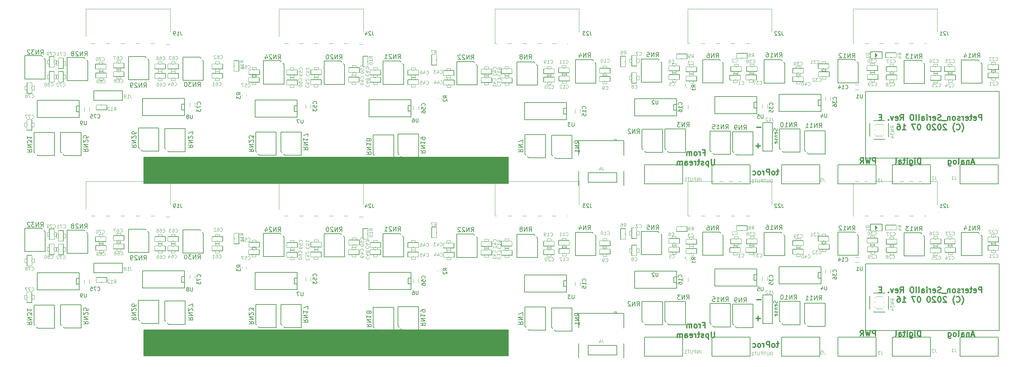
<source format=gbo>
G04 #@! TF.GenerationSoftware,KiCad,Pcbnew,(5.0.2)-1*
G04 #@! TF.CreationDate,2020-07-16T18:14:52-07:00*
G04 #@! TF.ProjectId,Peterson_SerialIO,50657465-7273-46f6-9e5f-53657269616c,rev?*
G04 #@! TF.SameCoordinates,Original*
G04 #@! TF.FileFunction,Legend,Bot*
G04 #@! TF.FilePolarity,Positive*
%FSLAX46Y46*%
G04 Gerber Fmt 4.6, Leading zero omitted, Abs format (unit mm)*
G04 Created by KiCad (PCBNEW (5.0.2)-1) date 7/16/2020 6:14:52 PM*
%MOMM*%
%LPD*%
G01*
G04 APERTURE LIST*
%ADD10C,0.150000*%
%ADD11C,0.300000*%
%ADD12C,0.200000*%
%ADD13C,0.066040*%
%ADD14C,0.127000*%
%ADD15C,0.120000*%
%ADD16C,0.100000*%
%ADD17C,0.203200*%
%ADD18C,0.101600*%
%ADD19C,0.025400*%
%ADD20R,1.289000X1.289000*%
%ADD21R,1.300000X1.600000*%
%ADD22O,2.940000X2.940000*%
%ADD23C,2.051000*%
%ADD24R,2.051000X2.051000*%
%ADD25C,2.000000*%
%ADD26C,3.663900*%
%ADD27R,1.050000X2.400000*%
%ADD28R,0.908000X1.543000*%
%ADD29C,2.076400*%
%ADD30C,3.702000*%
%ADD31C,1.275000*%
%ADD32R,1.600000X1.300000*%
%ADD33C,2.100000*%
%ADD34R,2.100000X2.100000*%
%ADD35R,1.289000X1.670000*%
%ADD36R,1.400000X1.050000*%
%ADD37R,1.398220X1.050000*%
G04 APERTURE END LIST*
D10*
G36*
X51712880Y-114458880D02*
X51712880Y-121458880D01*
X148712880Y-121458880D01*
X148712880Y-114458880D01*
X51712880Y-114458880D01*
G37*
X51712880Y-114458880D02*
X51712880Y-121458880D01*
X148712880Y-121458880D01*
X148712880Y-114458880D01*
X51712880Y-114458880D01*
D11*
X272696665Y-115838380D02*
X271982380Y-115838380D01*
X272839522Y-116266951D02*
X272339522Y-114766951D01*
X271839522Y-116266951D01*
X271339522Y-115266951D02*
X271339522Y-116266951D01*
X271339522Y-115409808D02*
X271268094Y-115338380D01*
X271125237Y-115266951D01*
X270910951Y-115266951D01*
X270768094Y-115338380D01*
X270696665Y-115481237D01*
X270696665Y-116266951D01*
X269339522Y-116266951D02*
X269339522Y-115481237D01*
X269410951Y-115338380D01*
X269553808Y-115266951D01*
X269839522Y-115266951D01*
X269982380Y-115338380D01*
X269339522Y-116195522D02*
X269482380Y-116266951D01*
X269839522Y-116266951D01*
X269982380Y-116195522D01*
X270053808Y-116052665D01*
X270053808Y-115909808D01*
X269982380Y-115766951D01*
X269839522Y-115695522D01*
X269482380Y-115695522D01*
X269339522Y-115624094D01*
X268410951Y-116266951D02*
X268553808Y-116195522D01*
X268625237Y-116052665D01*
X268625237Y-114766951D01*
X267625237Y-116266951D02*
X267768094Y-116195522D01*
X267839522Y-116124094D01*
X267910951Y-115981237D01*
X267910951Y-115552665D01*
X267839522Y-115409808D01*
X267768094Y-115338380D01*
X267625237Y-115266951D01*
X267410951Y-115266951D01*
X267268094Y-115338380D01*
X267196665Y-115409808D01*
X267125237Y-115552665D01*
X267125237Y-115981237D01*
X267196665Y-116124094D01*
X267268094Y-116195522D01*
X267410951Y-116266951D01*
X267625237Y-116266951D01*
X265839522Y-115266951D02*
X265839522Y-116481237D01*
X265910951Y-116624094D01*
X265982380Y-116695522D01*
X266125237Y-116766951D01*
X266339522Y-116766951D01*
X266482380Y-116695522D01*
X265839522Y-116195522D02*
X265982380Y-116266951D01*
X266268094Y-116266951D01*
X266410951Y-116195522D01*
X266482380Y-116124094D01*
X266553808Y-115981237D01*
X266553808Y-115552665D01*
X266482380Y-115409808D01*
X266410951Y-115338380D01*
X266268094Y-115266951D01*
X265982380Y-115266951D01*
X265839522Y-115338380D01*
X258421094Y-116203451D02*
X258421094Y-114703451D01*
X258063951Y-114703451D01*
X257849665Y-114774880D01*
X257706808Y-114917737D01*
X257635380Y-115060594D01*
X257563951Y-115346308D01*
X257563951Y-115560594D01*
X257635380Y-115846308D01*
X257706808Y-115989165D01*
X257849665Y-116132022D01*
X258063951Y-116203451D01*
X258421094Y-116203451D01*
X256921094Y-116203451D02*
X256921094Y-115203451D01*
X256921094Y-114703451D02*
X256992522Y-114774880D01*
X256921094Y-114846308D01*
X256849665Y-114774880D01*
X256921094Y-114703451D01*
X256921094Y-114846308D01*
X255563951Y-115203451D02*
X255563951Y-116417737D01*
X255635380Y-116560594D01*
X255706808Y-116632022D01*
X255849665Y-116703451D01*
X256063951Y-116703451D01*
X256206808Y-116632022D01*
X255563951Y-116132022D02*
X255706808Y-116203451D01*
X255992522Y-116203451D01*
X256135380Y-116132022D01*
X256206808Y-116060594D01*
X256278237Y-115917737D01*
X256278237Y-115489165D01*
X256206808Y-115346308D01*
X256135380Y-115274880D01*
X255992522Y-115203451D01*
X255706808Y-115203451D01*
X255563951Y-115274880D01*
X254849665Y-116203451D02*
X254849665Y-115203451D01*
X254849665Y-114703451D02*
X254921094Y-114774880D01*
X254849665Y-114846308D01*
X254778237Y-114774880D01*
X254849665Y-114703451D01*
X254849665Y-114846308D01*
X254349665Y-115203451D02*
X253778237Y-115203451D01*
X254135380Y-114703451D02*
X254135380Y-115989165D01*
X254063951Y-116132022D01*
X253921094Y-116203451D01*
X253778237Y-116203451D01*
X252635380Y-116203451D02*
X252635380Y-115417737D01*
X252706808Y-115274880D01*
X252849665Y-115203451D01*
X253135380Y-115203451D01*
X253278237Y-115274880D01*
X252635380Y-116132022D02*
X252778237Y-116203451D01*
X253135380Y-116203451D01*
X253278237Y-116132022D01*
X253349665Y-115989165D01*
X253349665Y-115846308D01*
X253278237Y-115703451D01*
X253135380Y-115632022D01*
X252778237Y-115632022D01*
X252635380Y-115560594D01*
X251706808Y-116203451D02*
X251849665Y-116132022D01*
X251921094Y-115989165D01*
X251921094Y-114703451D01*
X274683737Y-104577951D02*
X274683737Y-103077951D01*
X274112308Y-103077951D01*
X273969451Y-103149380D01*
X273898022Y-103220808D01*
X273826594Y-103363665D01*
X273826594Y-103577951D01*
X273898022Y-103720808D01*
X273969451Y-103792237D01*
X274112308Y-103863665D01*
X274683737Y-103863665D01*
X272612308Y-104506522D02*
X272755165Y-104577951D01*
X273040880Y-104577951D01*
X273183737Y-104506522D01*
X273255165Y-104363665D01*
X273255165Y-103792237D01*
X273183737Y-103649380D01*
X273040880Y-103577951D01*
X272755165Y-103577951D01*
X272612308Y-103649380D01*
X272540880Y-103792237D01*
X272540880Y-103935094D01*
X273255165Y-104077951D01*
X272112308Y-103577951D02*
X271540880Y-103577951D01*
X271898022Y-103077951D02*
X271898022Y-104363665D01*
X271826594Y-104506522D01*
X271683737Y-104577951D01*
X271540880Y-104577951D01*
X270469451Y-104506522D02*
X270612308Y-104577951D01*
X270898022Y-104577951D01*
X271040880Y-104506522D01*
X271112308Y-104363665D01*
X271112308Y-103792237D01*
X271040880Y-103649380D01*
X270898022Y-103577951D01*
X270612308Y-103577951D01*
X270469451Y-103649380D01*
X270398022Y-103792237D01*
X270398022Y-103935094D01*
X271112308Y-104077951D01*
X269755165Y-104577951D02*
X269755165Y-103577951D01*
X269755165Y-103863665D02*
X269683737Y-103720808D01*
X269612308Y-103649380D01*
X269469451Y-103577951D01*
X269326594Y-103577951D01*
X268898022Y-104506522D02*
X268755165Y-104577951D01*
X268469451Y-104577951D01*
X268326594Y-104506522D01*
X268255165Y-104363665D01*
X268255165Y-104292237D01*
X268326594Y-104149380D01*
X268469451Y-104077951D01*
X268683737Y-104077951D01*
X268826594Y-104006522D01*
X268898022Y-103863665D01*
X268898022Y-103792237D01*
X268826594Y-103649380D01*
X268683737Y-103577951D01*
X268469451Y-103577951D01*
X268326594Y-103649380D01*
X267398022Y-104577951D02*
X267540880Y-104506522D01*
X267612308Y-104435094D01*
X267683737Y-104292237D01*
X267683737Y-103863665D01*
X267612308Y-103720808D01*
X267540880Y-103649380D01*
X267398022Y-103577951D01*
X267183737Y-103577951D01*
X267040880Y-103649380D01*
X266969451Y-103720808D01*
X266898022Y-103863665D01*
X266898022Y-104292237D01*
X266969451Y-104435094D01*
X267040880Y-104506522D01*
X267183737Y-104577951D01*
X267398022Y-104577951D01*
X266255165Y-103577951D02*
X266255165Y-104577951D01*
X266255165Y-103720808D02*
X266183737Y-103649380D01*
X266040880Y-103577951D01*
X265826594Y-103577951D01*
X265683737Y-103649380D01*
X265612308Y-103792237D01*
X265612308Y-104577951D01*
X265255165Y-104720808D02*
X264112308Y-104720808D01*
X263826594Y-104506522D02*
X263612308Y-104577951D01*
X263255165Y-104577951D01*
X263112308Y-104506522D01*
X263040880Y-104435094D01*
X262969451Y-104292237D01*
X262969451Y-104149380D01*
X263040880Y-104006522D01*
X263112308Y-103935094D01*
X263255165Y-103863665D01*
X263540880Y-103792237D01*
X263683737Y-103720808D01*
X263755165Y-103649380D01*
X263826594Y-103506522D01*
X263826594Y-103363665D01*
X263755165Y-103220808D01*
X263683737Y-103149380D01*
X263540880Y-103077951D01*
X263183737Y-103077951D01*
X262969451Y-103149380D01*
X261755165Y-104506522D02*
X261898022Y-104577951D01*
X262183737Y-104577951D01*
X262326594Y-104506522D01*
X262398022Y-104363665D01*
X262398022Y-103792237D01*
X262326594Y-103649380D01*
X262183737Y-103577951D01*
X261898022Y-103577951D01*
X261755165Y-103649380D01*
X261683737Y-103792237D01*
X261683737Y-103935094D01*
X262398022Y-104077951D01*
X261040880Y-104577951D02*
X261040880Y-103577951D01*
X261040880Y-103863665D02*
X260969451Y-103720808D01*
X260898022Y-103649380D01*
X260755165Y-103577951D01*
X260612308Y-103577951D01*
X260112308Y-104577951D02*
X260112308Y-103577951D01*
X260112308Y-103077951D02*
X260183737Y-103149380D01*
X260112308Y-103220808D01*
X260040880Y-103149380D01*
X260112308Y-103077951D01*
X260112308Y-103220808D01*
X258755165Y-104577951D02*
X258755165Y-103792237D01*
X258826594Y-103649380D01*
X258969451Y-103577951D01*
X259255165Y-103577951D01*
X259398022Y-103649380D01*
X258755165Y-104506522D02*
X258898022Y-104577951D01*
X259255165Y-104577951D01*
X259398022Y-104506522D01*
X259469451Y-104363665D01*
X259469451Y-104220808D01*
X259398022Y-104077951D01*
X259255165Y-104006522D01*
X258898022Y-104006522D01*
X258755165Y-103935094D01*
X257826594Y-104577951D02*
X257969451Y-104506522D01*
X258040880Y-104363665D01*
X258040880Y-103077951D01*
X257255165Y-104577951D02*
X257255165Y-103077951D01*
X256255165Y-103077951D02*
X255969451Y-103077951D01*
X255826594Y-103149380D01*
X255683737Y-103292237D01*
X255612308Y-103577951D01*
X255612308Y-104077951D01*
X255683737Y-104363665D01*
X255826594Y-104506522D01*
X255969451Y-104577951D01*
X256255165Y-104577951D01*
X256398022Y-104506522D01*
X256540880Y-104363665D01*
X256612308Y-104077951D01*
X256612308Y-103577951D01*
X256540880Y-103292237D01*
X256398022Y-103149380D01*
X256255165Y-103077951D01*
X252969451Y-104577951D02*
X253469451Y-103863665D01*
X253826594Y-104577951D02*
X253826594Y-103077951D01*
X253255165Y-103077951D01*
X253112308Y-103149380D01*
X253040880Y-103220808D01*
X252969451Y-103363665D01*
X252969451Y-103577951D01*
X253040880Y-103720808D01*
X253112308Y-103792237D01*
X253255165Y-103863665D01*
X253826594Y-103863665D01*
X251755165Y-104506522D02*
X251898022Y-104577951D01*
X252183737Y-104577951D01*
X252326594Y-104506522D01*
X252398022Y-104363665D01*
X252398022Y-103792237D01*
X252326594Y-103649380D01*
X252183737Y-103577951D01*
X251898022Y-103577951D01*
X251755165Y-103649380D01*
X251683737Y-103792237D01*
X251683737Y-103935094D01*
X252398022Y-104077951D01*
X251183737Y-103577951D02*
X250826594Y-104577951D01*
X250469451Y-103577951D01*
X249898022Y-104435094D02*
X249826594Y-104506522D01*
X249898022Y-104577951D01*
X249969451Y-104506522D01*
X249898022Y-104435094D01*
X249898022Y-104577951D01*
X248040880Y-103792237D02*
X247540880Y-103792237D01*
X247326594Y-104577951D02*
X248040880Y-104577951D01*
X248040880Y-103077951D01*
X247326594Y-103077951D01*
X269433737Y-107699380D02*
X269505165Y-107627951D01*
X269648022Y-107413665D01*
X269719451Y-107270808D01*
X269790880Y-107056522D01*
X269862308Y-106699380D01*
X269862308Y-106413665D01*
X269790880Y-106056522D01*
X269719451Y-105842237D01*
X269648022Y-105699380D01*
X269505165Y-105485094D01*
X269433737Y-105413665D01*
X268005165Y-106985094D02*
X268076594Y-107056522D01*
X268290880Y-107127951D01*
X268433737Y-107127951D01*
X268648022Y-107056522D01*
X268790880Y-106913665D01*
X268862308Y-106770808D01*
X268933737Y-106485094D01*
X268933737Y-106270808D01*
X268862308Y-105985094D01*
X268790880Y-105842237D01*
X268648022Y-105699380D01*
X268433737Y-105627951D01*
X268290880Y-105627951D01*
X268076594Y-105699380D01*
X268005165Y-105770808D01*
X267505165Y-107699380D02*
X267433737Y-107627951D01*
X267290880Y-107413665D01*
X267219451Y-107270808D01*
X267148022Y-107056522D01*
X267076594Y-106699380D01*
X267076594Y-106413665D01*
X267148022Y-106056522D01*
X267219451Y-105842237D01*
X267290880Y-105699380D01*
X267433737Y-105485094D01*
X267505165Y-105413665D01*
X265290880Y-105770808D02*
X265219451Y-105699380D01*
X265076594Y-105627951D01*
X264719451Y-105627951D01*
X264576594Y-105699380D01*
X264505165Y-105770808D01*
X264433737Y-105913665D01*
X264433737Y-106056522D01*
X264505165Y-106270808D01*
X265362308Y-107127951D01*
X264433737Y-107127951D01*
X263505165Y-105627951D02*
X263362308Y-105627951D01*
X263219451Y-105699380D01*
X263148022Y-105770808D01*
X263076594Y-105913665D01*
X263005165Y-106199380D01*
X263005165Y-106556522D01*
X263076594Y-106842237D01*
X263148022Y-106985094D01*
X263219451Y-107056522D01*
X263362308Y-107127951D01*
X263505165Y-107127951D01*
X263648022Y-107056522D01*
X263719451Y-106985094D01*
X263790880Y-106842237D01*
X263862308Y-106556522D01*
X263862308Y-106199380D01*
X263790880Y-105913665D01*
X263719451Y-105770808D01*
X263648022Y-105699380D01*
X263505165Y-105627951D01*
X262433737Y-105770808D02*
X262362308Y-105699380D01*
X262219451Y-105627951D01*
X261862308Y-105627951D01*
X261719451Y-105699380D01*
X261648022Y-105770808D01*
X261576594Y-105913665D01*
X261576594Y-106056522D01*
X261648022Y-106270808D01*
X262505165Y-107127951D01*
X261576594Y-107127951D01*
X260648022Y-105627951D02*
X260505165Y-105627951D01*
X260362308Y-105699380D01*
X260290880Y-105770808D01*
X260219451Y-105913665D01*
X260148022Y-106199380D01*
X260148022Y-106556522D01*
X260219451Y-106842237D01*
X260290880Y-106985094D01*
X260362308Y-107056522D01*
X260505165Y-107127951D01*
X260648022Y-107127951D01*
X260790880Y-107056522D01*
X260862308Y-106985094D01*
X260933737Y-106842237D01*
X261005165Y-106556522D01*
X261005165Y-106199380D01*
X260933737Y-105913665D01*
X260862308Y-105770808D01*
X260790880Y-105699380D01*
X260648022Y-105627951D01*
X258076594Y-105627951D02*
X257933737Y-105627951D01*
X257790880Y-105699380D01*
X257719451Y-105770808D01*
X257648022Y-105913665D01*
X257576594Y-106199380D01*
X257576594Y-106556522D01*
X257648022Y-106842237D01*
X257719451Y-106985094D01*
X257790880Y-107056522D01*
X257933737Y-107127951D01*
X258076594Y-107127951D01*
X258219451Y-107056522D01*
X258290880Y-106985094D01*
X258362308Y-106842237D01*
X258433737Y-106556522D01*
X258433737Y-106199380D01*
X258362308Y-105913665D01*
X258290880Y-105770808D01*
X258219451Y-105699380D01*
X258076594Y-105627951D01*
X257076594Y-105627951D02*
X256076594Y-105627951D01*
X256719451Y-107127951D01*
X253576594Y-107127951D02*
X254433737Y-107127951D01*
X254005165Y-107127951D02*
X254005165Y-105627951D01*
X254148022Y-105842237D01*
X254290880Y-105985094D01*
X254433737Y-106056522D01*
X252290880Y-105627951D02*
X252576594Y-105627951D01*
X252719451Y-105699380D01*
X252790880Y-105770808D01*
X252933737Y-105985094D01*
X253005165Y-106270808D01*
X253005165Y-106842237D01*
X252933737Y-106985094D01*
X252862308Y-107056522D01*
X252719451Y-107127951D01*
X252433737Y-107127951D01*
X252290880Y-107056522D01*
X252219451Y-106985094D01*
X252148022Y-106842237D01*
X252148022Y-106485094D01*
X252219451Y-106342237D01*
X252290880Y-106270808D01*
X252433737Y-106199380D01*
X252719451Y-106199380D01*
X252862308Y-106270808D01*
X252933737Y-106342237D01*
X253005165Y-106485094D01*
X215955808Y-106488022D02*
X214812951Y-106488022D01*
X215765308Y-111441022D02*
X214622451Y-111441022D01*
X215193880Y-112012451D02*
X215193880Y-110869594D01*
D12*
X220297641Y-106793880D02*
X220345260Y-106936737D01*
X220345260Y-107174832D01*
X220297641Y-107270070D01*
X220250022Y-107317689D01*
X220154784Y-107365308D01*
X220059546Y-107365308D01*
X219964308Y-107317689D01*
X219916689Y-107270070D01*
X219869070Y-107174832D01*
X219821451Y-106984356D01*
X219773832Y-106889118D01*
X219726213Y-106841499D01*
X219630975Y-106793880D01*
X219535737Y-106793880D01*
X219440499Y-106841499D01*
X219392880Y-106889118D01*
X219345260Y-106984356D01*
X219345260Y-107222451D01*
X219392880Y-107365308D01*
X220297641Y-108174832D02*
X220345260Y-108079594D01*
X220345260Y-107889118D01*
X220297641Y-107793880D01*
X220202403Y-107746260D01*
X219821451Y-107746260D01*
X219726213Y-107793880D01*
X219678594Y-107889118D01*
X219678594Y-108079594D01*
X219726213Y-108174832D01*
X219821451Y-108222451D01*
X219916689Y-108222451D01*
X220011927Y-107746260D01*
X219678594Y-108651022D02*
X220345260Y-108651022D01*
X219773832Y-108651022D02*
X219726213Y-108698641D01*
X219678594Y-108793880D01*
X219678594Y-108936737D01*
X219726213Y-109031975D01*
X219821451Y-109079594D01*
X220345260Y-109079594D01*
X220297641Y-109508165D02*
X220345260Y-109603403D01*
X220345260Y-109793880D01*
X220297641Y-109889118D01*
X220202403Y-109936737D01*
X220154784Y-109936737D01*
X220059546Y-109889118D01*
X220011927Y-109793880D01*
X220011927Y-109651022D01*
X219964308Y-109555784D01*
X219869070Y-109508165D01*
X219821451Y-109508165D01*
X219726213Y-109555784D01*
X219678594Y-109651022D01*
X219678594Y-109793880D01*
X219726213Y-109889118D01*
X220297641Y-110746260D02*
X220345260Y-110651022D01*
X220345260Y-110460546D01*
X220297641Y-110365308D01*
X220202403Y-110317689D01*
X219821451Y-110317689D01*
X219726213Y-110365308D01*
X219678594Y-110460546D01*
X219678594Y-110651022D01*
X219726213Y-110746260D01*
X219821451Y-110793880D01*
X219916689Y-110793880D01*
X220011927Y-110317689D01*
D11*
X200561651Y-113215637D02*
X201061651Y-113215637D01*
X201061651Y-114001351D02*
X201061651Y-112501351D01*
X200347365Y-112501351D01*
X199775937Y-114001351D02*
X199775937Y-113001351D01*
X199775937Y-113287065D02*
X199704508Y-113144208D01*
X199633080Y-113072780D01*
X199490222Y-113001351D01*
X199347365Y-113001351D01*
X198633080Y-114001351D02*
X198775937Y-113929922D01*
X198847365Y-113858494D01*
X198918794Y-113715637D01*
X198918794Y-113287065D01*
X198847365Y-113144208D01*
X198775937Y-113072780D01*
X198633080Y-113001351D01*
X198418794Y-113001351D01*
X198275937Y-113072780D01*
X198204508Y-113144208D01*
X198133080Y-113287065D01*
X198133080Y-113715637D01*
X198204508Y-113858494D01*
X198275937Y-113929922D01*
X198418794Y-114001351D01*
X198633080Y-114001351D01*
X197490222Y-114001351D02*
X197490222Y-113001351D01*
X197490222Y-113144208D02*
X197418794Y-113072780D01*
X197275937Y-113001351D01*
X197061651Y-113001351D01*
X196918794Y-113072780D01*
X196847365Y-113215637D01*
X196847365Y-114001351D01*
X196847365Y-113215637D02*
X196775937Y-113072780D01*
X196633080Y-113001351D01*
X196418794Y-113001351D01*
X196275937Y-113072780D01*
X196204508Y-113215637D01*
X196204508Y-114001351D01*
X203561651Y-115051351D02*
X203561651Y-116265637D01*
X203490222Y-116408494D01*
X203418794Y-116479922D01*
X203275937Y-116551351D01*
X202990222Y-116551351D01*
X202847365Y-116479922D01*
X202775937Y-116408494D01*
X202704508Y-116265637D01*
X202704508Y-115051351D01*
X201990222Y-115551351D02*
X201990222Y-117051351D01*
X201990222Y-115622780D02*
X201847365Y-115551351D01*
X201561651Y-115551351D01*
X201418794Y-115622780D01*
X201347365Y-115694208D01*
X201275937Y-115837065D01*
X201275937Y-116265637D01*
X201347365Y-116408494D01*
X201418794Y-116479922D01*
X201561651Y-116551351D01*
X201847365Y-116551351D01*
X201990222Y-116479922D01*
X200704508Y-116479922D02*
X200561651Y-116551351D01*
X200275937Y-116551351D01*
X200133080Y-116479922D01*
X200061651Y-116337065D01*
X200061651Y-116265637D01*
X200133080Y-116122780D01*
X200275937Y-116051351D01*
X200490222Y-116051351D01*
X200633080Y-115979922D01*
X200704508Y-115837065D01*
X200704508Y-115765637D01*
X200633080Y-115622780D01*
X200490222Y-115551351D01*
X200275937Y-115551351D01*
X200133080Y-115622780D01*
X199633080Y-115551351D02*
X199061651Y-115551351D01*
X199418794Y-115051351D02*
X199418794Y-116337065D01*
X199347365Y-116479922D01*
X199204508Y-116551351D01*
X199061651Y-116551351D01*
X198561651Y-116551351D02*
X198561651Y-115551351D01*
X198561651Y-115837065D02*
X198490222Y-115694208D01*
X198418794Y-115622780D01*
X198275937Y-115551351D01*
X198133080Y-115551351D01*
X197061651Y-116479922D02*
X197204508Y-116551351D01*
X197490222Y-116551351D01*
X197633079Y-116479922D01*
X197704508Y-116337065D01*
X197704508Y-115765637D01*
X197633079Y-115622780D01*
X197490222Y-115551351D01*
X197204508Y-115551351D01*
X197061651Y-115622780D01*
X196990222Y-115765637D01*
X196990222Y-115908494D01*
X197704508Y-116051351D01*
X195704508Y-116551351D02*
X195704508Y-115765637D01*
X195775937Y-115622780D01*
X195918794Y-115551351D01*
X196204508Y-115551351D01*
X196347365Y-115622780D01*
X195704508Y-116479922D02*
X195847365Y-116551351D01*
X196204508Y-116551351D01*
X196347365Y-116479922D01*
X196418794Y-116337065D01*
X196418794Y-116194208D01*
X196347365Y-116051351D01*
X196204508Y-115979922D01*
X195847365Y-115979922D01*
X195704508Y-115908494D01*
X194990222Y-116551351D02*
X194990222Y-115551351D01*
X194990222Y-115694208D02*
X194918794Y-115622780D01*
X194775937Y-115551351D01*
X194561651Y-115551351D01*
X194418794Y-115622780D01*
X194347365Y-115765637D01*
X194347365Y-116551351D01*
X194347365Y-115765637D02*
X194275937Y-115622780D01*
X194133079Y-115551351D01*
X193918794Y-115551351D01*
X193775937Y-115622780D01*
X193704508Y-115765637D01*
X193704508Y-116551351D01*
X220636980Y-118149851D02*
X220065551Y-118149851D01*
X220422694Y-117649851D02*
X220422694Y-118935565D01*
X220351265Y-119078422D01*
X220208408Y-119149851D01*
X220065551Y-119149851D01*
X219351265Y-119149851D02*
X219494122Y-119078422D01*
X219565551Y-119006994D01*
X219636980Y-118864137D01*
X219636980Y-118435565D01*
X219565551Y-118292708D01*
X219494122Y-118221280D01*
X219351265Y-118149851D01*
X219136980Y-118149851D01*
X218994122Y-118221280D01*
X218922694Y-118292708D01*
X218851265Y-118435565D01*
X218851265Y-118864137D01*
X218922694Y-119006994D01*
X218994122Y-119078422D01*
X219136980Y-119149851D01*
X219351265Y-119149851D01*
X218208408Y-119149851D02*
X218208408Y-117649851D01*
X217636980Y-117649851D01*
X217494122Y-117721280D01*
X217422694Y-117792708D01*
X217351265Y-117935565D01*
X217351265Y-118149851D01*
X217422694Y-118292708D01*
X217494122Y-118364137D01*
X217636980Y-118435565D01*
X218208408Y-118435565D01*
X216708408Y-119149851D02*
X216708408Y-118149851D01*
X216708408Y-118435565D02*
X216636980Y-118292708D01*
X216565551Y-118221280D01*
X216422694Y-118149851D01*
X216279837Y-118149851D01*
X215565551Y-119149851D02*
X215708408Y-119078422D01*
X215779837Y-119006994D01*
X215851265Y-118864137D01*
X215851265Y-118435565D01*
X215779837Y-118292708D01*
X215708408Y-118221280D01*
X215565551Y-118149851D01*
X215351265Y-118149851D01*
X215208408Y-118221280D01*
X215136980Y-118292708D01*
X215065551Y-118435565D01*
X215065551Y-118864137D01*
X215136980Y-119006994D01*
X215208408Y-119078422D01*
X215351265Y-119149851D01*
X215565551Y-119149851D01*
X213779837Y-119078422D02*
X213922694Y-119149851D01*
X214208408Y-119149851D01*
X214351265Y-119078422D01*
X214422694Y-119006994D01*
X214494122Y-118864137D01*
X214494122Y-118435565D01*
X214422694Y-118292708D01*
X214351265Y-118221280D01*
X214208408Y-118149851D01*
X213922694Y-118149851D01*
X213779837Y-118221280D01*
X246403880Y-116139951D02*
X246403880Y-114639951D01*
X245832451Y-114639951D01*
X245689594Y-114711380D01*
X245618165Y-114782808D01*
X245546737Y-114925665D01*
X245546737Y-115139951D01*
X245618165Y-115282808D01*
X245689594Y-115354237D01*
X245832451Y-115425665D01*
X246403880Y-115425665D01*
X245046737Y-114639951D02*
X244689594Y-116139951D01*
X244403880Y-115068522D01*
X244118165Y-116139951D01*
X243761022Y-114639951D01*
X242332451Y-116139951D02*
X242832451Y-115425665D01*
X243189594Y-116139951D02*
X243189594Y-114639951D01*
X242618165Y-114639951D01*
X242475308Y-114711380D01*
X242403880Y-114782808D01*
X242332451Y-114925665D01*
X242332451Y-115139951D01*
X242403880Y-115282808D01*
X242475308Y-115354237D01*
X242618165Y-115425665D01*
X243189594Y-115425665D01*
D10*
G36*
X51712880Y-68458880D02*
X51712880Y-75458880D01*
X148712880Y-75458880D01*
X148712880Y-68458880D01*
X51712880Y-68458880D01*
G37*
X51712880Y-68458880D02*
X51712880Y-75458880D01*
X148712880Y-75458880D01*
X148712880Y-68458880D01*
X51712880Y-68458880D01*
D11*
X215955808Y-60488022D02*
X214812951Y-60488022D01*
X215765308Y-65441022D02*
X214622451Y-65441022D01*
X215193880Y-66012451D02*
X215193880Y-64869594D01*
D12*
X220297641Y-60793880D02*
X220345260Y-60936737D01*
X220345260Y-61174832D01*
X220297641Y-61270070D01*
X220250022Y-61317689D01*
X220154784Y-61365308D01*
X220059546Y-61365308D01*
X219964308Y-61317689D01*
X219916689Y-61270070D01*
X219869070Y-61174832D01*
X219821451Y-60984356D01*
X219773832Y-60889118D01*
X219726213Y-60841499D01*
X219630975Y-60793880D01*
X219535737Y-60793880D01*
X219440499Y-60841499D01*
X219392880Y-60889118D01*
X219345260Y-60984356D01*
X219345260Y-61222451D01*
X219392880Y-61365308D01*
X220297641Y-62174832D02*
X220345260Y-62079594D01*
X220345260Y-61889118D01*
X220297641Y-61793880D01*
X220202403Y-61746260D01*
X219821451Y-61746260D01*
X219726213Y-61793880D01*
X219678594Y-61889118D01*
X219678594Y-62079594D01*
X219726213Y-62174832D01*
X219821451Y-62222451D01*
X219916689Y-62222451D01*
X220011927Y-61746260D01*
X219678594Y-62651022D02*
X220345260Y-62651022D01*
X219773832Y-62651022D02*
X219726213Y-62698641D01*
X219678594Y-62793880D01*
X219678594Y-62936737D01*
X219726213Y-63031975D01*
X219821451Y-63079594D01*
X220345260Y-63079594D01*
X220297641Y-63508165D02*
X220345260Y-63603403D01*
X220345260Y-63793880D01*
X220297641Y-63889118D01*
X220202403Y-63936737D01*
X220154784Y-63936737D01*
X220059546Y-63889118D01*
X220011927Y-63793880D01*
X220011927Y-63651022D01*
X219964308Y-63555784D01*
X219869070Y-63508165D01*
X219821451Y-63508165D01*
X219726213Y-63555784D01*
X219678594Y-63651022D01*
X219678594Y-63793880D01*
X219726213Y-63889118D01*
X220297641Y-64746260D02*
X220345260Y-64651022D01*
X220345260Y-64460546D01*
X220297641Y-64365308D01*
X220202403Y-64317689D01*
X219821451Y-64317689D01*
X219726213Y-64365308D01*
X219678594Y-64460546D01*
X219678594Y-64651022D01*
X219726213Y-64746260D01*
X219821451Y-64793880D01*
X219916689Y-64793880D01*
X220011927Y-64317689D01*
D11*
X258421094Y-70203451D02*
X258421094Y-68703451D01*
X258063951Y-68703451D01*
X257849665Y-68774880D01*
X257706808Y-68917737D01*
X257635380Y-69060594D01*
X257563951Y-69346308D01*
X257563951Y-69560594D01*
X257635380Y-69846308D01*
X257706808Y-69989165D01*
X257849665Y-70132022D01*
X258063951Y-70203451D01*
X258421094Y-70203451D01*
X256921094Y-70203451D02*
X256921094Y-69203451D01*
X256921094Y-68703451D02*
X256992522Y-68774880D01*
X256921094Y-68846308D01*
X256849665Y-68774880D01*
X256921094Y-68703451D01*
X256921094Y-68846308D01*
X255563951Y-69203451D02*
X255563951Y-70417737D01*
X255635380Y-70560594D01*
X255706808Y-70632022D01*
X255849665Y-70703451D01*
X256063951Y-70703451D01*
X256206808Y-70632022D01*
X255563951Y-70132022D02*
X255706808Y-70203451D01*
X255992522Y-70203451D01*
X256135380Y-70132022D01*
X256206808Y-70060594D01*
X256278237Y-69917737D01*
X256278237Y-69489165D01*
X256206808Y-69346308D01*
X256135380Y-69274880D01*
X255992522Y-69203451D01*
X255706808Y-69203451D01*
X255563951Y-69274880D01*
X254849665Y-70203451D02*
X254849665Y-69203451D01*
X254849665Y-68703451D02*
X254921094Y-68774880D01*
X254849665Y-68846308D01*
X254778237Y-68774880D01*
X254849665Y-68703451D01*
X254849665Y-68846308D01*
X254349665Y-69203451D02*
X253778237Y-69203451D01*
X254135380Y-68703451D02*
X254135380Y-69989165D01*
X254063951Y-70132022D01*
X253921094Y-70203451D01*
X253778237Y-70203451D01*
X252635380Y-70203451D02*
X252635380Y-69417737D01*
X252706808Y-69274880D01*
X252849665Y-69203451D01*
X253135380Y-69203451D01*
X253278237Y-69274880D01*
X252635380Y-70132022D02*
X252778237Y-70203451D01*
X253135380Y-70203451D01*
X253278237Y-70132022D01*
X253349665Y-69989165D01*
X253349665Y-69846308D01*
X253278237Y-69703451D01*
X253135380Y-69632022D01*
X252778237Y-69632022D01*
X252635380Y-69560594D01*
X251706808Y-70203451D02*
X251849665Y-70132022D01*
X251921094Y-69989165D01*
X251921094Y-68703451D01*
X272696665Y-69838380D02*
X271982380Y-69838380D01*
X272839522Y-70266951D02*
X272339522Y-68766951D01*
X271839522Y-70266951D01*
X271339522Y-69266951D02*
X271339522Y-70266951D01*
X271339522Y-69409808D02*
X271268094Y-69338380D01*
X271125237Y-69266951D01*
X270910951Y-69266951D01*
X270768094Y-69338380D01*
X270696665Y-69481237D01*
X270696665Y-70266951D01*
X269339522Y-70266951D02*
X269339522Y-69481237D01*
X269410951Y-69338380D01*
X269553808Y-69266951D01*
X269839522Y-69266951D01*
X269982380Y-69338380D01*
X269339522Y-70195522D02*
X269482380Y-70266951D01*
X269839522Y-70266951D01*
X269982380Y-70195522D01*
X270053808Y-70052665D01*
X270053808Y-69909808D01*
X269982380Y-69766951D01*
X269839522Y-69695522D01*
X269482380Y-69695522D01*
X269339522Y-69624094D01*
X268410951Y-70266951D02*
X268553808Y-70195522D01*
X268625237Y-70052665D01*
X268625237Y-68766951D01*
X267625237Y-70266951D02*
X267768094Y-70195522D01*
X267839522Y-70124094D01*
X267910951Y-69981237D01*
X267910951Y-69552665D01*
X267839522Y-69409808D01*
X267768094Y-69338380D01*
X267625237Y-69266951D01*
X267410951Y-69266951D01*
X267268094Y-69338380D01*
X267196665Y-69409808D01*
X267125237Y-69552665D01*
X267125237Y-69981237D01*
X267196665Y-70124094D01*
X267268094Y-70195522D01*
X267410951Y-70266951D01*
X267625237Y-70266951D01*
X265839522Y-69266951D02*
X265839522Y-70481237D01*
X265910951Y-70624094D01*
X265982380Y-70695522D01*
X266125237Y-70766951D01*
X266339522Y-70766951D01*
X266482380Y-70695522D01*
X265839522Y-70195522D02*
X265982380Y-70266951D01*
X266268094Y-70266951D01*
X266410951Y-70195522D01*
X266482380Y-70124094D01*
X266553808Y-69981237D01*
X266553808Y-69552665D01*
X266482380Y-69409808D01*
X266410951Y-69338380D01*
X266268094Y-69266951D01*
X265982380Y-69266951D01*
X265839522Y-69338380D01*
X246403880Y-70139951D02*
X246403880Y-68639951D01*
X245832451Y-68639951D01*
X245689594Y-68711380D01*
X245618165Y-68782808D01*
X245546737Y-68925665D01*
X245546737Y-69139951D01*
X245618165Y-69282808D01*
X245689594Y-69354237D01*
X245832451Y-69425665D01*
X246403880Y-69425665D01*
X245046737Y-68639951D02*
X244689594Y-70139951D01*
X244403880Y-69068522D01*
X244118165Y-70139951D01*
X243761022Y-68639951D01*
X242332451Y-70139951D02*
X242832451Y-69425665D01*
X243189594Y-70139951D02*
X243189594Y-68639951D01*
X242618165Y-68639951D01*
X242475308Y-68711380D01*
X242403880Y-68782808D01*
X242332451Y-68925665D01*
X242332451Y-69139951D01*
X242403880Y-69282808D01*
X242475308Y-69354237D01*
X242618165Y-69425665D01*
X243189594Y-69425665D01*
X200561651Y-67215637D02*
X201061651Y-67215637D01*
X201061651Y-68001351D02*
X201061651Y-66501351D01*
X200347365Y-66501351D01*
X199775937Y-68001351D02*
X199775937Y-67001351D01*
X199775937Y-67287065D02*
X199704508Y-67144208D01*
X199633080Y-67072780D01*
X199490222Y-67001351D01*
X199347365Y-67001351D01*
X198633080Y-68001351D02*
X198775937Y-67929922D01*
X198847365Y-67858494D01*
X198918794Y-67715637D01*
X198918794Y-67287065D01*
X198847365Y-67144208D01*
X198775937Y-67072780D01*
X198633080Y-67001351D01*
X198418794Y-67001351D01*
X198275937Y-67072780D01*
X198204508Y-67144208D01*
X198133080Y-67287065D01*
X198133080Y-67715637D01*
X198204508Y-67858494D01*
X198275937Y-67929922D01*
X198418794Y-68001351D01*
X198633080Y-68001351D01*
X197490222Y-68001351D02*
X197490222Y-67001351D01*
X197490222Y-67144208D02*
X197418794Y-67072780D01*
X197275937Y-67001351D01*
X197061651Y-67001351D01*
X196918794Y-67072780D01*
X196847365Y-67215637D01*
X196847365Y-68001351D01*
X196847365Y-67215637D02*
X196775937Y-67072780D01*
X196633080Y-67001351D01*
X196418794Y-67001351D01*
X196275937Y-67072780D01*
X196204508Y-67215637D01*
X196204508Y-68001351D01*
X203561651Y-69051351D02*
X203561651Y-70265637D01*
X203490222Y-70408494D01*
X203418794Y-70479922D01*
X203275937Y-70551351D01*
X202990222Y-70551351D01*
X202847365Y-70479922D01*
X202775937Y-70408494D01*
X202704508Y-70265637D01*
X202704508Y-69051351D01*
X201990222Y-69551351D02*
X201990222Y-71051351D01*
X201990222Y-69622780D02*
X201847365Y-69551351D01*
X201561651Y-69551351D01*
X201418794Y-69622780D01*
X201347365Y-69694208D01*
X201275937Y-69837065D01*
X201275937Y-70265637D01*
X201347365Y-70408494D01*
X201418794Y-70479922D01*
X201561651Y-70551351D01*
X201847365Y-70551351D01*
X201990222Y-70479922D01*
X200704508Y-70479922D02*
X200561651Y-70551351D01*
X200275937Y-70551351D01*
X200133080Y-70479922D01*
X200061651Y-70337065D01*
X200061651Y-70265637D01*
X200133080Y-70122780D01*
X200275937Y-70051351D01*
X200490222Y-70051351D01*
X200633080Y-69979922D01*
X200704508Y-69837065D01*
X200704508Y-69765637D01*
X200633080Y-69622780D01*
X200490222Y-69551351D01*
X200275937Y-69551351D01*
X200133080Y-69622780D01*
X199633080Y-69551351D02*
X199061651Y-69551351D01*
X199418794Y-69051351D02*
X199418794Y-70337065D01*
X199347365Y-70479922D01*
X199204508Y-70551351D01*
X199061651Y-70551351D01*
X198561651Y-70551351D02*
X198561651Y-69551351D01*
X198561651Y-69837065D02*
X198490222Y-69694208D01*
X198418794Y-69622780D01*
X198275937Y-69551351D01*
X198133080Y-69551351D01*
X197061651Y-70479922D02*
X197204508Y-70551351D01*
X197490222Y-70551351D01*
X197633079Y-70479922D01*
X197704508Y-70337065D01*
X197704508Y-69765637D01*
X197633079Y-69622780D01*
X197490222Y-69551351D01*
X197204508Y-69551351D01*
X197061651Y-69622780D01*
X196990222Y-69765637D01*
X196990222Y-69908494D01*
X197704508Y-70051351D01*
X195704508Y-70551351D02*
X195704508Y-69765637D01*
X195775937Y-69622780D01*
X195918794Y-69551351D01*
X196204508Y-69551351D01*
X196347365Y-69622780D01*
X195704508Y-70479922D02*
X195847365Y-70551351D01*
X196204508Y-70551351D01*
X196347365Y-70479922D01*
X196418794Y-70337065D01*
X196418794Y-70194208D01*
X196347365Y-70051351D01*
X196204508Y-69979922D01*
X195847365Y-69979922D01*
X195704508Y-69908494D01*
X194990222Y-70551351D02*
X194990222Y-69551351D01*
X194990222Y-69694208D02*
X194918794Y-69622780D01*
X194775937Y-69551351D01*
X194561651Y-69551351D01*
X194418794Y-69622780D01*
X194347365Y-69765637D01*
X194347365Y-70551351D01*
X194347365Y-69765637D02*
X194275937Y-69622780D01*
X194133079Y-69551351D01*
X193918794Y-69551351D01*
X193775937Y-69622780D01*
X193704508Y-69765637D01*
X193704508Y-70551351D01*
X220636980Y-72149851D02*
X220065551Y-72149851D01*
X220422694Y-71649851D02*
X220422694Y-72935565D01*
X220351265Y-73078422D01*
X220208408Y-73149851D01*
X220065551Y-73149851D01*
X219351265Y-73149851D02*
X219494122Y-73078422D01*
X219565551Y-73006994D01*
X219636980Y-72864137D01*
X219636980Y-72435565D01*
X219565551Y-72292708D01*
X219494122Y-72221280D01*
X219351265Y-72149851D01*
X219136980Y-72149851D01*
X218994122Y-72221280D01*
X218922694Y-72292708D01*
X218851265Y-72435565D01*
X218851265Y-72864137D01*
X218922694Y-73006994D01*
X218994122Y-73078422D01*
X219136980Y-73149851D01*
X219351265Y-73149851D01*
X218208408Y-73149851D02*
X218208408Y-71649851D01*
X217636980Y-71649851D01*
X217494122Y-71721280D01*
X217422694Y-71792708D01*
X217351265Y-71935565D01*
X217351265Y-72149851D01*
X217422694Y-72292708D01*
X217494122Y-72364137D01*
X217636980Y-72435565D01*
X218208408Y-72435565D01*
X216708408Y-73149851D02*
X216708408Y-72149851D01*
X216708408Y-72435565D02*
X216636980Y-72292708D01*
X216565551Y-72221280D01*
X216422694Y-72149851D01*
X216279837Y-72149851D01*
X215565551Y-73149851D02*
X215708408Y-73078422D01*
X215779837Y-73006994D01*
X215851265Y-72864137D01*
X215851265Y-72435565D01*
X215779837Y-72292708D01*
X215708408Y-72221280D01*
X215565551Y-72149851D01*
X215351265Y-72149851D01*
X215208408Y-72221280D01*
X215136980Y-72292708D01*
X215065551Y-72435565D01*
X215065551Y-72864137D01*
X215136980Y-73006994D01*
X215208408Y-73078422D01*
X215351265Y-73149851D01*
X215565551Y-73149851D01*
X213779837Y-73078422D02*
X213922694Y-73149851D01*
X214208408Y-73149851D01*
X214351265Y-73078422D01*
X214422694Y-73006994D01*
X214494122Y-72864137D01*
X214494122Y-72435565D01*
X214422694Y-72292708D01*
X214351265Y-72221280D01*
X214208408Y-72149851D01*
X213922694Y-72149851D01*
X213779837Y-72221280D01*
X274683737Y-58577951D02*
X274683737Y-57077951D01*
X274112308Y-57077951D01*
X273969451Y-57149380D01*
X273898022Y-57220808D01*
X273826594Y-57363665D01*
X273826594Y-57577951D01*
X273898022Y-57720808D01*
X273969451Y-57792237D01*
X274112308Y-57863665D01*
X274683737Y-57863665D01*
X272612308Y-58506522D02*
X272755165Y-58577951D01*
X273040880Y-58577951D01*
X273183737Y-58506522D01*
X273255165Y-58363665D01*
X273255165Y-57792237D01*
X273183737Y-57649380D01*
X273040880Y-57577951D01*
X272755165Y-57577951D01*
X272612308Y-57649380D01*
X272540880Y-57792237D01*
X272540880Y-57935094D01*
X273255165Y-58077951D01*
X272112308Y-57577951D02*
X271540880Y-57577951D01*
X271898022Y-57077951D02*
X271898022Y-58363665D01*
X271826594Y-58506522D01*
X271683737Y-58577951D01*
X271540880Y-58577951D01*
X270469451Y-58506522D02*
X270612308Y-58577951D01*
X270898022Y-58577951D01*
X271040880Y-58506522D01*
X271112308Y-58363665D01*
X271112308Y-57792237D01*
X271040880Y-57649380D01*
X270898022Y-57577951D01*
X270612308Y-57577951D01*
X270469451Y-57649380D01*
X270398022Y-57792237D01*
X270398022Y-57935094D01*
X271112308Y-58077951D01*
X269755165Y-58577951D02*
X269755165Y-57577951D01*
X269755165Y-57863665D02*
X269683737Y-57720808D01*
X269612308Y-57649380D01*
X269469451Y-57577951D01*
X269326594Y-57577951D01*
X268898022Y-58506522D02*
X268755165Y-58577951D01*
X268469451Y-58577951D01*
X268326594Y-58506522D01*
X268255165Y-58363665D01*
X268255165Y-58292237D01*
X268326594Y-58149380D01*
X268469451Y-58077951D01*
X268683737Y-58077951D01*
X268826594Y-58006522D01*
X268898022Y-57863665D01*
X268898022Y-57792237D01*
X268826594Y-57649380D01*
X268683737Y-57577951D01*
X268469451Y-57577951D01*
X268326594Y-57649380D01*
X267398022Y-58577951D02*
X267540880Y-58506522D01*
X267612308Y-58435094D01*
X267683737Y-58292237D01*
X267683737Y-57863665D01*
X267612308Y-57720808D01*
X267540880Y-57649380D01*
X267398022Y-57577951D01*
X267183737Y-57577951D01*
X267040880Y-57649380D01*
X266969451Y-57720808D01*
X266898022Y-57863665D01*
X266898022Y-58292237D01*
X266969451Y-58435094D01*
X267040880Y-58506522D01*
X267183737Y-58577951D01*
X267398022Y-58577951D01*
X266255165Y-57577951D02*
X266255165Y-58577951D01*
X266255165Y-57720808D02*
X266183737Y-57649380D01*
X266040880Y-57577951D01*
X265826594Y-57577951D01*
X265683737Y-57649380D01*
X265612308Y-57792237D01*
X265612308Y-58577951D01*
X265255165Y-58720808D02*
X264112308Y-58720808D01*
X263826594Y-58506522D02*
X263612308Y-58577951D01*
X263255165Y-58577951D01*
X263112308Y-58506522D01*
X263040880Y-58435094D01*
X262969451Y-58292237D01*
X262969451Y-58149380D01*
X263040880Y-58006522D01*
X263112308Y-57935094D01*
X263255165Y-57863665D01*
X263540880Y-57792237D01*
X263683737Y-57720808D01*
X263755165Y-57649380D01*
X263826594Y-57506522D01*
X263826594Y-57363665D01*
X263755165Y-57220808D01*
X263683737Y-57149380D01*
X263540880Y-57077951D01*
X263183737Y-57077951D01*
X262969451Y-57149380D01*
X261755165Y-58506522D02*
X261898022Y-58577951D01*
X262183737Y-58577951D01*
X262326594Y-58506522D01*
X262398022Y-58363665D01*
X262398022Y-57792237D01*
X262326594Y-57649380D01*
X262183737Y-57577951D01*
X261898022Y-57577951D01*
X261755165Y-57649380D01*
X261683737Y-57792237D01*
X261683737Y-57935094D01*
X262398022Y-58077951D01*
X261040880Y-58577951D02*
X261040880Y-57577951D01*
X261040880Y-57863665D02*
X260969451Y-57720808D01*
X260898022Y-57649380D01*
X260755165Y-57577951D01*
X260612308Y-57577951D01*
X260112308Y-58577951D02*
X260112308Y-57577951D01*
X260112308Y-57077951D02*
X260183737Y-57149380D01*
X260112308Y-57220808D01*
X260040880Y-57149380D01*
X260112308Y-57077951D01*
X260112308Y-57220808D01*
X258755165Y-58577951D02*
X258755165Y-57792237D01*
X258826594Y-57649380D01*
X258969451Y-57577951D01*
X259255165Y-57577951D01*
X259398022Y-57649380D01*
X258755165Y-58506522D02*
X258898022Y-58577951D01*
X259255165Y-58577951D01*
X259398022Y-58506522D01*
X259469451Y-58363665D01*
X259469451Y-58220808D01*
X259398022Y-58077951D01*
X259255165Y-58006522D01*
X258898022Y-58006522D01*
X258755165Y-57935094D01*
X257826594Y-58577951D02*
X257969451Y-58506522D01*
X258040880Y-58363665D01*
X258040880Y-57077951D01*
X257255165Y-58577951D02*
X257255165Y-57077951D01*
X256255165Y-57077951D02*
X255969451Y-57077951D01*
X255826594Y-57149380D01*
X255683737Y-57292237D01*
X255612308Y-57577951D01*
X255612308Y-58077951D01*
X255683737Y-58363665D01*
X255826594Y-58506522D01*
X255969451Y-58577951D01*
X256255165Y-58577951D01*
X256398022Y-58506522D01*
X256540880Y-58363665D01*
X256612308Y-58077951D01*
X256612308Y-57577951D01*
X256540880Y-57292237D01*
X256398022Y-57149380D01*
X256255165Y-57077951D01*
X252969451Y-58577951D02*
X253469451Y-57863665D01*
X253826594Y-58577951D02*
X253826594Y-57077951D01*
X253255165Y-57077951D01*
X253112308Y-57149380D01*
X253040880Y-57220808D01*
X252969451Y-57363665D01*
X252969451Y-57577951D01*
X253040880Y-57720808D01*
X253112308Y-57792237D01*
X253255165Y-57863665D01*
X253826594Y-57863665D01*
X251755165Y-58506522D02*
X251898022Y-58577951D01*
X252183737Y-58577951D01*
X252326594Y-58506522D01*
X252398022Y-58363665D01*
X252398022Y-57792237D01*
X252326594Y-57649380D01*
X252183737Y-57577951D01*
X251898022Y-57577951D01*
X251755165Y-57649380D01*
X251683737Y-57792237D01*
X251683737Y-57935094D01*
X252398022Y-58077951D01*
X251183737Y-57577951D02*
X250826594Y-58577951D01*
X250469451Y-57577951D01*
X249898022Y-58435094D02*
X249826594Y-58506522D01*
X249898022Y-58577951D01*
X249969451Y-58506522D01*
X249898022Y-58435094D01*
X249898022Y-58577951D01*
X248040880Y-57792237D02*
X247540880Y-57792237D01*
X247326594Y-58577951D02*
X248040880Y-58577951D01*
X248040880Y-57077951D01*
X247326594Y-57077951D01*
X269433737Y-61699380D02*
X269505165Y-61627951D01*
X269648022Y-61413665D01*
X269719451Y-61270808D01*
X269790880Y-61056522D01*
X269862308Y-60699380D01*
X269862308Y-60413665D01*
X269790880Y-60056522D01*
X269719451Y-59842237D01*
X269648022Y-59699380D01*
X269505165Y-59485094D01*
X269433737Y-59413665D01*
X268005165Y-60985094D02*
X268076594Y-61056522D01*
X268290880Y-61127951D01*
X268433737Y-61127951D01*
X268648022Y-61056522D01*
X268790880Y-60913665D01*
X268862308Y-60770808D01*
X268933737Y-60485094D01*
X268933737Y-60270808D01*
X268862308Y-59985094D01*
X268790880Y-59842237D01*
X268648022Y-59699380D01*
X268433737Y-59627951D01*
X268290880Y-59627951D01*
X268076594Y-59699380D01*
X268005165Y-59770808D01*
X267505165Y-61699380D02*
X267433737Y-61627951D01*
X267290880Y-61413665D01*
X267219451Y-61270808D01*
X267148022Y-61056522D01*
X267076594Y-60699380D01*
X267076594Y-60413665D01*
X267148022Y-60056522D01*
X267219451Y-59842237D01*
X267290880Y-59699380D01*
X267433737Y-59485094D01*
X267505165Y-59413665D01*
X265290880Y-59770808D02*
X265219451Y-59699380D01*
X265076594Y-59627951D01*
X264719451Y-59627951D01*
X264576594Y-59699380D01*
X264505165Y-59770808D01*
X264433737Y-59913665D01*
X264433737Y-60056522D01*
X264505165Y-60270808D01*
X265362308Y-61127951D01*
X264433737Y-61127951D01*
X263505165Y-59627951D02*
X263362308Y-59627951D01*
X263219451Y-59699380D01*
X263148022Y-59770808D01*
X263076594Y-59913665D01*
X263005165Y-60199380D01*
X263005165Y-60556522D01*
X263076594Y-60842237D01*
X263148022Y-60985094D01*
X263219451Y-61056522D01*
X263362308Y-61127951D01*
X263505165Y-61127951D01*
X263648022Y-61056522D01*
X263719451Y-60985094D01*
X263790880Y-60842237D01*
X263862308Y-60556522D01*
X263862308Y-60199380D01*
X263790880Y-59913665D01*
X263719451Y-59770808D01*
X263648022Y-59699380D01*
X263505165Y-59627951D01*
X262433737Y-59770808D02*
X262362308Y-59699380D01*
X262219451Y-59627951D01*
X261862308Y-59627951D01*
X261719451Y-59699380D01*
X261648022Y-59770808D01*
X261576594Y-59913665D01*
X261576594Y-60056522D01*
X261648022Y-60270808D01*
X262505165Y-61127951D01*
X261576594Y-61127951D01*
X260648022Y-59627951D02*
X260505165Y-59627951D01*
X260362308Y-59699380D01*
X260290880Y-59770808D01*
X260219451Y-59913665D01*
X260148022Y-60199380D01*
X260148022Y-60556522D01*
X260219451Y-60842237D01*
X260290880Y-60985094D01*
X260362308Y-61056522D01*
X260505165Y-61127951D01*
X260648022Y-61127951D01*
X260790880Y-61056522D01*
X260862308Y-60985094D01*
X260933737Y-60842237D01*
X261005165Y-60556522D01*
X261005165Y-60199380D01*
X260933737Y-59913665D01*
X260862308Y-59770808D01*
X260790880Y-59699380D01*
X260648022Y-59627951D01*
X258076594Y-59627951D02*
X257933737Y-59627951D01*
X257790880Y-59699380D01*
X257719451Y-59770808D01*
X257648022Y-59913665D01*
X257576594Y-60199380D01*
X257576594Y-60556522D01*
X257648022Y-60842237D01*
X257719451Y-60985094D01*
X257790880Y-61056522D01*
X257933737Y-61127951D01*
X258076594Y-61127951D01*
X258219451Y-61056522D01*
X258290880Y-60985094D01*
X258362308Y-60842237D01*
X258433737Y-60556522D01*
X258433737Y-60199380D01*
X258362308Y-59913665D01*
X258290880Y-59770808D01*
X258219451Y-59699380D01*
X258076594Y-59627951D01*
X257076594Y-59627951D02*
X256076594Y-59627951D01*
X256719451Y-61127951D01*
X253576594Y-61127951D02*
X254433737Y-61127951D01*
X254005165Y-61127951D02*
X254005165Y-59627951D01*
X254148022Y-59842237D01*
X254290880Y-59985094D01*
X254433737Y-60056522D01*
X252290880Y-59627951D02*
X252576594Y-59627951D01*
X252719451Y-59699380D01*
X252790880Y-59770808D01*
X252933737Y-59985094D01*
X253005165Y-60270808D01*
X253005165Y-60842237D01*
X252933737Y-60985094D01*
X252862308Y-61056522D01*
X252719451Y-61127951D01*
X252433737Y-61127951D01*
X252290880Y-61056522D01*
X252219451Y-60985094D01*
X252148022Y-60842237D01*
X252148022Y-60485094D01*
X252219451Y-60342237D01*
X252290880Y-60270808D01*
X252433737Y-60199380D01*
X252719451Y-60199380D01*
X252862308Y-60270808D01*
X252933737Y-60342237D01*
X253005165Y-60485094D01*
D13*
G04 #@! TO.C,C51*
X97038160Y-93025560D02*
X97038160Y-90485560D01*
X97038160Y-90485560D02*
X98054160Y-90485560D01*
X98054160Y-93025560D02*
X98054160Y-90485560D01*
X97038160Y-93025560D02*
X98054160Y-93025560D01*
D14*
X98943160Y-91120560D02*
X96149160Y-91120560D01*
X96149160Y-91120560D02*
X96149160Y-92390560D01*
X96149160Y-92390560D02*
X98943160Y-92390560D01*
X98943160Y-92390560D02*
X98943160Y-91120560D01*
D13*
G04 #@! TO.C,C49*
X108082080Y-92482000D02*
X108082080Y-95022000D01*
X108082080Y-95022000D02*
X107066080Y-95022000D01*
X107066080Y-92482000D02*
X107066080Y-95022000D01*
X108082080Y-92482000D02*
X107066080Y-92482000D01*
D14*
X106177080Y-94387000D02*
X108971080Y-94387000D01*
X108971080Y-94387000D02*
X108971080Y-93117000D01*
X108971080Y-93117000D02*
X106177080Y-93117000D01*
X106177080Y-93117000D02*
X106177080Y-94387000D01*
D13*
G04 #@! TO.C,C43*
X132288280Y-93254160D02*
X132288280Y-90714160D01*
X132288280Y-90714160D02*
X133304280Y-90714160D01*
X133304280Y-93254160D02*
X133304280Y-90714160D01*
X132288280Y-93254160D02*
X133304280Y-93254160D01*
D14*
X134193280Y-91349160D02*
X131399280Y-91349160D01*
X131399280Y-91349160D02*
X131399280Y-92619160D01*
X131399280Y-92619160D02*
X134193280Y-92619160D01*
X134193280Y-92619160D02*
X134193280Y-91349160D01*
D13*
G04 #@! TO.C,C45*
X123858020Y-93147480D02*
X123858020Y-95687480D01*
X123858020Y-95687480D02*
X122842020Y-95687480D01*
X122842020Y-93147480D02*
X122842020Y-95687480D01*
X123858020Y-93147480D02*
X122842020Y-93147480D01*
D14*
X121953020Y-95052480D02*
X124747020Y-95052480D01*
X124747020Y-95052480D02*
X124747020Y-93782480D01*
X124747020Y-93782480D02*
X121953020Y-93782480D01*
X121953020Y-93782480D02*
X121953020Y-95052480D01*
G04 #@! TO.C,C46*
X121953020Y-91214540D02*
X121953020Y-92484540D01*
X124747020Y-91214540D02*
X121953020Y-91214540D01*
X124747020Y-92484540D02*
X124747020Y-91214540D01*
X121953020Y-92484540D02*
X124747020Y-92484540D01*
D13*
X123858020Y-90579540D02*
X122842020Y-90579540D01*
X122842020Y-90579540D02*
X122842020Y-93119540D01*
X123858020Y-93119540D02*
X122842020Y-93119540D01*
X123858020Y-90579540D02*
X123858020Y-93119540D01*
G04 #@! TO.C,C61*
X71758000Y-91480000D02*
X71758000Y-94020000D01*
X71758000Y-94020000D02*
X70742000Y-94020000D01*
X70742000Y-91480000D02*
X70742000Y-94020000D01*
X71758000Y-91480000D02*
X70742000Y-91480000D01*
D14*
X69853000Y-93385000D02*
X72647000Y-93385000D01*
X72647000Y-93385000D02*
X72647000Y-92115000D01*
X72647000Y-92115000D02*
X69853000Y-92115000D01*
X69853000Y-92115000D02*
X69853000Y-93385000D01*
G04 #@! TO.C,C44*
X134284720Y-95143920D02*
X134284720Y-93873920D01*
X131490720Y-95143920D02*
X134284720Y-95143920D01*
X131490720Y-93873920D02*
X131490720Y-95143920D01*
X134284720Y-93873920D02*
X131490720Y-93873920D01*
D13*
X132379720Y-95778920D02*
X133395720Y-95778920D01*
X133395720Y-95778920D02*
X133395720Y-93238920D01*
X132379720Y-93238920D02*
X133395720Y-93238920D01*
X132379720Y-95778920D02*
X132379720Y-93238920D01*
D14*
G04 #@! TO.C,C48*
X114749580Y-94412400D02*
X114749580Y-93142400D01*
X111955580Y-94412400D02*
X114749580Y-94412400D01*
X111955580Y-93142400D02*
X111955580Y-94412400D01*
X114749580Y-93142400D02*
X111955580Y-93142400D01*
D13*
X112844580Y-95047400D02*
X113860580Y-95047400D01*
X113860580Y-95047400D02*
X113860580Y-92507400D01*
X112844580Y-92507400D02*
X113860580Y-92507400D01*
X112844580Y-95047400D02*
X112844580Y-92507400D01*
G04 #@! TO.C,C60*
X91663520Y-93238920D02*
X91663520Y-95778920D01*
X91663520Y-95778920D02*
X90647520Y-95778920D01*
X90647520Y-93238920D02*
X90647520Y-95778920D01*
X91663520Y-93238920D02*
X90647520Y-93238920D01*
D14*
X89758520Y-95143920D02*
X92552520Y-95143920D01*
X92552520Y-95143920D02*
X92552520Y-93873920D01*
X92552520Y-93873920D02*
X89758520Y-93873920D01*
X89758520Y-93873920D02*
X89758520Y-95143920D01*
G04 #@! TO.C,C59*
X89758520Y-91214540D02*
X89758520Y-92484540D01*
X92552520Y-91214540D02*
X89758520Y-91214540D01*
X92552520Y-92484540D02*
X92552520Y-91214540D01*
X89758520Y-92484540D02*
X92552520Y-92484540D01*
D13*
X91663520Y-90579540D02*
X90647520Y-90579540D01*
X90647520Y-90579540D02*
X90647520Y-93119540D01*
X91663520Y-93119540D02*
X90647520Y-93119540D01*
X91663520Y-90579540D02*
X91663520Y-93119540D01*
D14*
G04 #@! TO.C,C42*
X141488160Y-90940220D02*
X141488160Y-92210220D01*
X144282160Y-90940220D02*
X141488160Y-90940220D01*
X144282160Y-92210220D02*
X144282160Y-90940220D01*
X141488160Y-92210220D02*
X144282160Y-92210220D01*
D13*
X143393160Y-90305220D02*
X142377160Y-90305220D01*
X142377160Y-90305220D02*
X142377160Y-92845220D01*
X143393160Y-92845220D02*
X142377160Y-92845220D01*
X143393160Y-90305220D02*
X143393160Y-92845220D01*
G04 #@! TO.C,C58*
X80558640Y-93030640D02*
X80558640Y-90490640D01*
X80558640Y-90490640D02*
X81574640Y-90490640D01*
X81574640Y-93030640D02*
X81574640Y-90490640D01*
X80558640Y-93030640D02*
X81574640Y-93030640D01*
D14*
X82463640Y-91125640D02*
X79669640Y-91125640D01*
X79669640Y-91125640D02*
X79669640Y-92395640D01*
X79669640Y-92395640D02*
X82463640Y-92395640D01*
X82463640Y-92395640D02*
X82463640Y-91125640D01*
D15*
G04 #@! TO.C,C53*
X96145900Y-101421300D02*
X96145900Y-100421300D01*
X94785900Y-100421300D02*
X94785900Y-101421300D01*
D14*
G04 #@! TO.C,C47*
X114747040Y-92487080D02*
X114747040Y-91217080D01*
X111953040Y-92487080D02*
X114747040Y-92487080D01*
X111953040Y-91217080D02*
X111953040Y-92487080D01*
X114747040Y-91217080D02*
X111953040Y-91217080D01*
D13*
X112842040Y-93122080D02*
X113858040Y-93122080D01*
X113858040Y-93122080D02*
X113858040Y-90582080D01*
X112842040Y-90582080D02*
X113858040Y-90582080D01*
X112842040Y-93122080D02*
X112842040Y-90582080D01*
D14*
G04 #@! TO.C,C57*
X82372200Y-94412400D02*
X82372200Y-93142400D01*
X79578200Y-94412400D02*
X82372200Y-94412400D01*
X79578200Y-93142400D02*
X79578200Y-94412400D01*
X82372200Y-93142400D02*
X79578200Y-93142400D01*
D13*
X80467200Y-95047400D02*
X81483200Y-95047400D01*
X81483200Y-95047400D02*
X81483200Y-92507400D01*
X80467200Y-92507400D02*
X81483200Y-92507400D01*
X80467200Y-95047400D02*
X80467200Y-92507400D01*
D15*
G04 #@! TO.C,C56*
X124850440Y-101835320D02*
X124850440Y-100835320D01*
X123490440Y-100835320D02*
X123490440Y-101835320D01*
D14*
G04 #@! TO.C,C52*
X98882200Y-95052480D02*
X98882200Y-93782480D01*
X96088200Y-95052480D02*
X98882200Y-95052480D01*
X96088200Y-93782480D02*
X96088200Y-95052480D01*
X98882200Y-93782480D02*
X96088200Y-93782480D01*
D13*
X96977200Y-95687480D02*
X97993200Y-95687480D01*
X97993200Y-95687480D02*
X97993200Y-93147480D01*
X96977200Y-93147480D02*
X97993200Y-93147480D01*
X96977200Y-95687480D02*
X96977200Y-93147480D01*
D14*
G04 #@! TO.C,C50*
X106268520Y-90571920D02*
X106268520Y-91841920D01*
X109062520Y-90571920D02*
X106268520Y-90571920D01*
X109062520Y-91841920D02*
X109062520Y-90571920D01*
X106268520Y-91841920D02*
X109062520Y-91841920D01*
D13*
X108173520Y-89936920D02*
X107157520Y-89936920D01*
X107157520Y-89936920D02*
X107157520Y-92476920D01*
X108173520Y-92476920D02*
X107157520Y-92476920D01*
X108173520Y-89936920D02*
X108173520Y-92476920D01*
D14*
G04 #@! TO.C,C37*
X214716360Y-93795180D02*
X214716360Y-92525180D01*
X211922360Y-93795180D02*
X214716360Y-93795180D01*
X211922360Y-92525180D02*
X211922360Y-93795180D01*
X214716360Y-92525180D02*
X211922360Y-92525180D01*
D13*
X212811360Y-94430180D02*
X213827360Y-94430180D01*
X213827360Y-94430180D02*
X213827360Y-91890180D01*
X212811360Y-91890180D02*
X213827360Y-91890180D01*
X212811360Y-94430180D02*
X212811360Y-91890180D01*
G04 #@! TO.C,C30*
X246082820Y-89408600D02*
X246082820Y-91948600D01*
X246082820Y-91948600D02*
X245066820Y-91948600D01*
X245066820Y-89408600D02*
X245066820Y-91948600D01*
X246082820Y-89408600D02*
X245066820Y-89408600D01*
D14*
X244177820Y-91313600D02*
X246971820Y-91313600D01*
X246971820Y-91313600D02*
X246971820Y-90043600D01*
X246971820Y-90043600D02*
X244177820Y-90043600D01*
X244177820Y-90043600D02*
X244177820Y-91313600D01*
D13*
G04 #@! TO.C,C28*
X250190000Y-94442880D02*
X250190000Y-91902880D01*
X250190000Y-91902880D02*
X251206000Y-91902880D01*
X251206000Y-94442880D02*
X251206000Y-91902880D01*
X250190000Y-94442880D02*
X251206000Y-94442880D01*
D14*
X252095000Y-92537880D02*
X249301000Y-92537880D01*
X249301000Y-92537880D02*
X249301000Y-93807880D01*
X249301000Y-93807880D02*
X252095000Y-93807880D01*
X252095000Y-93807880D02*
X252095000Y-92537880D01*
G04 #@! TO.C,C40*
X224431860Y-92990000D02*
X224431860Y-94260000D01*
X227225860Y-92990000D02*
X224431860Y-92990000D01*
X227225860Y-94260000D02*
X227225860Y-92990000D01*
X224431860Y-94260000D02*
X227225860Y-94260000D01*
D13*
X226336860Y-92355000D02*
X225320860Y-92355000D01*
X225320860Y-92355000D02*
X225320860Y-94895000D01*
X226336860Y-94895000D02*
X225320860Y-94895000D01*
X226336860Y-92355000D02*
X226336860Y-94895000D01*
G04 #@! TO.C,C32*
X232222040Y-93597060D02*
X232222040Y-91057060D01*
X232222040Y-91057060D02*
X233238040Y-91057060D01*
X233238040Y-93597060D02*
X233238040Y-91057060D01*
X232222040Y-93597060D02*
X233238040Y-93597060D01*
D14*
X234127040Y-91692060D02*
X231333040Y-91692060D01*
X231333040Y-91692060D02*
X231333040Y-92962060D01*
X231333040Y-92962060D02*
X234127040Y-92962060D01*
X234127040Y-92962060D02*
X234127040Y-91692060D01*
G04 #@! TO.C,C31*
X233982260Y-90818300D02*
X233982260Y-89548300D01*
X231188260Y-90818300D02*
X233982260Y-90818300D01*
X231188260Y-89548300D02*
X231188260Y-90818300D01*
X233982260Y-89548300D02*
X231188260Y-89548300D01*
D13*
X232077260Y-91453300D02*
X233093260Y-91453300D01*
X233093260Y-91453300D02*
X233093260Y-88913300D01*
X232077260Y-88913300D02*
X233093260Y-88913300D01*
X232077260Y-91453300D02*
X232077260Y-88913300D01*
D14*
G04 #@! TO.C,C27*
X252120400Y-91595540D02*
X252120400Y-90325540D01*
X249326400Y-91595540D02*
X252120400Y-91595540D01*
X249326400Y-90325540D02*
X249326400Y-91595540D01*
X252120400Y-90325540D02*
X249326400Y-90325540D01*
D13*
X250215400Y-92230540D02*
X251231400Y-92230540D01*
X251231400Y-92230540D02*
X251231400Y-89690540D01*
X250215400Y-89690540D02*
X251231400Y-89690540D01*
X250215400Y-92230540D02*
X250215400Y-89690540D01*
D15*
G04 #@! TO.C,C35*
X216261400Y-100361460D02*
X216261400Y-101361460D01*
X217621400Y-101361460D02*
X217621400Y-100361460D01*
D13*
G04 #@! TO.C,C26*
X262948420Y-89629580D02*
X262948420Y-92169580D01*
X262948420Y-92169580D02*
X261932420Y-92169580D01*
X261932420Y-89629580D02*
X261932420Y-92169580D01*
X262948420Y-89629580D02*
X261932420Y-89629580D01*
D14*
X261043420Y-91534580D02*
X263837420Y-91534580D01*
X263837420Y-91534580D02*
X263837420Y-90264580D01*
X263837420Y-90264580D02*
X261043420Y-90264580D01*
X261043420Y-90264580D02*
X261043420Y-91534580D01*
D13*
G04 #@! TO.C,C39*
X226334320Y-90096940D02*
X226334320Y-92636940D01*
X226334320Y-92636940D02*
X225318320Y-92636940D01*
X225318320Y-90096940D02*
X225318320Y-92636940D01*
X226334320Y-90096940D02*
X225318320Y-90096940D01*
D14*
X224429320Y-92001940D02*
X227223320Y-92001940D01*
X227223320Y-92001940D02*
X227223320Y-90731940D01*
X227223320Y-90731940D02*
X224429320Y-90731940D01*
X224429320Y-90731940D02*
X224429320Y-92001940D01*
G04 #@! TO.C,C38*
X214914480Y-91537120D02*
X214914480Y-90267120D01*
X212120480Y-91537120D02*
X214914480Y-91537120D01*
X212120480Y-90267120D02*
X212120480Y-91537120D01*
X214914480Y-90267120D02*
X212120480Y-90267120D01*
D13*
X213009480Y-92172120D02*
X214025480Y-92172120D01*
X214025480Y-92172120D02*
X214025480Y-89632120D01*
X213009480Y-89632120D02*
X214025480Y-89632120D01*
X213009480Y-92172120D02*
X213009480Y-89632120D01*
D14*
G04 #@! TO.C,J3*
X236420000Y-121540000D02*
X246580000Y-121540000D01*
X236420000Y-116460000D02*
X236420000Y-121540000D01*
X246580000Y-116460000D02*
X236420000Y-116460000D01*
X246580000Y-121540000D02*
X246580000Y-116460000D01*
D13*
X236420000Y-121540000D02*
X246580000Y-121540000D01*
X246580000Y-121540000D02*
X246580000Y-116460000D01*
X236420000Y-116460000D02*
X246580000Y-116460000D01*
X236420000Y-121540000D02*
X236420000Y-116460000D01*
D14*
G04 #@! TO.C,C29*
X244274340Y-92380400D02*
X244274340Y-93650400D01*
X247068340Y-92380400D02*
X244274340Y-92380400D01*
X247068340Y-93650400D02*
X247068340Y-92380400D01*
X244274340Y-93650400D02*
X247068340Y-93650400D01*
D13*
X246179340Y-91745400D02*
X245163340Y-91745400D01*
X245163340Y-91745400D02*
X245163340Y-94285400D01*
X246179340Y-94285400D02*
X245163340Y-94285400D01*
X246179340Y-91745400D02*
X246179340Y-94285400D01*
D15*
G04 #@! TO.C,C36*
X234480000Y-99300000D02*
X234480000Y-98300000D01*
X233120000Y-98300000D02*
X233120000Y-99300000D01*
D14*
G04 #@! TO.C,C72*
X30235000Y-91603000D02*
X28965000Y-91603000D01*
X30235000Y-94397000D02*
X30235000Y-91603000D01*
X28965000Y-94397000D02*
X30235000Y-94397000D01*
X28965000Y-91603000D02*
X28965000Y-94397000D01*
D13*
X30870000Y-93508000D02*
X30870000Y-92492000D01*
X30870000Y-92492000D02*
X28330000Y-92492000D01*
X28330000Y-93508000D02*
X28330000Y-92492000D01*
X30870000Y-93508000D02*
X28330000Y-93508000D01*
G04 #@! TO.C,C67*
X44492000Y-91270000D02*
X44492000Y-88730000D01*
X44492000Y-88730000D02*
X45508000Y-88730000D01*
X45508000Y-91270000D02*
X45508000Y-88730000D01*
X44492000Y-91270000D02*
X45508000Y-91270000D01*
D14*
X46397000Y-89365000D02*
X43603000Y-89365000D01*
X43603000Y-89365000D02*
X43603000Y-90635000D01*
X43603000Y-90635000D02*
X46397000Y-90635000D01*
X46397000Y-90635000D02*
X46397000Y-89365000D01*
G04 #@! TO.C,C64*
X60897000Y-93385000D02*
X60897000Y-92115000D01*
X58103000Y-93385000D02*
X60897000Y-93385000D01*
X58103000Y-92115000D02*
X58103000Y-93385000D01*
X60897000Y-92115000D02*
X58103000Y-92115000D01*
D13*
X58992000Y-94020000D02*
X60008000Y-94020000D01*
X60008000Y-94020000D02*
X60008000Y-91480000D01*
X58992000Y-91480000D02*
X60008000Y-91480000D01*
X58992000Y-94020000D02*
X58992000Y-91480000D01*
D14*
G04 #@! TO.C,C62*
X69853000Y-89615000D02*
X69853000Y-90885000D01*
X72647000Y-89615000D02*
X69853000Y-89615000D01*
X72647000Y-90885000D02*
X72647000Y-89615000D01*
X69853000Y-90885000D02*
X72647000Y-90885000D01*
D13*
X71758000Y-88980000D02*
X70742000Y-88980000D01*
X70742000Y-88980000D02*
X70742000Y-91520000D01*
X71758000Y-91520000D02*
X70742000Y-91520000D01*
X71758000Y-88980000D02*
X71758000Y-91520000D01*
D14*
G04 #@! TO.C,C68*
X46397000Y-92885000D02*
X46397000Y-91615000D01*
X43603000Y-92885000D02*
X46397000Y-92885000D01*
X43603000Y-91615000D02*
X43603000Y-92885000D01*
X46397000Y-91615000D02*
X43603000Y-91615000D01*
D13*
X44492000Y-93520000D02*
X45508000Y-93520000D01*
X45508000Y-93520000D02*
X45508000Y-90980000D01*
X44492000Y-90980000D02*
X45508000Y-90980000D01*
X44492000Y-93520000D02*
X44492000Y-90980000D01*
G04 #@! TO.C,C80*
X28470000Y-93508000D02*
X25930000Y-93508000D01*
X25930000Y-93508000D02*
X25930000Y-92492000D01*
X28470000Y-92492000D02*
X25930000Y-92492000D01*
X28470000Y-93508000D02*
X28470000Y-92492000D01*
D14*
X26565000Y-91603000D02*
X26565000Y-94397000D01*
X26565000Y-94397000D02*
X27835000Y-94397000D01*
X27835000Y-94397000D02*
X27835000Y-91603000D01*
X27835000Y-91603000D02*
X26565000Y-91603000D01*
G04 #@! TO.C,C79*
X26565000Y-90397000D02*
X27835000Y-90397000D01*
X26565000Y-87603000D02*
X26565000Y-90397000D01*
X27835000Y-87603000D02*
X26565000Y-87603000D01*
X27835000Y-90397000D02*
X27835000Y-87603000D01*
D13*
X25930000Y-88492000D02*
X25930000Y-89508000D01*
X25930000Y-89508000D02*
X28470000Y-89508000D01*
X28470000Y-88492000D02*
X28470000Y-89508000D01*
X25930000Y-88492000D02*
X28470000Y-88492000D01*
D14*
G04 #@! TO.C,C66*
X54603000Y-89615000D02*
X54603000Y-90885000D01*
X57397000Y-89615000D02*
X54603000Y-89615000D01*
X57397000Y-90885000D02*
X57397000Y-89615000D01*
X54603000Y-90885000D02*
X57397000Y-90885000D01*
D13*
X56508000Y-88980000D02*
X55492000Y-88980000D01*
X55492000Y-88980000D02*
X55492000Y-91520000D01*
X56508000Y-91520000D02*
X55492000Y-91520000D01*
X56508000Y-88980000D02*
X56508000Y-91520000D01*
D15*
G04 #@! TO.C,C73*
X63920000Y-99900000D02*
X63920000Y-100900000D01*
X65280000Y-100900000D02*
X65280000Y-99900000D01*
D13*
G04 #@! TO.C,C77*
X19930000Y-105292000D02*
X22470000Y-105292000D01*
X22470000Y-105292000D02*
X22470000Y-106308000D01*
X19930000Y-106308000D02*
X22470000Y-106308000D01*
X19930000Y-105292000D02*
X19930000Y-106308000D01*
D14*
X21835000Y-107197000D02*
X21835000Y-104403000D01*
X21835000Y-104403000D02*
X20565000Y-104403000D01*
X20565000Y-104403000D02*
X20565000Y-107197000D01*
X20565000Y-107197000D02*
X21835000Y-107197000D01*
D13*
G04 #@! TO.C,C69*
X40809600Y-91368400D02*
X40809600Y-93908400D01*
X40809600Y-93908400D02*
X39793600Y-93908400D01*
X39793600Y-91368400D02*
X39793600Y-93908400D01*
X40809600Y-91368400D02*
X39793600Y-91368400D01*
D14*
X38904600Y-93273400D02*
X41698600Y-93273400D01*
X41698600Y-93273400D02*
X41698600Y-92003400D01*
X41698600Y-92003400D02*
X38904600Y-92003400D01*
X38904600Y-92003400D02*
X38904600Y-93273400D01*
D15*
G04 #@! TO.C,C75*
X35829960Y-101143780D02*
X35829960Y-102143780D01*
X37189960Y-102143780D02*
X37189960Y-101143780D01*
D13*
G04 #@! TO.C,C65*
X56508000Y-91480000D02*
X56508000Y-94020000D01*
X56508000Y-94020000D02*
X55492000Y-94020000D01*
X55492000Y-91480000D02*
X55492000Y-94020000D01*
X56508000Y-91480000D02*
X55492000Y-91480000D01*
D14*
X54603000Y-93385000D02*
X57397000Y-93385000D01*
X57397000Y-93385000D02*
X57397000Y-92115000D01*
X57397000Y-92115000D02*
X54603000Y-92115000D01*
X54603000Y-92115000D02*
X54603000Y-93385000D01*
D13*
G04 #@! TO.C,C63*
X58992000Y-91520000D02*
X58992000Y-88980000D01*
X58992000Y-88980000D02*
X60008000Y-88980000D01*
X60008000Y-91520000D02*
X60008000Y-88980000D01*
X58992000Y-91520000D02*
X60008000Y-91520000D01*
D14*
X60897000Y-89615000D02*
X58103000Y-89615000D01*
X58103000Y-89615000D02*
X58103000Y-90885000D01*
X58103000Y-90885000D02*
X60897000Y-90885000D01*
X60897000Y-90885000D02*
X60897000Y-89615000D01*
G04 #@! TO.C,C70*
X38836600Y-89662600D02*
X38836600Y-90932600D01*
X41630600Y-89662600D02*
X38836600Y-89662600D01*
X41630600Y-90932600D02*
X41630600Y-89662600D01*
X38836600Y-90932600D02*
X41630600Y-90932600D01*
D13*
X40741600Y-89027600D02*
X39725600Y-89027600D01*
X39725600Y-89027600D02*
X39725600Y-91567600D01*
X40741600Y-91567600D02*
X39725600Y-91567600D01*
X40741600Y-89027600D02*
X40741600Y-91567600D01*
G04 #@! TO.C,C71*
X28330000Y-88892000D02*
X30870000Y-88892000D01*
X30870000Y-88892000D02*
X30870000Y-89908000D01*
X28330000Y-89908000D02*
X30870000Y-89908000D01*
X28330000Y-88892000D02*
X28330000Y-89908000D01*
D14*
X30235000Y-90797000D02*
X30235000Y-88003000D01*
X30235000Y-88003000D02*
X28965000Y-88003000D01*
X28965000Y-88003000D02*
X28965000Y-90797000D01*
X28965000Y-90797000D02*
X30235000Y-90797000D01*
D13*
G04 #@! TO.C,C78*
X22520000Y-96508000D02*
X19980000Y-96508000D01*
X19980000Y-96508000D02*
X19980000Y-95492000D01*
X22520000Y-95492000D02*
X19980000Y-95492000D01*
X22520000Y-96508000D02*
X22520000Y-95492000D01*
D14*
X20615000Y-94603000D02*
X20615000Y-97397000D01*
X20615000Y-97397000D02*
X21885000Y-97397000D01*
X21885000Y-97397000D02*
X21885000Y-94603000D01*
X21885000Y-94603000D02*
X20615000Y-94603000D01*
D13*
G04 #@! TO.C,C6*
X193344800Y-89479720D02*
X193344800Y-92019720D01*
X193344800Y-92019720D02*
X192328800Y-92019720D01*
X192328800Y-89479720D02*
X192328800Y-92019720D01*
X193344800Y-89479720D02*
X192328800Y-89479720D01*
D14*
X191439800Y-91384720D02*
X194233800Y-91384720D01*
X194233800Y-91384720D02*
X194233800Y-90114720D01*
X194233800Y-90114720D02*
X191439800Y-90114720D01*
X191439800Y-90114720D02*
X191439800Y-91384720D01*
D13*
G04 #@! TO.C,C2*
X209793840Y-89634660D02*
X209793840Y-92174660D01*
X209793840Y-92174660D02*
X208777840Y-92174660D01*
X208777840Y-89634660D02*
X208777840Y-92174660D01*
X209793840Y-89634660D02*
X208777840Y-89634660D01*
D14*
X207888840Y-91539660D02*
X210682840Y-91539660D01*
X210682840Y-91539660D02*
X210682840Y-90269660D01*
X210682840Y-90269660D02*
X207888840Y-90269660D01*
X207888840Y-90269660D02*
X207888840Y-91539660D01*
D10*
G04 #@! TO.C,U1*
X243809520Y-96893980D02*
X243809520Y-114673980D01*
X279369520Y-96893980D02*
X243809520Y-96893980D01*
X279369520Y-114673980D02*
X279369520Y-96893980D01*
X243809520Y-114673980D02*
X279369520Y-114673980D01*
D14*
G04 #@! TO.C,C12*
X164998400Y-94105060D02*
X164998400Y-92835060D01*
X162204400Y-94105060D02*
X164998400Y-94105060D01*
X162204400Y-92835060D02*
X162204400Y-94105060D01*
X164998400Y-92835060D02*
X162204400Y-92835060D01*
D13*
X163093400Y-94740060D02*
X164109400Y-94740060D01*
X164109400Y-94740060D02*
X164109400Y-92200060D01*
X163093400Y-92200060D02*
X164109400Y-92200060D01*
X163093400Y-94740060D02*
X163093400Y-92200060D01*
G04 #@! TO.C,C18*
X147742000Y-92770000D02*
X147742000Y-90230000D01*
X147742000Y-90230000D02*
X148758000Y-90230000D01*
X148758000Y-92770000D02*
X148758000Y-90230000D01*
X147742000Y-92770000D02*
X148758000Y-92770000D01*
D14*
X149647000Y-90865000D02*
X146853000Y-90865000D01*
X146853000Y-90865000D02*
X146853000Y-92135000D01*
X146853000Y-92135000D02*
X149647000Y-92135000D01*
X149647000Y-92135000D02*
X149647000Y-90865000D01*
G04 #@! TO.C,C17*
X149717760Y-94582580D02*
X149717760Y-93312580D01*
X146923760Y-94582580D02*
X149717760Y-94582580D01*
X146923760Y-93312580D02*
X146923760Y-94582580D01*
X149717760Y-93312580D02*
X146923760Y-93312580D01*
D13*
X147812760Y-95217580D02*
X148828760Y-95217580D01*
X148828760Y-95217580D02*
X148828760Y-92677580D01*
X147812760Y-92677580D02*
X148828760Y-92677580D01*
X147812760Y-95217580D02*
X147812760Y-92677580D01*
D15*
G04 #@! TO.C,C16*
X195220000Y-100600000D02*
X195220000Y-101600000D01*
X196580000Y-101600000D02*
X196580000Y-100600000D01*
D13*
G04 #@! TO.C,C11*
X162992000Y-92520000D02*
X162992000Y-89980000D01*
X162992000Y-89980000D02*
X164008000Y-89980000D01*
X164008000Y-92520000D02*
X164008000Y-89980000D01*
X162992000Y-92520000D02*
X164008000Y-92520000D01*
D14*
X164897000Y-90615000D02*
X162103000Y-90615000D01*
X162103000Y-90615000D02*
X162103000Y-91885000D01*
X162103000Y-91885000D02*
X164897000Y-91885000D01*
X164897000Y-91885000D02*
X164897000Y-90615000D01*
D13*
G04 #@! TO.C,C9*
X174908000Y-92330000D02*
X174908000Y-94870000D01*
X174908000Y-94870000D02*
X173892000Y-94870000D01*
X173892000Y-92330000D02*
X173892000Y-94870000D01*
X174908000Y-92330000D02*
X173892000Y-92330000D01*
D14*
X173003000Y-94235000D02*
X175797000Y-94235000D01*
X175797000Y-94235000D02*
X175797000Y-92965000D01*
X175797000Y-92965000D02*
X173003000Y-92965000D01*
X173003000Y-92965000D02*
X173003000Y-94235000D01*
D13*
G04 #@! TO.C,C7*
X180930000Y-88192000D02*
X183470000Y-88192000D01*
X183470000Y-88192000D02*
X183470000Y-89208000D01*
X180930000Y-89208000D02*
X183470000Y-89208000D01*
X180930000Y-88192000D02*
X180930000Y-89208000D01*
D14*
X182835000Y-90097000D02*
X182835000Y-87303000D01*
X182835000Y-87303000D02*
X181565000Y-87303000D01*
X181565000Y-87303000D02*
X181565000Y-90097000D01*
X181565000Y-90097000D02*
X182835000Y-90097000D01*
G04 #@! TO.C,C1*
X207665320Y-92598840D02*
X207665320Y-93868840D01*
X210459320Y-92598840D02*
X207665320Y-92598840D01*
X210459320Y-93868840D02*
X210459320Y-92598840D01*
X207665320Y-93868840D02*
X210459320Y-93868840D01*
D13*
X209570320Y-91963840D02*
X208554320Y-91963840D01*
X208554320Y-91963840D02*
X208554320Y-94503840D01*
X209570320Y-94503840D02*
X208554320Y-94503840D01*
X209570320Y-91963840D02*
X209570320Y-94503840D01*
D14*
G04 #@! TO.C,C25*
X261043420Y-92652180D02*
X261043420Y-93922180D01*
X263837420Y-92652180D02*
X261043420Y-92652180D01*
X263837420Y-93922180D02*
X263837420Y-92652180D01*
X261043420Y-93922180D02*
X263837420Y-93922180D01*
D13*
X262948420Y-92017180D02*
X261932420Y-92017180D01*
X261932420Y-92017180D02*
X261932420Y-94557180D01*
X262948420Y-94557180D02*
X261932420Y-94557180D01*
X262948420Y-92017180D02*
X262948420Y-94557180D01*
D14*
G04 #@! TO.C,C10*
X173003000Y-90765000D02*
X173003000Y-92035000D01*
X175797000Y-90765000D02*
X173003000Y-90765000D01*
X175797000Y-92035000D02*
X175797000Y-90765000D01*
X173003000Y-92035000D02*
X175797000Y-92035000D01*
D13*
X174908000Y-90130000D02*
X173892000Y-90130000D01*
X173892000Y-90130000D02*
X173892000Y-92670000D01*
X174908000Y-92670000D02*
X173892000Y-92670000D01*
X174908000Y-90130000D02*
X174908000Y-92670000D01*
D14*
G04 #@! TO.C,C5*
X191427100Y-92448980D02*
X191427100Y-93718980D01*
X194221100Y-92448980D02*
X191427100Y-92448980D01*
X194221100Y-93718980D02*
X194221100Y-92448980D01*
X191427100Y-93718980D02*
X194221100Y-93718980D01*
D13*
X193332100Y-91813980D02*
X192316100Y-91813980D01*
X192316100Y-91813980D02*
X192316100Y-94353980D01*
X193332100Y-94353980D02*
X192316100Y-94353980D01*
X193332100Y-91813980D02*
X193332100Y-94353980D01*
G04 #@! TO.C,C8*
X183470000Y-93808000D02*
X180930000Y-93808000D01*
X180930000Y-93808000D02*
X180930000Y-92792000D01*
X183470000Y-92792000D02*
X180930000Y-92792000D01*
X183470000Y-93808000D02*
X183470000Y-92792000D01*
D14*
X181565000Y-91903000D02*
X181565000Y-94697000D01*
X181565000Y-94697000D02*
X182835000Y-94697000D01*
X182835000Y-94697000D02*
X182835000Y-91903000D01*
X182835000Y-91903000D02*
X181565000Y-91903000D01*
D13*
G04 #@! TO.C,C24*
X265805920Y-94442880D02*
X265805920Y-91902880D01*
X265805920Y-91902880D02*
X266821920Y-91902880D01*
X266821920Y-94442880D02*
X266821920Y-91902880D01*
X265805920Y-94442880D02*
X266821920Y-94442880D01*
D14*
X267710920Y-92537880D02*
X264916920Y-92537880D01*
X264916920Y-92537880D02*
X264916920Y-93807880D01*
X264916920Y-93807880D02*
X267710920Y-93807880D01*
X267710920Y-93807880D02*
X267710920Y-92537880D01*
G04 #@! TO.C,C23*
X267596620Y-91534580D02*
X267596620Y-90264580D01*
X264802620Y-91534580D02*
X267596620Y-91534580D01*
X264802620Y-90264580D02*
X264802620Y-91534580D01*
X267596620Y-90264580D02*
X264802620Y-90264580D01*
D13*
X265691620Y-92169580D02*
X266707620Y-92169580D01*
X266707620Y-92169580D02*
X266707620Y-89629580D01*
X265691620Y-89629580D02*
X266707620Y-89629580D01*
X265691620Y-92169580D02*
X265691620Y-89629580D01*
D14*
G04 #@! TO.C,C22*
X276364700Y-89766740D02*
X276364700Y-91036740D01*
X279158700Y-89766740D02*
X276364700Y-89766740D01*
X279158700Y-91036740D02*
X279158700Y-89766740D01*
X276364700Y-91036740D02*
X279158700Y-91036740D01*
D13*
X278269700Y-89131740D02*
X277253700Y-89131740D01*
X277253700Y-89131740D02*
X277253700Y-91671740D01*
X278269700Y-91671740D02*
X277253700Y-91671740D01*
X278269700Y-89131740D02*
X278269700Y-91671740D01*
G04 #@! TO.C,C21*
X278320500Y-91341540D02*
X278320500Y-93881540D01*
X278320500Y-93881540D02*
X277304500Y-93881540D01*
X277304500Y-91341540D02*
X277304500Y-93881540D01*
X278320500Y-91341540D02*
X277304500Y-91341540D01*
D14*
X276415500Y-93246540D02*
X279209500Y-93246540D01*
X279209500Y-93246540D02*
X279209500Y-91976540D01*
X279209500Y-91976540D02*
X276415500Y-91976540D01*
X276415500Y-91976540D02*
X276415500Y-93246540D01*
D13*
G04 #@! TO.C,C20*
X160008000Y-92480000D02*
X160008000Y-95020000D01*
X160008000Y-95020000D02*
X158992000Y-95020000D01*
X158992000Y-92480000D02*
X158992000Y-95020000D01*
X160008000Y-92480000D02*
X158992000Y-92480000D01*
D14*
X158103000Y-94385000D02*
X160897000Y-94385000D01*
X160897000Y-94385000D02*
X160897000Y-93115000D01*
X160897000Y-93115000D02*
X158103000Y-93115000D01*
X158103000Y-93115000D02*
X158103000Y-94385000D01*
D13*
G04 #@! TO.C,C4*
X196900800Y-94729900D02*
X196900800Y-92189900D01*
X196900800Y-92189900D02*
X197916800Y-92189900D01*
X197916800Y-94729900D02*
X197916800Y-92189900D01*
X196900800Y-94729900D02*
X197916800Y-94729900D01*
D14*
X198805800Y-92824900D02*
X196011800Y-92824900D01*
X196011800Y-92824900D02*
X196011800Y-94094900D01*
X196011800Y-94094900D02*
X198805800Y-94094900D01*
X198805800Y-94094900D02*
X198805800Y-92824900D01*
G04 #@! TO.C,C3*
X198805800Y-91615860D02*
X198805800Y-90345860D01*
X196011800Y-91615860D02*
X198805800Y-91615860D01*
X196011800Y-90345860D02*
X196011800Y-91615860D01*
X198805800Y-90345860D02*
X196011800Y-90345860D01*
D13*
X196900800Y-92250860D02*
X197916800Y-92250860D01*
X197916800Y-92250860D02*
X197916800Y-89710860D01*
X196900800Y-89710860D02*
X197916800Y-89710860D01*
X196900800Y-92250860D02*
X196900800Y-89710860D01*
D14*
G04 #@! TO.C,C19*
X158103000Y-90865000D02*
X158103000Y-92135000D01*
X160897000Y-90865000D02*
X158103000Y-90865000D01*
X160897000Y-92135000D02*
X160897000Y-90865000D01*
X158103000Y-92135000D02*
X160897000Y-92135000D01*
D13*
X160008000Y-90230000D02*
X158992000Y-90230000D01*
X158992000Y-90230000D02*
X158992000Y-92770000D01*
X160008000Y-92770000D02*
X158992000Y-92770000D01*
X160008000Y-90230000D02*
X160008000Y-92770000D01*
D15*
G04 #@! TO.C,C15*
X167880000Y-102700000D02*
X167880000Y-101700000D01*
X166520000Y-101700000D02*
X166520000Y-102700000D01*
D10*
G04 #@! TO.C,RN2*
X185273060Y-113163880D02*
X184273060Y-112163880D01*
X184273060Y-112163880D02*
X184273060Y-106963880D01*
X184273060Y-106963880D02*
X189733060Y-106963880D01*
X189733060Y-106963880D02*
X189733060Y-113163880D01*
X189733060Y-113163880D02*
X185273060Y-113163880D01*
G04 #@! TO.C,RN5*
X188539380Y-88256780D02*
X189539380Y-89256780D01*
X189539380Y-89256780D02*
X189539380Y-94456780D01*
X189539380Y-94456780D02*
X184079380Y-94456780D01*
X184079380Y-94456780D02*
X184079380Y-88256780D01*
X184079380Y-88256780D02*
X188539380Y-88256780D01*
G04 #@! TO.C,RN12*
X236377980Y-88383780D02*
X240837980Y-88383780D01*
X236377980Y-94583780D02*
X236377980Y-88383780D01*
X241837980Y-94583780D02*
X236377980Y-94583780D01*
X241837980Y-89383780D02*
X241837980Y-94583780D01*
X240837980Y-88383780D02*
X241837980Y-89383780D01*
G04 #@! TO.C,RN13*
X258485900Y-88594600D02*
X259485900Y-89594600D01*
X259485900Y-89594600D02*
X259485900Y-94794600D01*
X259485900Y-94794600D02*
X254025900Y-94794600D01*
X254025900Y-94794600D02*
X254025900Y-88594600D01*
X254025900Y-88594600D02*
X258485900Y-88594600D01*
G04 #@! TO.C,RN9*
X209394800Y-113867460D02*
X208394800Y-112867460D01*
X208394800Y-112867460D02*
X208394800Y-107667460D01*
X208394800Y-107667460D02*
X213854800Y-107667460D01*
X213854800Y-107667460D02*
X213854800Y-113867460D01*
X213854800Y-113867460D02*
X209394800Y-113867460D01*
G04 #@! TO.C,RN1*
X165663380Y-114807260D02*
X161203380Y-114807260D01*
X165663380Y-108607260D02*
X165663380Y-114807260D01*
X160203380Y-108607260D02*
X165663380Y-108607260D01*
X160203380Y-113807260D02*
X160203380Y-108607260D01*
X161203380Y-114807260D02*
X160203380Y-113807260D01*
G04 #@! TO.C,RN6*
X200434440Y-88399020D02*
X204894440Y-88399020D01*
X200434440Y-94599020D02*
X200434440Y-88399020D01*
X205894440Y-94599020D02*
X200434440Y-94599020D01*
X205894440Y-89399020D02*
X205894440Y-94599020D01*
X204894440Y-88399020D02*
X205894440Y-89399020D01*
G04 #@! TO.C,RN8*
X155478740Y-89028940D02*
X156478740Y-90028940D01*
X156478740Y-90028940D02*
X156478740Y-95228940D01*
X156478740Y-95228940D02*
X151018740Y-95228940D01*
X151018740Y-95228940D02*
X151018740Y-89028940D01*
X151018740Y-89028940D02*
X155478740Y-89028940D01*
G04 #@! TO.C,RN11*
X228570000Y-113600000D02*
X227570000Y-112600000D01*
X227570000Y-112600000D02*
X227570000Y-107400000D01*
X227570000Y-107400000D02*
X233030000Y-107400000D01*
X233030000Y-107400000D02*
X233030000Y-113600000D01*
X233030000Y-113600000D02*
X228570000Y-113600000D01*
G04 #@! TO.C,RN10*
X226330000Y-113100000D02*
X221870000Y-113100000D01*
X226330000Y-106900000D02*
X226330000Y-113100000D01*
X220870000Y-106900000D02*
X226330000Y-106900000D01*
X220870000Y-112100000D02*
X220870000Y-106900000D01*
X221870000Y-113100000D02*
X220870000Y-112100000D01*
G04 #@! TO.C,RN7*
X154111700Y-114596440D02*
X153111700Y-113596440D01*
X153111700Y-113596440D02*
X153111700Y-108396440D01*
X153111700Y-108396440D02*
X158571700Y-108396440D01*
X158571700Y-108396440D02*
X158571700Y-114596440D01*
X158571700Y-114596440D02*
X154111700Y-114596440D01*
G04 #@! TO.C,RN4*
X166558460Y-88462520D02*
X171018460Y-88462520D01*
X166558460Y-94662520D02*
X166558460Y-88462520D01*
X172018460Y-94662520D02*
X166558460Y-94662520D01*
X172018460Y-89462520D02*
X172018460Y-94662520D01*
X171018460Y-88462520D02*
X172018460Y-89462520D01*
G04 #@! TO.C,RN3*
X195829060Y-113123240D02*
X191369060Y-113123240D01*
X195829060Y-106923240D02*
X195829060Y-113123240D01*
X190369060Y-106923240D02*
X195829060Y-106923240D01*
X190369060Y-112123240D02*
X190369060Y-106923240D01*
X191369060Y-113123240D02*
X190369060Y-112123240D01*
G04 #@! TO.C,U9*
X34462720Y-99266340D02*
X23286720Y-99266340D01*
X34462720Y-103838340D02*
X34462720Y-99266340D01*
X23286720Y-103838340D02*
X34462720Y-103838340D01*
X23286720Y-99266340D02*
X23286720Y-103838340D01*
X33700720Y-102314340D02*
X34462720Y-102314340D01*
X33700720Y-100790340D02*
X33700720Y-102314340D01*
X34462720Y-100790340D02*
X33700720Y-100790340D01*
G04 #@! TO.C,U8*
X62478920Y-100292500D02*
X61716920Y-100292500D01*
X61716920Y-100292500D02*
X61716920Y-101816500D01*
X61716920Y-101816500D02*
X62478920Y-101816500D01*
X51302920Y-98768500D02*
X51302920Y-103340500D01*
X51302920Y-103340500D02*
X62478920Y-103340500D01*
X62478920Y-103340500D02*
X62478920Y-98768500D01*
X62478920Y-98768500D02*
X51302920Y-98768500D01*
D16*
G04 #@! TO.C,J12*
X218970000Y-112810000D02*
X218970000Y-105190000D01*
X216430000Y-112810000D02*
X218970000Y-112810000D01*
X216430000Y-105190000D02*
X216430000Y-112810000D01*
X218970000Y-105190000D02*
X216430000Y-105190000D01*
D14*
X218970000Y-112810000D02*
X218970000Y-105190000D01*
X216430000Y-112810000D02*
X218970000Y-112810000D01*
X216430000Y-105190000D02*
X216430000Y-112810000D01*
X218970000Y-105190000D02*
X216430000Y-105190000D01*
D13*
X218970000Y-112810000D02*
X218970000Y-105190000D01*
X218970000Y-105190000D02*
X216430000Y-105190000D01*
X216430000Y-112810000D02*
X216430000Y-105190000D01*
X218970000Y-112810000D02*
X216430000Y-112810000D01*
D10*
G04 #@! TO.C,RN29*
X47574700Y-87611620D02*
X52034700Y-87611620D01*
X47574700Y-93811620D02*
X47574700Y-87611620D01*
X53034700Y-93811620D02*
X47574700Y-93811620D01*
X53034700Y-88611620D02*
X53034700Y-93811620D01*
X52034700Y-87611620D02*
X53034700Y-88611620D01*
D14*
G04 #@! TO.C,J2*
X250920000Y-121540000D02*
X261080000Y-121540000D01*
X250920000Y-116460000D02*
X250920000Y-121540000D01*
X261080000Y-116460000D02*
X250920000Y-116460000D01*
X261080000Y-121540000D02*
X261080000Y-116460000D01*
D13*
X250920000Y-121540000D02*
X261080000Y-121540000D01*
X261080000Y-121540000D02*
X261080000Y-116460000D01*
X250920000Y-116460000D02*
X261080000Y-116460000D01*
X250920000Y-121540000D02*
X250920000Y-116460000D01*
G04 #@! TO.C,J1*
X268920000Y-121540000D02*
X268920000Y-116460000D01*
X268920000Y-116460000D02*
X279080000Y-116460000D01*
X279080000Y-121540000D02*
X279080000Y-116460000D01*
X268920000Y-121540000D02*
X279080000Y-121540000D01*
D14*
X279080000Y-121540000D02*
X279080000Y-116460000D01*
X279080000Y-116460000D02*
X268920000Y-116460000D01*
X268920000Y-116460000D02*
X268920000Y-121540000D01*
X268920000Y-121540000D02*
X279080000Y-121540000D01*
D10*
G04 #@! TO.C,U6*
X122773440Y-99145840D02*
X111597440Y-99145840D01*
X122773440Y-103717840D02*
X122773440Y-99145840D01*
X111597440Y-103717840D02*
X122773440Y-103717840D01*
X111597440Y-99145840D02*
X111597440Y-103717840D01*
X122011440Y-102193840D02*
X122773440Y-102193840D01*
X122011440Y-100669840D02*
X122011440Y-102193840D01*
X122773440Y-100669840D02*
X122011440Y-100669840D01*
G04 #@! TO.C,RN17*
X93626440Y-113929840D02*
X89166440Y-113929840D01*
X93626440Y-107729840D02*
X93626440Y-113929840D01*
X88166440Y-107729840D02*
X93626440Y-107729840D01*
X88166440Y-112929840D02*
X88166440Y-107729840D01*
X89166440Y-113929840D02*
X88166440Y-112929840D01*
G04 #@! TO.C,RN31*
X23443940Y-114050340D02*
X22443940Y-113050340D01*
X22443940Y-113050340D02*
X22443940Y-107850340D01*
X22443940Y-107850340D02*
X27903940Y-107850340D01*
X27903940Y-107850340D02*
X27903940Y-114050340D01*
X27903940Y-114050340D02*
X23443940Y-114050340D01*
G04 #@! TO.C,RN28*
X35773620Y-87863080D02*
X36773620Y-88863080D01*
X36773620Y-88863080D02*
X36773620Y-94063080D01*
X36773620Y-94063080D02*
X31313620Y-94063080D01*
X31313620Y-94063080D02*
X31313620Y-87863080D01*
X31313620Y-87863080D02*
X35773620Y-87863080D01*
G04 #@! TO.C,RN18*
X113735860Y-114671520D02*
X112735860Y-113671520D01*
X112735860Y-113671520D02*
X112735860Y-108471520D01*
X112735860Y-108471520D02*
X118195860Y-108471520D01*
X118195860Y-108471520D02*
X118195860Y-114671520D01*
X118195860Y-114671520D02*
X113735860Y-114671520D01*
G04 #@! TO.C,RN20*
X104102160Y-88807960D02*
X105102160Y-89807960D01*
X105102160Y-89807960D02*
X105102160Y-95007960D01*
X105102160Y-95007960D02*
X99642160Y-95007960D01*
X99642160Y-95007960D02*
X99642160Y-88807960D01*
X99642160Y-88807960D02*
X104102160Y-88807960D01*
G04 #@! TO.C,RN25*
X34993080Y-114014780D02*
X30533080Y-114014780D01*
X34993080Y-107814780D02*
X34993080Y-114014780D01*
X29533080Y-107814780D02*
X34993080Y-107814780D01*
X29533080Y-113014780D02*
X29533080Y-107814780D01*
X30533080Y-114014780D02*
X29533080Y-113014780D01*
G04 #@! TO.C,RN21*
X115349520Y-88807960D02*
X119809520Y-88807960D01*
X115349520Y-95007960D02*
X115349520Y-88807960D01*
X120809520Y-95007960D02*
X115349520Y-95007960D01*
X120809520Y-89807960D02*
X120809520Y-95007960D01*
X119809520Y-88807960D02*
X120809520Y-89807960D01*
G04 #@! TO.C,RN19*
X124797320Y-114481020D02*
X120337320Y-114481020D01*
X124797320Y-108281020D02*
X124797320Y-114481020D01*
X119337320Y-108281020D02*
X124797320Y-108281020D01*
X119337320Y-113481020D02*
X119337320Y-108281020D01*
X120337320Y-114481020D02*
X119337320Y-113481020D01*
G04 #@! TO.C,RN22*
X139428480Y-88960360D02*
X140428480Y-89960360D01*
X140428480Y-89960360D02*
X140428480Y-95160360D01*
X140428480Y-95160360D02*
X134968480Y-95160360D01*
X134968480Y-95160360D02*
X134968480Y-88960360D01*
X134968480Y-88960360D02*
X139428480Y-88960360D01*
G04 #@! TO.C,RN27*
X62699400Y-113019100D02*
X58239400Y-113019100D01*
X62699400Y-106819100D02*
X62699400Y-113019100D01*
X57239400Y-106819100D02*
X62699400Y-106819100D01*
X57239400Y-112019100D02*
X57239400Y-106819100D01*
X58239400Y-113019100D02*
X57239400Y-112019100D01*
G04 #@! TO.C,RN30*
X66545720Y-87779260D02*
X67545720Y-88779260D01*
X67545720Y-88779260D02*
X67545720Y-93979260D01*
X67545720Y-93979260D02*
X62085720Y-93979260D01*
X62085720Y-93979260D02*
X62085720Y-87779260D01*
X62085720Y-87779260D02*
X66545720Y-87779260D01*
G04 #@! TO.C,RN23*
X86900520Y-113929840D02*
X82440520Y-113929840D01*
X86900520Y-107729840D02*
X86900520Y-113929840D01*
X81440520Y-107729840D02*
X86900520Y-107729840D01*
X81440520Y-112929840D02*
X81440520Y-107729840D01*
X82440520Y-113929840D02*
X81440520Y-112929840D01*
G04 #@! TO.C,RN26*
X51229000Y-112823520D02*
X50229000Y-111823520D01*
X50229000Y-111823520D02*
X50229000Y-106623520D01*
X50229000Y-106623520D02*
X55689000Y-106623520D01*
X55689000Y-106623520D02*
X55689000Y-112823520D01*
X55689000Y-112823520D02*
X51229000Y-112823520D01*
D13*
G04 #@! TO.C,J5*
X221420000Y-121540000D02*
X221420000Y-116460000D01*
X221420000Y-116460000D02*
X231580000Y-116460000D01*
X231580000Y-121540000D02*
X231580000Y-116460000D01*
X221420000Y-121540000D02*
X231580000Y-121540000D01*
D14*
X231580000Y-121540000D02*
X231580000Y-116460000D01*
X231580000Y-116460000D02*
X221420000Y-116460000D01*
X221420000Y-116460000D02*
X221420000Y-121540000D01*
X221420000Y-121540000D02*
X231580000Y-121540000D01*
D10*
G04 #@! TO.C,RN32*
X19972520Y-87362700D02*
X24432520Y-87362700D01*
X19972520Y-93562700D02*
X19972520Y-87362700D01*
X25432520Y-93562700D02*
X19972520Y-93562700D01*
X25432520Y-88362700D02*
X25432520Y-93562700D01*
X24432520Y-87362700D02*
X25432520Y-88362700D01*
G04 #@! TO.C,RN24*
X88008720Y-88731760D02*
X89008720Y-89731760D01*
X89008720Y-89731760D02*
X89008720Y-94931760D01*
X89008720Y-94931760D02*
X83548720Y-94931760D01*
X83548720Y-94931760D02*
X83548720Y-88731760D01*
X83548720Y-88731760D02*
X88008720Y-88731760D01*
G04 #@! TO.C,U7*
X92481400Y-100674920D02*
X91719400Y-100674920D01*
X91719400Y-100674920D02*
X91719400Y-102198920D01*
X91719400Y-102198920D02*
X92481400Y-102198920D01*
X81305400Y-99150920D02*
X81305400Y-103722920D01*
X81305400Y-103722920D02*
X92481400Y-103722920D01*
X92481400Y-103722920D02*
X92481400Y-99150920D01*
X92481400Y-99150920D02*
X81305400Y-99150920D01*
G04 #@! TO.C,U4*
X231917240Y-97628040D02*
X220741240Y-97628040D01*
X231917240Y-102200040D02*
X231917240Y-97628040D01*
X220741240Y-102200040D02*
X231917240Y-102200040D01*
X220741240Y-97628040D02*
X220741240Y-102200040D01*
X231155240Y-100676040D02*
X231917240Y-100676040D01*
X231155240Y-99152040D02*
X231155240Y-100676040D01*
X231917240Y-99152040D02*
X231155240Y-99152040D01*
G04 #@! TO.C,U3*
X164218620Y-99881020D02*
X153042620Y-99881020D01*
X164218620Y-104453020D02*
X164218620Y-99881020D01*
X153042620Y-104453020D02*
X164218620Y-104453020D01*
X153042620Y-99881020D02*
X153042620Y-104453020D01*
X163456620Y-102929020D02*
X164218620Y-102929020D01*
X163456620Y-101405020D02*
X163456620Y-102929020D01*
X164218620Y-101405020D02*
X163456620Y-101405020D01*
G04 #@! TO.C,RN14*
X269301460Y-88505700D02*
X273761460Y-88505700D01*
X269301460Y-94705700D02*
X269301460Y-88505700D01*
X274761460Y-94705700D02*
X269301460Y-94705700D01*
X274761460Y-89505700D02*
X274761460Y-94705700D01*
X273761460Y-88505700D02*
X274761460Y-89505700D01*
G04 #@! TO.C,U2*
X193488000Y-100338000D02*
X192726000Y-100338000D01*
X192726000Y-100338000D02*
X192726000Y-101862000D01*
X192726000Y-101862000D02*
X193488000Y-101862000D01*
X182312000Y-98814000D02*
X182312000Y-103386000D01*
X182312000Y-103386000D02*
X193488000Y-103386000D01*
X193488000Y-103386000D02*
X193488000Y-98814000D01*
X193488000Y-98814000D02*
X182312000Y-98814000D01*
G04 #@! TO.C,RN16*
X221252040Y-88465060D02*
X222252040Y-89465060D01*
X222252040Y-89465060D02*
X222252040Y-94665060D01*
X222252040Y-94665060D02*
X216792040Y-94665060D01*
X216792040Y-94665060D02*
X216792040Y-88465060D01*
X216792040Y-88465060D02*
X221252040Y-88465060D01*
G04 #@! TO.C,RN15*
X207824840Y-113699820D02*
X203364840Y-113699820D01*
X207824840Y-107499820D02*
X207824840Y-113699820D01*
X202364840Y-107499820D02*
X207824840Y-107499820D01*
X202364840Y-112699820D02*
X202364840Y-107499820D01*
X203364840Y-113699820D02*
X202364840Y-112699820D01*
D14*
G04 #@! TO.C,R8*
X212272880Y-88029380D02*
X212272880Y-86759380D01*
X209478880Y-88029380D02*
X212272880Y-88029380D01*
X209478880Y-86759380D02*
X209478880Y-88029380D01*
X212272880Y-86759380D02*
X209478880Y-86759380D01*
G04 #@! TO.C,R11*
X75684380Y-88727880D02*
X75684380Y-91521880D01*
X75684380Y-91521880D02*
X76954380Y-91521880D01*
X76954380Y-91521880D02*
X76954380Y-88727880D01*
X76954380Y-88727880D02*
X75684380Y-88727880D01*
D13*
G04 #@! TO.C,OUTPUT1*
X202920000Y-121540000D02*
X202920000Y-116460000D01*
X202920000Y-116460000D02*
X213080000Y-116460000D01*
X213080000Y-121540000D02*
X213080000Y-116460000D01*
X202920000Y-121540000D02*
X213080000Y-121540000D01*
D14*
X213080000Y-121540000D02*
X213080000Y-116460000D01*
X213080000Y-116460000D02*
X202920000Y-116460000D01*
X202920000Y-116460000D02*
X202920000Y-121540000D01*
X202920000Y-121540000D02*
X213080000Y-121540000D01*
D16*
G04 #@! TO.C,J4*
X177601880Y-118598280D02*
X169981880Y-118598280D01*
X177601880Y-121138280D02*
X177601880Y-118598280D01*
X169981880Y-121138280D02*
X177601880Y-121138280D01*
X169981880Y-118598280D02*
X169981880Y-121138280D01*
D14*
X177601880Y-118598280D02*
X169981880Y-118598280D01*
X177601880Y-121138280D02*
X177601880Y-118598280D01*
X169981880Y-121138280D02*
X177601880Y-121138280D01*
X169981880Y-118598280D02*
X169981880Y-121138280D01*
D13*
X177601880Y-118598280D02*
X169981880Y-118598280D01*
X169981880Y-118598280D02*
X169981880Y-121138280D01*
X177601880Y-121138280D02*
X169981880Y-121138280D01*
X177601880Y-118598280D02*
X177601880Y-121138280D01*
D17*
G04 #@! TO.C,JP1*
X179410360Y-110066420D02*
X179410360Y-113965320D01*
X167411400Y-110066420D02*
X179410360Y-110066420D01*
X167411400Y-113965320D02*
X167411400Y-110066420D01*
X167411400Y-121963780D02*
X167411400Y-118163940D01*
X179410360Y-121963780D02*
X179410360Y-118163940D01*
D15*
G04 #@! TO.C,R2*
X130994880Y-98987159D02*
X130994880Y-98661601D01*
X129974880Y-98987159D02*
X129974880Y-98661601D01*
D16*
G04 #@! TO.C,J18*
X38390000Y-99270000D02*
X46010000Y-99270000D01*
X38390000Y-96730000D02*
X38390000Y-99270000D01*
X46010000Y-96730000D02*
X38390000Y-96730000D01*
X46010000Y-99270000D02*
X46010000Y-96730000D01*
D14*
X38390000Y-99270000D02*
X46010000Y-99270000D01*
X38390000Y-96730000D02*
X38390000Y-99270000D01*
X46010000Y-96730000D02*
X38390000Y-96730000D01*
X46010000Y-99270000D02*
X46010000Y-96730000D01*
D13*
X38390000Y-99270000D02*
X46010000Y-99270000D01*
X46010000Y-99270000D02*
X46010000Y-96730000D01*
X38390000Y-96730000D02*
X46010000Y-96730000D01*
X38390000Y-99270000D02*
X38390000Y-96730000D01*
D15*
G04 #@! TO.C,C14*
X242000000Y-95120000D02*
X241000000Y-95120000D01*
X241000000Y-96480000D02*
X242000000Y-96480000D01*
D14*
G04 #@! TO.C,R6*
X179887880Y-87521380D02*
X178617880Y-87521380D01*
X179887880Y-90315380D02*
X179887880Y-87521380D01*
X178617880Y-90315380D02*
X179887880Y-90315380D01*
X178617880Y-87521380D02*
X178617880Y-90315380D01*
D15*
G04 #@! TO.C,J24*
X110432880Y-84370000D02*
X109032880Y-84370000D01*
X110432880Y-82970000D02*
X110432880Y-84370000D01*
X87682880Y-84100000D02*
X107062880Y-84100000D01*
X87682880Y-74900000D02*
X87682880Y-84100000D01*
X110062880Y-74900000D02*
X87682880Y-74900000D01*
X110062880Y-81100000D02*
X110062880Y-74900000D01*
D14*
G04 #@! TO.C,R9*
X196270880Y-86949880D02*
X193476880Y-86949880D01*
X193476880Y-86949880D02*
X193476880Y-88219880D01*
X193476880Y-88219880D02*
X196270880Y-88219880D01*
X196270880Y-88219880D02*
X196270880Y-86949880D01*
D15*
G04 #@! TO.C,R3*
X78924880Y-97836101D02*
X78924880Y-98161659D01*
X77904880Y-97836101D02*
X77904880Y-98161659D01*
G04 #@! TO.C,J23*
X167512880Y-81100000D02*
X167512880Y-74900000D01*
X167512880Y-74900000D02*
X145132880Y-74900000D01*
X145132880Y-74900000D02*
X145132880Y-84100000D01*
X145132880Y-84100000D02*
X164512880Y-84100000D01*
X167882880Y-82970000D02*
X167882880Y-84370000D01*
X167882880Y-84370000D02*
X166482880Y-84370000D01*
D14*
G04 #@! TO.C,R7*
X128325880Y-87076880D02*
X128325880Y-89870880D01*
X128325880Y-89870880D02*
X129595880Y-89870880D01*
X129595880Y-89870880D02*
X129595880Y-87076880D01*
X129595880Y-87076880D02*
X128325880Y-87076880D01*
G04 #@! TO.C,D1*
X246600980Y-86962580D02*
X246410480Y-86962580D01*
X246410480Y-87216580D02*
X246600980Y-86962580D01*
X246664480Y-87089580D02*
X246410480Y-87216580D01*
X246410480Y-87470580D02*
X246664480Y-87089580D01*
X246727980Y-87153080D02*
X246410480Y-87470580D01*
X246410480Y-87724580D02*
X246727980Y-87153080D01*
X246791480Y-87216580D02*
X246410480Y-87724580D01*
X246600980Y-86962580D02*
X246791480Y-87216580D01*
X246410480Y-86708580D02*
X246600980Y-86962580D01*
X246410480Y-86962580D02*
X246410480Y-86708580D01*
X246410480Y-87216580D02*
X246410480Y-86962580D01*
X246410480Y-87470580D02*
X246410480Y-87216580D01*
X246410480Y-87724580D02*
X246410480Y-87470580D01*
X245013480Y-88105580D02*
X248188480Y-88105580D01*
X245013480Y-86327580D02*
X245013480Y-88105580D01*
X248188480Y-86327580D02*
X245013480Y-86327580D01*
X248188480Y-88105580D02*
X248188480Y-86327580D01*
D13*
X245013480Y-86327580D02*
X245013480Y-88105580D01*
X245013480Y-88105580D02*
X248188480Y-88105580D01*
X248188480Y-86327580D02*
X248188480Y-88105580D01*
X245013480Y-86327580D02*
X248188480Y-86327580D01*
D15*
G04 #@! TO.C,J21*
X262837880Y-81100000D02*
X262837880Y-74900000D01*
X262837880Y-74900000D02*
X240457880Y-74900000D01*
X240457880Y-74900000D02*
X240457880Y-84100000D01*
X240457880Y-84100000D02*
X259837880Y-84100000D01*
X263207880Y-82970000D02*
X263207880Y-84370000D01*
X263207880Y-84370000D02*
X261807880Y-84370000D01*
D13*
G04 #@! TO.C,RN34*
X246269880Y-108796380D02*
X246269880Y-105621380D01*
X246269880Y-105621380D02*
X248555880Y-105621380D01*
X248555880Y-108796380D02*
X248555880Y-105621380D01*
X246269880Y-108796380D02*
X248555880Y-108796380D01*
D14*
X249912880Y-109007200D02*
X249912880Y-105410560D01*
X248910080Y-104708880D02*
X245912880Y-104708880D01*
X244912880Y-105410560D02*
X244912880Y-108864960D01*
X245914280Y-109566640D02*
X246056520Y-109708880D01*
X246056520Y-109708880D02*
X248911480Y-109708880D01*
D15*
G04 #@! TO.C,J22*
X219207880Y-84370000D02*
X217807880Y-84370000D01*
X219207880Y-82970000D02*
X219207880Y-84370000D01*
X196457880Y-84100000D02*
X215837880Y-84100000D01*
X196457880Y-74900000D02*
X196457880Y-84100000D01*
X218837880Y-74900000D02*
X196457880Y-74900000D01*
X218837880Y-81100000D02*
X218837880Y-74900000D01*
G04 #@! TO.C,J19*
X59032880Y-84370000D02*
X57632880Y-84370000D01*
X59032880Y-82970000D02*
X59032880Y-84370000D01*
X36282880Y-84100000D02*
X55662880Y-84100000D01*
X36282880Y-74900000D02*
X36282880Y-84100000D01*
X58662880Y-74900000D02*
X36282880Y-74900000D01*
X58662880Y-81100000D02*
X58662880Y-74900000D01*
D14*
G04 #@! TO.C,INPUT1*
X184920000Y-121540000D02*
X195080000Y-121540000D01*
X184920000Y-116460000D02*
X184920000Y-121540000D01*
X195080000Y-116460000D02*
X184920000Y-116460000D01*
X195080000Y-121540000D02*
X195080000Y-116460000D01*
D13*
X184920000Y-121540000D02*
X195080000Y-121540000D01*
X195080000Y-121540000D02*
X195080000Y-116460000D01*
X184920000Y-116460000D02*
X195080000Y-116460000D01*
X184920000Y-121540000D02*
X184920000Y-116460000D01*
D15*
G04 #@! TO.C,R1*
X196078380Y-96129659D02*
X196078380Y-95804101D01*
X197098380Y-96129659D02*
X197098380Y-95804101D01*
D14*
G04 #@! TO.C,R4*
X249140980Y-86581580D02*
X249140980Y-87851580D01*
X251934980Y-86581580D02*
X249140980Y-86581580D01*
X251934980Y-87851580D02*
X251934980Y-86581580D01*
X249140980Y-87851580D02*
X251934980Y-87851580D01*
G04 #@! TO.C,R12*
X39044880Y-100538880D02*
X39044880Y-101808880D01*
X41838880Y-100538880D02*
X39044880Y-100538880D01*
X41838880Y-101808880D02*
X41838880Y-100538880D01*
X39044880Y-101808880D02*
X41838880Y-101808880D01*
G04 #@! TO.C,R10*
X111307880Y-87521380D02*
X110037880Y-87521380D01*
X111307880Y-90315380D02*
X111307880Y-87521380D01*
X110037880Y-90315380D02*
X111307880Y-90315380D01*
X110037880Y-87521380D02*
X110037880Y-90315380D01*
D13*
G04 #@! TO.C,C41*
X143393160Y-92598840D02*
X143393160Y-95138840D01*
X143393160Y-95138840D02*
X142377160Y-95138840D01*
X142377160Y-92598840D02*
X142377160Y-95138840D01*
X143393160Y-92598840D02*
X142377160Y-92598840D01*
D14*
X141488160Y-94503840D02*
X144282160Y-94503840D01*
X144282160Y-94503840D02*
X144282160Y-93233840D01*
X144282160Y-93233840D02*
X141488160Y-93233840D01*
X141488160Y-93233840D02*
X141488160Y-94503840D01*
D10*
G04 #@! TO.C,U5*
X214858600Y-99781960D02*
X214096600Y-99781960D01*
X214096600Y-99781960D02*
X214096600Y-101305960D01*
X214096600Y-101305960D02*
X214858600Y-101305960D01*
X203682600Y-98257960D02*
X203682600Y-102829960D01*
X203682600Y-102829960D02*
X214858600Y-102829960D01*
X214858600Y-102829960D02*
X214858600Y-98257960D01*
X214858600Y-98257960D02*
X203682600Y-98257960D01*
G04 #@! TO.C,U1*
X243809520Y-68673980D02*
X279369520Y-68673980D01*
X279369520Y-68673980D02*
X279369520Y-50893980D01*
X279369520Y-50893980D02*
X243809520Y-50893980D01*
X243809520Y-50893980D02*
X243809520Y-68673980D01*
D13*
G04 #@! TO.C,C1*
X209570320Y-45963840D02*
X209570320Y-48503840D01*
X209570320Y-48503840D02*
X208554320Y-48503840D01*
X208554320Y-45963840D02*
X208554320Y-48503840D01*
X209570320Y-45963840D02*
X208554320Y-45963840D01*
D14*
X207665320Y-47868840D02*
X210459320Y-47868840D01*
X210459320Y-47868840D02*
X210459320Y-46598840D01*
X210459320Y-46598840D02*
X207665320Y-46598840D01*
X207665320Y-46598840D02*
X207665320Y-47868840D01*
G04 #@! TO.C,C2*
X207888840Y-44269660D02*
X207888840Y-45539660D01*
X210682840Y-44269660D02*
X207888840Y-44269660D01*
X210682840Y-45539660D02*
X210682840Y-44269660D01*
X207888840Y-45539660D02*
X210682840Y-45539660D01*
D13*
X209793840Y-43634660D02*
X208777840Y-43634660D01*
X208777840Y-43634660D02*
X208777840Y-46174660D01*
X209793840Y-46174660D02*
X208777840Y-46174660D01*
X209793840Y-43634660D02*
X209793840Y-46174660D01*
G04 #@! TO.C,C3*
X196900800Y-46250860D02*
X196900800Y-43710860D01*
X196900800Y-43710860D02*
X197916800Y-43710860D01*
X197916800Y-46250860D02*
X197916800Y-43710860D01*
X196900800Y-46250860D02*
X197916800Y-46250860D01*
D14*
X198805800Y-44345860D02*
X196011800Y-44345860D01*
X196011800Y-44345860D02*
X196011800Y-45615860D01*
X196011800Y-45615860D02*
X198805800Y-45615860D01*
X198805800Y-45615860D02*
X198805800Y-44345860D01*
G04 #@! TO.C,C4*
X198805800Y-48094900D02*
X198805800Y-46824900D01*
X196011800Y-48094900D02*
X198805800Y-48094900D01*
X196011800Y-46824900D02*
X196011800Y-48094900D01*
X198805800Y-46824900D02*
X196011800Y-46824900D01*
D13*
X196900800Y-48729900D02*
X197916800Y-48729900D01*
X197916800Y-48729900D02*
X197916800Y-46189900D01*
X196900800Y-46189900D02*
X197916800Y-46189900D01*
X196900800Y-48729900D02*
X196900800Y-46189900D01*
G04 #@! TO.C,C5*
X193332100Y-45813980D02*
X193332100Y-48353980D01*
X193332100Y-48353980D02*
X192316100Y-48353980D01*
X192316100Y-45813980D02*
X192316100Y-48353980D01*
X193332100Y-45813980D02*
X192316100Y-45813980D01*
D14*
X191427100Y-47718980D02*
X194221100Y-47718980D01*
X194221100Y-47718980D02*
X194221100Y-46448980D01*
X194221100Y-46448980D02*
X191427100Y-46448980D01*
X191427100Y-46448980D02*
X191427100Y-47718980D01*
G04 #@! TO.C,C6*
X191439800Y-44114720D02*
X191439800Y-45384720D01*
X194233800Y-44114720D02*
X191439800Y-44114720D01*
X194233800Y-45384720D02*
X194233800Y-44114720D01*
X191439800Y-45384720D02*
X194233800Y-45384720D01*
D13*
X193344800Y-43479720D02*
X192328800Y-43479720D01*
X192328800Y-43479720D02*
X192328800Y-46019720D01*
X193344800Y-46019720D02*
X192328800Y-46019720D01*
X193344800Y-43479720D02*
X193344800Y-46019720D01*
D14*
G04 #@! TO.C,C7*
X181565000Y-44097000D02*
X182835000Y-44097000D01*
X181565000Y-41303000D02*
X181565000Y-44097000D01*
X182835000Y-41303000D02*
X181565000Y-41303000D01*
X182835000Y-44097000D02*
X182835000Y-41303000D01*
D13*
X180930000Y-42192000D02*
X180930000Y-43208000D01*
X180930000Y-43208000D02*
X183470000Y-43208000D01*
X183470000Y-42192000D02*
X183470000Y-43208000D01*
X180930000Y-42192000D02*
X183470000Y-42192000D01*
D14*
G04 #@! TO.C,C8*
X182835000Y-45903000D02*
X181565000Y-45903000D01*
X182835000Y-48697000D02*
X182835000Y-45903000D01*
X181565000Y-48697000D02*
X182835000Y-48697000D01*
X181565000Y-45903000D02*
X181565000Y-48697000D01*
D13*
X183470000Y-47808000D02*
X183470000Y-46792000D01*
X183470000Y-46792000D02*
X180930000Y-46792000D01*
X180930000Y-47808000D02*
X180930000Y-46792000D01*
X183470000Y-47808000D02*
X180930000Y-47808000D01*
D14*
G04 #@! TO.C,C9*
X173003000Y-46965000D02*
X173003000Y-48235000D01*
X175797000Y-46965000D02*
X173003000Y-46965000D01*
X175797000Y-48235000D02*
X175797000Y-46965000D01*
X173003000Y-48235000D02*
X175797000Y-48235000D01*
D13*
X174908000Y-46330000D02*
X173892000Y-46330000D01*
X173892000Y-46330000D02*
X173892000Y-48870000D01*
X174908000Y-48870000D02*
X173892000Y-48870000D01*
X174908000Y-46330000D02*
X174908000Y-48870000D01*
G04 #@! TO.C,C10*
X174908000Y-44130000D02*
X174908000Y-46670000D01*
X174908000Y-46670000D02*
X173892000Y-46670000D01*
X173892000Y-44130000D02*
X173892000Y-46670000D01*
X174908000Y-44130000D02*
X173892000Y-44130000D01*
D14*
X173003000Y-46035000D02*
X175797000Y-46035000D01*
X175797000Y-46035000D02*
X175797000Y-44765000D01*
X175797000Y-44765000D02*
X173003000Y-44765000D01*
X173003000Y-44765000D02*
X173003000Y-46035000D01*
G04 #@! TO.C,C11*
X164897000Y-45885000D02*
X164897000Y-44615000D01*
X162103000Y-45885000D02*
X164897000Y-45885000D01*
X162103000Y-44615000D02*
X162103000Y-45885000D01*
X164897000Y-44615000D02*
X162103000Y-44615000D01*
D13*
X162992000Y-46520000D02*
X164008000Y-46520000D01*
X164008000Y-46520000D02*
X164008000Y-43980000D01*
X162992000Y-43980000D02*
X164008000Y-43980000D01*
X162992000Y-46520000D02*
X162992000Y-43980000D01*
G04 #@! TO.C,C12*
X163093400Y-48740060D02*
X163093400Y-46200060D01*
X163093400Y-46200060D02*
X164109400Y-46200060D01*
X164109400Y-48740060D02*
X164109400Y-46200060D01*
X163093400Y-48740060D02*
X164109400Y-48740060D01*
D14*
X164998400Y-46835060D02*
X162204400Y-46835060D01*
X162204400Y-46835060D02*
X162204400Y-48105060D01*
X162204400Y-48105060D02*
X164998400Y-48105060D01*
X164998400Y-48105060D02*
X164998400Y-46835060D01*
D15*
G04 #@! TO.C,C15*
X166520000Y-55700000D02*
X166520000Y-56700000D01*
X167880000Y-56700000D02*
X167880000Y-55700000D01*
G04 #@! TO.C,C16*
X196580000Y-55600000D02*
X196580000Y-54600000D01*
X195220000Y-54600000D02*
X195220000Y-55600000D01*
D13*
G04 #@! TO.C,C17*
X147812760Y-49217580D02*
X147812760Y-46677580D01*
X147812760Y-46677580D02*
X148828760Y-46677580D01*
X148828760Y-49217580D02*
X148828760Y-46677580D01*
X147812760Y-49217580D02*
X148828760Y-49217580D01*
D14*
X149717760Y-47312580D02*
X146923760Y-47312580D01*
X146923760Y-47312580D02*
X146923760Y-48582580D01*
X146923760Y-48582580D02*
X149717760Y-48582580D01*
X149717760Y-48582580D02*
X149717760Y-47312580D01*
G04 #@! TO.C,C18*
X149647000Y-46135000D02*
X149647000Y-44865000D01*
X146853000Y-46135000D02*
X149647000Y-46135000D01*
X146853000Y-44865000D02*
X146853000Y-46135000D01*
X149647000Y-44865000D02*
X146853000Y-44865000D01*
D13*
X147742000Y-46770000D02*
X148758000Y-46770000D01*
X148758000Y-46770000D02*
X148758000Y-44230000D01*
X147742000Y-44230000D02*
X148758000Y-44230000D01*
X147742000Y-46770000D02*
X147742000Y-44230000D01*
G04 #@! TO.C,C19*
X160008000Y-44230000D02*
X160008000Y-46770000D01*
X160008000Y-46770000D02*
X158992000Y-46770000D01*
X158992000Y-44230000D02*
X158992000Y-46770000D01*
X160008000Y-44230000D02*
X158992000Y-44230000D01*
D14*
X158103000Y-46135000D02*
X160897000Y-46135000D01*
X160897000Y-46135000D02*
X160897000Y-44865000D01*
X160897000Y-44865000D02*
X158103000Y-44865000D01*
X158103000Y-44865000D02*
X158103000Y-46135000D01*
G04 #@! TO.C,C20*
X158103000Y-47115000D02*
X158103000Y-48385000D01*
X160897000Y-47115000D02*
X158103000Y-47115000D01*
X160897000Y-48385000D02*
X160897000Y-47115000D01*
X158103000Y-48385000D02*
X160897000Y-48385000D01*
D13*
X160008000Y-46480000D02*
X158992000Y-46480000D01*
X158992000Y-46480000D02*
X158992000Y-49020000D01*
X160008000Y-49020000D02*
X158992000Y-49020000D01*
X160008000Y-46480000D02*
X160008000Y-49020000D01*
D14*
G04 #@! TO.C,C21*
X276415500Y-45976540D02*
X276415500Y-47246540D01*
X279209500Y-45976540D02*
X276415500Y-45976540D01*
X279209500Y-47246540D02*
X279209500Y-45976540D01*
X276415500Y-47246540D02*
X279209500Y-47246540D01*
D13*
X278320500Y-45341540D02*
X277304500Y-45341540D01*
X277304500Y-45341540D02*
X277304500Y-47881540D01*
X278320500Y-47881540D02*
X277304500Y-47881540D01*
X278320500Y-45341540D02*
X278320500Y-47881540D01*
G04 #@! TO.C,C22*
X278269700Y-43131740D02*
X278269700Y-45671740D01*
X278269700Y-45671740D02*
X277253700Y-45671740D01*
X277253700Y-43131740D02*
X277253700Y-45671740D01*
X278269700Y-43131740D02*
X277253700Y-43131740D01*
D14*
X276364700Y-45036740D02*
X279158700Y-45036740D01*
X279158700Y-45036740D02*
X279158700Y-43766740D01*
X279158700Y-43766740D02*
X276364700Y-43766740D01*
X276364700Y-43766740D02*
X276364700Y-45036740D01*
D13*
G04 #@! TO.C,C23*
X265691620Y-46169580D02*
X265691620Y-43629580D01*
X265691620Y-43629580D02*
X266707620Y-43629580D01*
X266707620Y-46169580D02*
X266707620Y-43629580D01*
X265691620Y-46169580D02*
X266707620Y-46169580D01*
D14*
X267596620Y-44264580D02*
X264802620Y-44264580D01*
X264802620Y-44264580D02*
X264802620Y-45534580D01*
X264802620Y-45534580D02*
X267596620Y-45534580D01*
X267596620Y-45534580D02*
X267596620Y-44264580D01*
G04 #@! TO.C,C24*
X267710920Y-47807880D02*
X267710920Y-46537880D01*
X264916920Y-47807880D02*
X267710920Y-47807880D01*
X264916920Y-46537880D02*
X264916920Y-47807880D01*
X267710920Y-46537880D02*
X264916920Y-46537880D01*
D13*
X265805920Y-48442880D02*
X266821920Y-48442880D01*
X266821920Y-48442880D02*
X266821920Y-45902880D01*
X265805920Y-45902880D02*
X266821920Y-45902880D01*
X265805920Y-48442880D02*
X265805920Y-45902880D01*
G04 #@! TO.C,C25*
X262948420Y-46017180D02*
X262948420Y-48557180D01*
X262948420Y-48557180D02*
X261932420Y-48557180D01*
X261932420Y-46017180D02*
X261932420Y-48557180D01*
X262948420Y-46017180D02*
X261932420Y-46017180D01*
D14*
X261043420Y-47922180D02*
X263837420Y-47922180D01*
X263837420Y-47922180D02*
X263837420Y-46652180D01*
X263837420Y-46652180D02*
X261043420Y-46652180D01*
X261043420Y-46652180D02*
X261043420Y-47922180D01*
G04 #@! TO.C,C26*
X261043420Y-44264580D02*
X261043420Y-45534580D01*
X263837420Y-44264580D02*
X261043420Y-44264580D01*
X263837420Y-45534580D02*
X263837420Y-44264580D01*
X261043420Y-45534580D02*
X263837420Y-45534580D01*
D13*
X262948420Y-43629580D02*
X261932420Y-43629580D01*
X261932420Y-43629580D02*
X261932420Y-46169580D01*
X262948420Y-46169580D02*
X261932420Y-46169580D01*
X262948420Y-43629580D02*
X262948420Y-46169580D01*
G04 #@! TO.C,C27*
X250215400Y-46230540D02*
X250215400Y-43690540D01*
X250215400Y-43690540D02*
X251231400Y-43690540D01*
X251231400Y-46230540D02*
X251231400Y-43690540D01*
X250215400Y-46230540D02*
X251231400Y-46230540D01*
D14*
X252120400Y-44325540D02*
X249326400Y-44325540D01*
X249326400Y-44325540D02*
X249326400Y-45595540D01*
X249326400Y-45595540D02*
X252120400Y-45595540D01*
X252120400Y-45595540D02*
X252120400Y-44325540D01*
G04 #@! TO.C,C28*
X252095000Y-47807880D02*
X252095000Y-46537880D01*
X249301000Y-47807880D02*
X252095000Y-47807880D01*
X249301000Y-46537880D02*
X249301000Y-47807880D01*
X252095000Y-46537880D02*
X249301000Y-46537880D01*
D13*
X250190000Y-48442880D02*
X251206000Y-48442880D01*
X251206000Y-48442880D02*
X251206000Y-45902880D01*
X250190000Y-45902880D02*
X251206000Y-45902880D01*
X250190000Y-48442880D02*
X250190000Y-45902880D01*
G04 #@! TO.C,C29*
X246179340Y-45745400D02*
X246179340Y-48285400D01*
X246179340Y-48285400D02*
X245163340Y-48285400D01*
X245163340Y-45745400D02*
X245163340Y-48285400D01*
X246179340Y-45745400D02*
X245163340Y-45745400D01*
D14*
X244274340Y-47650400D02*
X247068340Y-47650400D01*
X247068340Y-47650400D02*
X247068340Y-46380400D01*
X247068340Y-46380400D02*
X244274340Y-46380400D01*
X244274340Y-46380400D02*
X244274340Y-47650400D01*
G04 #@! TO.C,C30*
X244177820Y-44043600D02*
X244177820Y-45313600D01*
X246971820Y-44043600D02*
X244177820Y-44043600D01*
X246971820Y-45313600D02*
X246971820Y-44043600D01*
X244177820Y-45313600D02*
X246971820Y-45313600D01*
D13*
X246082820Y-43408600D02*
X245066820Y-43408600D01*
X245066820Y-43408600D02*
X245066820Y-45948600D01*
X246082820Y-45948600D02*
X245066820Y-45948600D01*
X246082820Y-43408600D02*
X246082820Y-45948600D01*
G04 #@! TO.C,C31*
X232077260Y-45453300D02*
X232077260Y-42913300D01*
X232077260Y-42913300D02*
X233093260Y-42913300D01*
X233093260Y-45453300D02*
X233093260Y-42913300D01*
X232077260Y-45453300D02*
X233093260Y-45453300D01*
D14*
X233982260Y-43548300D02*
X231188260Y-43548300D01*
X231188260Y-43548300D02*
X231188260Y-44818300D01*
X231188260Y-44818300D02*
X233982260Y-44818300D01*
X233982260Y-44818300D02*
X233982260Y-43548300D01*
G04 #@! TO.C,C32*
X234127040Y-46962060D02*
X234127040Y-45692060D01*
X231333040Y-46962060D02*
X234127040Y-46962060D01*
X231333040Y-45692060D02*
X231333040Y-46962060D01*
X234127040Y-45692060D02*
X231333040Y-45692060D01*
D13*
X232222040Y-47597060D02*
X233238040Y-47597060D01*
X233238040Y-47597060D02*
X233238040Y-45057060D01*
X232222040Y-45057060D02*
X233238040Y-45057060D01*
X232222040Y-47597060D02*
X232222040Y-45057060D01*
D15*
G04 #@! TO.C,C35*
X217621400Y-55361460D02*
X217621400Y-54361460D01*
X216261400Y-54361460D02*
X216261400Y-55361460D01*
G04 #@! TO.C,C36*
X233120000Y-52300000D02*
X233120000Y-53300000D01*
X234480000Y-53300000D02*
X234480000Y-52300000D01*
D13*
G04 #@! TO.C,C37*
X212811360Y-48430180D02*
X212811360Y-45890180D01*
X212811360Y-45890180D02*
X213827360Y-45890180D01*
X213827360Y-48430180D02*
X213827360Y-45890180D01*
X212811360Y-48430180D02*
X213827360Y-48430180D01*
D14*
X214716360Y-46525180D02*
X211922360Y-46525180D01*
X211922360Y-46525180D02*
X211922360Y-47795180D01*
X211922360Y-47795180D02*
X214716360Y-47795180D01*
X214716360Y-47795180D02*
X214716360Y-46525180D01*
D13*
G04 #@! TO.C,C38*
X213009480Y-46172120D02*
X213009480Y-43632120D01*
X213009480Y-43632120D02*
X214025480Y-43632120D01*
X214025480Y-46172120D02*
X214025480Y-43632120D01*
X213009480Y-46172120D02*
X214025480Y-46172120D01*
D14*
X214914480Y-44267120D02*
X212120480Y-44267120D01*
X212120480Y-44267120D02*
X212120480Y-45537120D01*
X212120480Y-45537120D02*
X214914480Y-45537120D01*
X214914480Y-45537120D02*
X214914480Y-44267120D01*
G04 #@! TO.C,C39*
X224429320Y-44731940D02*
X224429320Y-46001940D01*
X227223320Y-44731940D02*
X224429320Y-44731940D01*
X227223320Y-46001940D02*
X227223320Y-44731940D01*
X224429320Y-46001940D02*
X227223320Y-46001940D01*
D13*
X226334320Y-44096940D02*
X225318320Y-44096940D01*
X225318320Y-44096940D02*
X225318320Y-46636940D01*
X226334320Y-46636940D02*
X225318320Y-46636940D01*
X226334320Y-44096940D02*
X226334320Y-46636940D01*
G04 #@! TO.C,C40*
X226336860Y-46355000D02*
X226336860Y-48895000D01*
X226336860Y-48895000D02*
X225320860Y-48895000D01*
X225320860Y-46355000D02*
X225320860Y-48895000D01*
X226336860Y-46355000D02*
X225320860Y-46355000D01*
D14*
X224431860Y-48260000D02*
X227225860Y-48260000D01*
X227225860Y-48260000D02*
X227225860Y-46990000D01*
X227225860Y-46990000D02*
X224431860Y-46990000D01*
X224431860Y-46990000D02*
X224431860Y-48260000D01*
D13*
G04 #@! TO.C,J3*
X236420000Y-75540000D02*
X236420000Y-70460000D01*
X236420000Y-70460000D02*
X246580000Y-70460000D01*
X246580000Y-75540000D02*
X246580000Y-70460000D01*
X236420000Y-75540000D02*
X246580000Y-75540000D01*
D14*
X246580000Y-75540000D02*
X246580000Y-70460000D01*
X246580000Y-70460000D02*
X236420000Y-70460000D01*
X236420000Y-70460000D02*
X236420000Y-75540000D01*
X236420000Y-75540000D02*
X246580000Y-75540000D01*
D10*
G04 #@! TO.C,RN1*
X161203380Y-68807260D02*
X160203380Y-67807260D01*
X160203380Y-67807260D02*
X160203380Y-62607260D01*
X160203380Y-62607260D02*
X165663380Y-62607260D01*
X165663380Y-62607260D02*
X165663380Y-68807260D01*
X165663380Y-68807260D02*
X161203380Y-68807260D01*
G04 #@! TO.C,RN2*
X189733060Y-67163880D02*
X185273060Y-67163880D01*
X189733060Y-60963880D02*
X189733060Y-67163880D01*
X184273060Y-60963880D02*
X189733060Y-60963880D01*
X184273060Y-66163880D02*
X184273060Y-60963880D01*
X185273060Y-67163880D02*
X184273060Y-66163880D01*
G04 #@! TO.C,RN3*
X191369060Y-67123240D02*
X190369060Y-66123240D01*
X190369060Y-66123240D02*
X190369060Y-60923240D01*
X190369060Y-60923240D02*
X195829060Y-60923240D01*
X195829060Y-60923240D02*
X195829060Y-67123240D01*
X195829060Y-67123240D02*
X191369060Y-67123240D01*
G04 #@! TO.C,RN4*
X171018460Y-42462520D02*
X172018460Y-43462520D01*
X172018460Y-43462520D02*
X172018460Y-48662520D01*
X172018460Y-48662520D02*
X166558460Y-48662520D01*
X166558460Y-48662520D02*
X166558460Y-42462520D01*
X166558460Y-42462520D02*
X171018460Y-42462520D01*
G04 #@! TO.C,RN5*
X184079380Y-42256780D02*
X188539380Y-42256780D01*
X184079380Y-48456780D02*
X184079380Y-42256780D01*
X189539380Y-48456780D02*
X184079380Y-48456780D01*
X189539380Y-43256780D02*
X189539380Y-48456780D01*
X188539380Y-42256780D02*
X189539380Y-43256780D01*
G04 #@! TO.C,RN6*
X204894440Y-42399020D02*
X205894440Y-43399020D01*
X205894440Y-43399020D02*
X205894440Y-48599020D01*
X205894440Y-48599020D02*
X200434440Y-48599020D01*
X200434440Y-48599020D02*
X200434440Y-42399020D01*
X200434440Y-42399020D02*
X204894440Y-42399020D01*
G04 #@! TO.C,RN7*
X158571700Y-68596440D02*
X154111700Y-68596440D01*
X158571700Y-62396440D02*
X158571700Y-68596440D01*
X153111700Y-62396440D02*
X158571700Y-62396440D01*
X153111700Y-67596440D02*
X153111700Y-62396440D01*
X154111700Y-68596440D02*
X153111700Y-67596440D01*
G04 #@! TO.C,RN8*
X151018740Y-43028940D02*
X155478740Y-43028940D01*
X151018740Y-49228940D02*
X151018740Y-43028940D01*
X156478740Y-49228940D02*
X151018740Y-49228940D01*
X156478740Y-44028940D02*
X156478740Y-49228940D01*
X155478740Y-43028940D02*
X156478740Y-44028940D01*
G04 #@! TO.C,RN9*
X213854800Y-67867460D02*
X209394800Y-67867460D01*
X213854800Y-61667460D02*
X213854800Y-67867460D01*
X208394800Y-61667460D02*
X213854800Y-61667460D01*
X208394800Y-66867460D02*
X208394800Y-61667460D01*
X209394800Y-67867460D02*
X208394800Y-66867460D01*
G04 #@! TO.C,RN10*
X221870000Y-67100000D02*
X220870000Y-66100000D01*
X220870000Y-66100000D02*
X220870000Y-60900000D01*
X220870000Y-60900000D02*
X226330000Y-60900000D01*
X226330000Y-60900000D02*
X226330000Y-67100000D01*
X226330000Y-67100000D02*
X221870000Y-67100000D01*
G04 #@! TO.C,RN11*
X233030000Y-67600000D02*
X228570000Y-67600000D01*
X233030000Y-61400000D02*
X233030000Y-67600000D01*
X227570000Y-61400000D02*
X233030000Y-61400000D01*
X227570000Y-66600000D02*
X227570000Y-61400000D01*
X228570000Y-67600000D02*
X227570000Y-66600000D01*
G04 #@! TO.C,RN12*
X240837980Y-42383780D02*
X241837980Y-43383780D01*
X241837980Y-43383780D02*
X241837980Y-48583780D01*
X241837980Y-48583780D02*
X236377980Y-48583780D01*
X236377980Y-48583780D02*
X236377980Y-42383780D01*
X236377980Y-42383780D02*
X240837980Y-42383780D01*
G04 #@! TO.C,RN13*
X254025900Y-42594600D02*
X258485900Y-42594600D01*
X254025900Y-48794600D02*
X254025900Y-42594600D01*
X259485900Y-48794600D02*
X254025900Y-48794600D01*
X259485900Y-43594600D02*
X259485900Y-48794600D01*
X258485900Y-42594600D02*
X259485900Y-43594600D01*
G04 #@! TO.C,RN14*
X273761460Y-42505700D02*
X274761460Y-43505700D01*
X274761460Y-43505700D02*
X274761460Y-48705700D01*
X274761460Y-48705700D02*
X269301460Y-48705700D01*
X269301460Y-48705700D02*
X269301460Y-42505700D01*
X269301460Y-42505700D02*
X273761460Y-42505700D01*
G04 #@! TO.C,RN15*
X203364840Y-67699820D02*
X202364840Y-66699820D01*
X202364840Y-66699820D02*
X202364840Y-61499820D01*
X202364840Y-61499820D02*
X207824840Y-61499820D01*
X207824840Y-61499820D02*
X207824840Y-67699820D01*
X207824840Y-67699820D02*
X203364840Y-67699820D01*
G04 #@! TO.C,RN16*
X216792040Y-42465060D02*
X221252040Y-42465060D01*
X216792040Y-48665060D02*
X216792040Y-42465060D01*
X222252040Y-48665060D02*
X216792040Y-48665060D01*
X222252040Y-43465060D02*
X222252040Y-48665060D01*
X221252040Y-42465060D02*
X222252040Y-43465060D01*
G04 #@! TO.C,U2*
X193488000Y-52814000D02*
X182312000Y-52814000D01*
X193488000Y-57386000D02*
X193488000Y-52814000D01*
X182312000Y-57386000D02*
X193488000Y-57386000D01*
X182312000Y-52814000D02*
X182312000Y-57386000D01*
X192726000Y-55862000D02*
X193488000Y-55862000D01*
X192726000Y-54338000D02*
X192726000Y-55862000D01*
X193488000Y-54338000D02*
X192726000Y-54338000D01*
G04 #@! TO.C,U3*
X164218620Y-55405020D02*
X163456620Y-55405020D01*
X163456620Y-55405020D02*
X163456620Y-56929020D01*
X163456620Y-56929020D02*
X164218620Y-56929020D01*
X153042620Y-53881020D02*
X153042620Y-58453020D01*
X153042620Y-58453020D02*
X164218620Y-58453020D01*
X164218620Y-58453020D02*
X164218620Y-53881020D01*
X164218620Y-53881020D02*
X153042620Y-53881020D01*
G04 #@! TO.C,U4*
X231917240Y-53152040D02*
X231155240Y-53152040D01*
X231155240Y-53152040D02*
X231155240Y-54676040D01*
X231155240Y-54676040D02*
X231917240Y-54676040D01*
X220741240Y-51628040D02*
X220741240Y-56200040D01*
X220741240Y-56200040D02*
X231917240Y-56200040D01*
X231917240Y-56200040D02*
X231917240Y-51628040D01*
X231917240Y-51628040D02*
X220741240Y-51628040D01*
G04 #@! TO.C,U5*
X214858600Y-52257960D02*
X203682600Y-52257960D01*
X214858600Y-56829960D02*
X214858600Y-52257960D01*
X203682600Y-56829960D02*
X214858600Y-56829960D01*
X203682600Y-52257960D02*
X203682600Y-56829960D01*
X214096600Y-55305960D02*
X214858600Y-55305960D01*
X214096600Y-53781960D02*
X214096600Y-55305960D01*
X214858600Y-53781960D02*
X214096600Y-53781960D01*
D14*
G04 #@! TO.C,C41*
X141488160Y-47233840D02*
X141488160Y-48503840D01*
X144282160Y-47233840D02*
X141488160Y-47233840D01*
X144282160Y-48503840D02*
X144282160Y-47233840D01*
X141488160Y-48503840D02*
X144282160Y-48503840D01*
D13*
X143393160Y-46598840D02*
X142377160Y-46598840D01*
X142377160Y-46598840D02*
X142377160Y-49138840D01*
X143393160Y-49138840D02*
X142377160Y-49138840D01*
X143393160Y-46598840D02*
X143393160Y-49138840D01*
G04 #@! TO.C,C42*
X143393160Y-44305220D02*
X143393160Y-46845220D01*
X143393160Y-46845220D02*
X142377160Y-46845220D01*
X142377160Y-44305220D02*
X142377160Y-46845220D01*
X143393160Y-44305220D02*
X142377160Y-44305220D01*
D14*
X141488160Y-46210220D02*
X144282160Y-46210220D01*
X144282160Y-46210220D02*
X144282160Y-44940220D01*
X144282160Y-44940220D02*
X141488160Y-44940220D01*
X141488160Y-44940220D02*
X141488160Y-46210220D01*
G04 #@! TO.C,C43*
X134193280Y-46619160D02*
X134193280Y-45349160D01*
X131399280Y-46619160D02*
X134193280Y-46619160D01*
X131399280Y-45349160D02*
X131399280Y-46619160D01*
X134193280Y-45349160D02*
X131399280Y-45349160D01*
D13*
X132288280Y-47254160D02*
X133304280Y-47254160D01*
X133304280Y-47254160D02*
X133304280Y-44714160D01*
X132288280Y-44714160D02*
X133304280Y-44714160D01*
X132288280Y-47254160D02*
X132288280Y-44714160D01*
G04 #@! TO.C,C44*
X132379720Y-49778920D02*
X132379720Y-47238920D01*
X132379720Y-47238920D02*
X133395720Y-47238920D01*
X133395720Y-49778920D02*
X133395720Y-47238920D01*
X132379720Y-49778920D02*
X133395720Y-49778920D01*
D14*
X134284720Y-47873920D02*
X131490720Y-47873920D01*
X131490720Y-47873920D02*
X131490720Y-49143920D01*
X131490720Y-49143920D02*
X134284720Y-49143920D01*
X134284720Y-49143920D02*
X134284720Y-47873920D01*
G04 #@! TO.C,C45*
X121953020Y-47782480D02*
X121953020Y-49052480D01*
X124747020Y-47782480D02*
X121953020Y-47782480D01*
X124747020Y-49052480D02*
X124747020Y-47782480D01*
X121953020Y-49052480D02*
X124747020Y-49052480D01*
D13*
X123858020Y-47147480D02*
X122842020Y-47147480D01*
X122842020Y-47147480D02*
X122842020Y-49687480D01*
X123858020Y-49687480D02*
X122842020Y-49687480D01*
X123858020Y-47147480D02*
X123858020Y-49687480D01*
G04 #@! TO.C,C46*
X123858020Y-44579540D02*
X123858020Y-47119540D01*
X123858020Y-47119540D02*
X122842020Y-47119540D01*
X122842020Y-44579540D02*
X122842020Y-47119540D01*
X123858020Y-44579540D02*
X122842020Y-44579540D01*
D14*
X121953020Y-46484540D02*
X124747020Y-46484540D01*
X124747020Y-46484540D02*
X124747020Y-45214540D01*
X124747020Y-45214540D02*
X121953020Y-45214540D01*
X121953020Y-45214540D02*
X121953020Y-46484540D01*
D13*
G04 #@! TO.C,C47*
X112842040Y-47122080D02*
X112842040Y-44582080D01*
X112842040Y-44582080D02*
X113858040Y-44582080D01*
X113858040Y-47122080D02*
X113858040Y-44582080D01*
X112842040Y-47122080D02*
X113858040Y-47122080D01*
D14*
X114747040Y-45217080D02*
X111953040Y-45217080D01*
X111953040Y-45217080D02*
X111953040Y-46487080D01*
X111953040Y-46487080D02*
X114747040Y-46487080D01*
X114747040Y-46487080D02*
X114747040Y-45217080D01*
D13*
G04 #@! TO.C,C48*
X112844580Y-49047400D02*
X112844580Y-46507400D01*
X112844580Y-46507400D02*
X113860580Y-46507400D01*
X113860580Y-49047400D02*
X113860580Y-46507400D01*
X112844580Y-49047400D02*
X113860580Y-49047400D01*
D14*
X114749580Y-47142400D02*
X111955580Y-47142400D01*
X111955580Y-47142400D02*
X111955580Y-48412400D01*
X111955580Y-48412400D02*
X114749580Y-48412400D01*
X114749580Y-48412400D02*
X114749580Y-47142400D01*
G04 #@! TO.C,C49*
X106177080Y-47117000D02*
X106177080Y-48387000D01*
X108971080Y-47117000D02*
X106177080Y-47117000D01*
X108971080Y-48387000D02*
X108971080Y-47117000D01*
X106177080Y-48387000D02*
X108971080Y-48387000D01*
D13*
X108082080Y-46482000D02*
X107066080Y-46482000D01*
X107066080Y-46482000D02*
X107066080Y-49022000D01*
X108082080Y-49022000D02*
X107066080Y-49022000D01*
X108082080Y-46482000D02*
X108082080Y-49022000D01*
G04 #@! TO.C,C50*
X108173520Y-43936920D02*
X108173520Y-46476920D01*
X108173520Y-46476920D02*
X107157520Y-46476920D01*
X107157520Y-43936920D02*
X107157520Y-46476920D01*
X108173520Y-43936920D02*
X107157520Y-43936920D01*
D14*
X106268520Y-45841920D02*
X109062520Y-45841920D01*
X109062520Y-45841920D02*
X109062520Y-44571920D01*
X109062520Y-44571920D02*
X106268520Y-44571920D01*
X106268520Y-44571920D02*
X106268520Y-45841920D01*
G04 #@! TO.C,C51*
X98943160Y-46390560D02*
X98943160Y-45120560D01*
X96149160Y-46390560D02*
X98943160Y-46390560D01*
X96149160Y-45120560D02*
X96149160Y-46390560D01*
X98943160Y-45120560D02*
X96149160Y-45120560D01*
D13*
X97038160Y-47025560D02*
X98054160Y-47025560D01*
X98054160Y-47025560D02*
X98054160Y-44485560D01*
X97038160Y-44485560D02*
X98054160Y-44485560D01*
X97038160Y-47025560D02*
X97038160Y-44485560D01*
G04 #@! TO.C,C52*
X96977200Y-49687480D02*
X96977200Y-47147480D01*
X96977200Y-47147480D02*
X97993200Y-47147480D01*
X97993200Y-49687480D02*
X97993200Y-47147480D01*
X96977200Y-49687480D02*
X97993200Y-49687480D01*
D14*
X98882200Y-47782480D02*
X96088200Y-47782480D01*
X96088200Y-47782480D02*
X96088200Y-49052480D01*
X96088200Y-49052480D02*
X98882200Y-49052480D01*
X98882200Y-49052480D02*
X98882200Y-47782480D01*
D15*
G04 #@! TO.C,C53*
X94785900Y-54421300D02*
X94785900Y-55421300D01*
X96145900Y-55421300D02*
X96145900Y-54421300D01*
G04 #@! TO.C,C56*
X123490440Y-54835320D02*
X123490440Y-55835320D01*
X124850440Y-55835320D02*
X124850440Y-54835320D01*
D13*
G04 #@! TO.C,C57*
X80467200Y-49047400D02*
X80467200Y-46507400D01*
X80467200Y-46507400D02*
X81483200Y-46507400D01*
X81483200Y-49047400D02*
X81483200Y-46507400D01*
X80467200Y-49047400D02*
X81483200Y-49047400D01*
D14*
X82372200Y-47142400D02*
X79578200Y-47142400D01*
X79578200Y-47142400D02*
X79578200Y-48412400D01*
X79578200Y-48412400D02*
X82372200Y-48412400D01*
X82372200Y-48412400D02*
X82372200Y-47142400D01*
G04 #@! TO.C,C58*
X82463640Y-46395640D02*
X82463640Y-45125640D01*
X79669640Y-46395640D02*
X82463640Y-46395640D01*
X79669640Y-45125640D02*
X79669640Y-46395640D01*
X82463640Y-45125640D02*
X79669640Y-45125640D01*
D13*
X80558640Y-47030640D02*
X81574640Y-47030640D01*
X81574640Y-47030640D02*
X81574640Y-44490640D01*
X80558640Y-44490640D02*
X81574640Y-44490640D01*
X80558640Y-47030640D02*
X80558640Y-44490640D01*
G04 #@! TO.C,C59*
X91663520Y-44579540D02*
X91663520Y-47119540D01*
X91663520Y-47119540D02*
X90647520Y-47119540D01*
X90647520Y-44579540D02*
X90647520Y-47119540D01*
X91663520Y-44579540D02*
X90647520Y-44579540D01*
D14*
X89758520Y-46484540D02*
X92552520Y-46484540D01*
X92552520Y-46484540D02*
X92552520Y-45214540D01*
X92552520Y-45214540D02*
X89758520Y-45214540D01*
X89758520Y-45214540D02*
X89758520Y-46484540D01*
G04 #@! TO.C,C60*
X89758520Y-47873920D02*
X89758520Y-49143920D01*
X92552520Y-47873920D02*
X89758520Y-47873920D01*
X92552520Y-49143920D02*
X92552520Y-47873920D01*
X89758520Y-49143920D02*
X92552520Y-49143920D01*
D13*
X91663520Y-47238920D02*
X90647520Y-47238920D01*
X90647520Y-47238920D02*
X90647520Y-49778920D01*
X91663520Y-49778920D02*
X90647520Y-49778920D01*
X91663520Y-47238920D02*
X91663520Y-49778920D01*
D14*
G04 #@! TO.C,C61*
X69853000Y-46115000D02*
X69853000Y-47385000D01*
X72647000Y-46115000D02*
X69853000Y-46115000D01*
X72647000Y-47385000D02*
X72647000Y-46115000D01*
X69853000Y-47385000D02*
X72647000Y-47385000D01*
D13*
X71758000Y-45480000D02*
X70742000Y-45480000D01*
X70742000Y-45480000D02*
X70742000Y-48020000D01*
X71758000Y-48020000D02*
X70742000Y-48020000D01*
X71758000Y-45480000D02*
X71758000Y-48020000D01*
G04 #@! TO.C,C62*
X71758000Y-42980000D02*
X71758000Y-45520000D01*
X71758000Y-45520000D02*
X70742000Y-45520000D01*
X70742000Y-42980000D02*
X70742000Y-45520000D01*
X71758000Y-42980000D02*
X70742000Y-42980000D01*
D14*
X69853000Y-44885000D02*
X72647000Y-44885000D01*
X72647000Y-44885000D02*
X72647000Y-43615000D01*
X72647000Y-43615000D02*
X69853000Y-43615000D01*
X69853000Y-43615000D02*
X69853000Y-44885000D01*
G04 #@! TO.C,C63*
X60897000Y-44885000D02*
X60897000Y-43615000D01*
X58103000Y-44885000D02*
X60897000Y-44885000D01*
X58103000Y-43615000D02*
X58103000Y-44885000D01*
X60897000Y-43615000D02*
X58103000Y-43615000D01*
D13*
X58992000Y-45520000D02*
X60008000Y-45520000D01*
X60008000Y-45520000D02*
X60008000Y-42980000D01*
X58992000Y-42980000D02*
X60008000Y-42980000D01*
X58992000Y-45520000D02*
X58992000Y-42980000D01*
G04 #@! TO.C,C64*
X58992000Y-48020000D02*
X58992000Y-45480000D01*
X58992000Y-45480000D02*
X60008000Y-45480000D01*
X60008000Y-48020000D02*
X60008000Y-45480000D01*
X58992000Y-48020000D02*
X60008000Y-48020000D01*
D14*
X60897000Y-46115000D02*
X58103000Y-46115000D01*
X58103000Y-46115000D02*
X58103000Y-47385000D01*
X58103000Y-47385000D02*
X60897000Y-47385000D01*
X60897000Y-47385000D02*
X60897000Y-46115000D01*
G04 #@! TO.C,C65*
X54603000Y-46115000D02*
X54603000Y-47385000D01*
X57397000Y-46115000D02*
X54603000Y-46115000D01*
X57397000Y-47385000D02*
X57397000Y-46115000D01*
X54603000Y-47385000D02*
X57397000Y-47385000D01*
D13*
X56508000Y-45480000D02*
X55492000Y-45480000D01*
X55492000Y-45480000D02*
X55492000Y-48020000D01*
X56508000Y-48020000D02*
X55492000Y-48020000D01*
X56508000Y-45480000D02*
X56508000Y-48020000D01*
G04 #@! TO.C,C66*
X56508000Y-42980000D02*
X56508000Y-45520000D01*
X56508000Y-45520000D02*
X55492000Y-45520000D01*
X55492000Y-42980000D02*
X55492000Y-45520000D01*
X56508000Y-42980000D02*
X55492000Y-42980000D01*
D14*
X54603000Y-44885000D02*
X57397000Y-44885000D01*
X57397000Y-44885000D02*
X57397000Y-43615000D01*
X57397000Y-43615000D02*
X54603000Y-43615000D01*
X54603000Y-43615000D02*
X54603000Y-44885000D01*
G04 #@! TO.C,C67*
X46397000Y-44635000D02*
X46397000Y-43365000D01*
X43603000Y-44635000D02*
X46397000Y-44635000D01*
X43603000Y-43365000D02*
X43603000Y-44635000D01*
X46397000Y-43365000D02*
X43603000Y-43365000D01*
D13*
X44492000Y-45270000D02*
X45508000Y-45270000D01*
X45508000Y-45270000D02*
X45508000Y-42730000D01*
X44492000Y-42730000D02*
X45508000Y-42730000D01*
X44492000Y-45270000D02*
X44492000Y-42730000D01*
G04 #@! TO.C,C68*
X44492000Y-47520000D02*
X44492000Y-44980000D01*
X44492000Y-44980000D02*
X45508000Y-44980000D01*
X45508000Y-47520000D02*
X45508000Y-44980000D01*
X44492000Y-47520000D02*
X45508000Y-47520000D01*
D14*
X46397000Y-45615000D02*
X43603000Y-45615000D01*
X43603000Y-45615000D02*
X43603000Y-46885000D01*
X43603000Y-46885000D02*
X46397000Y-46885000D01*
X46397000Y-46885000D02*
X46397000Y-45615000D01*
G04 #@! TO.C,C69*
X38904600Y-46003400D02*
X38904600Y-47273400D01*
X41698600Y-46003400D02*
X38904600Y-46003400D01*
X41698600Y-47273400D02*
X41698600Y-46003400D01*
X38904600Y-47273400D02*
X41698600Y-47273400D01*
D13*
X40809600Y-45368400D02*
X39793600Y-45368400D01*
X39793600Y-45368400D02*
X39793600Y-47908400D01*
X40809600Y-47908400D02*
X39793600Y-47908400D01*
X40809600Y-45368400D02*
X40809600Y-47908400D01*
G04 #@! TO.C,C70*
X40741600Y-43027600D02*
X40741600Y-45567600D01*
X40741600Y-45567600D02*
X39725600Y-45567600D01*
X39725600Y-43027600D02*
X39725600Y-45567600D01*
X40741600Y-43027600D02*
X39725600Y-43027600D01*
D14*
X38836600Y-44932600D02*
X41630600Y-44932600D01*
X41630600Y-44932600D02*
X41630600Y-43662600D01*
X41630600Y-43662600D02*
X38836600Y-43662600D01*
X38836600Y-43662600D02*
X38836600Y-44932600D01*
G04 #@! TO.C,C71*
X28965000Y-44797000D02*
X30235000Y-44797000D01*
X28965000Y-42003000D02*
X28965000Y-44797000D01*
X30235000Y-42003000D02*
X28965000Y-42003000D01*
X30235000Y-44797000D02*
X30235000Y-42003000D01*
D13*
X28330000Y-42892000D02*
X28330000Y-43908000D01*
X28330000Y-43908000D02*
X30870000Y-43908000D01*
X30870000Y-42892000D02*
X30870000Y-43908000D01*
X28330000Y-42892000D02*
X30870000Y-42892000D01*
G04 #@! TO.C,C72*
X30870000Y-47508000D02*
X28330000Y-47508000D01*
X28330000Y-47508000D02*
X28330000Y-46492000D01*
X30870000Y-46492000D02*
X28330000Y-46492000D01*
X30870000Y-47508000D02*
X30870000Y-46492000D01*
D14*
X28965000Y-45603000D02*
X28965000Y-48397000D01*
X28965000Y-48397000D02*
X30235000Y-48397000D01*
X30235000Y-48397000D02*
X30235000Y-45603000D01*
X30235000Y-45603000D02*
X28965000Y-45603000D01*
D15*
G04 #@! TO.C,C73*
X65280000Y-54900000D02*
X65280000Y-53900000D01*
X63920000Y-53900000D02*
X63920000Y-54900000D01*
G04 #@! TO.C,C75*
X37189960Y-56143780D02*
X37189960Y-55143780D01*
X35829960Y-55143780D02*
X35829960Y-56143780D01*
D14*
G04 #@! TO.C,C77*
X20565000Y-61197000D02*
X21835000Y-61197000D01*
X20565000Y-58403000D02*
X20565000Y-61197000D01*
X21835000Y-58403000D02*
X20565000Y-58403000D01*
X21835000Y-61197000D02*
X21835000Y-58403000D01*
D13*
X19930000Y-59292000D02*
X19930000Y-60308000D01*
X19930000Y-60308000D02*
X22470000Y-60308000D01*
X22470000Y-59292000D02*
X22470000Y-60308000D01*
X19930000Y-59292000D02*
X22470000Y-59292000D01*
D14*
G04 #@! TO.C,C78*
X21885000Y-48603000D02*
X20615000Y-48603000D01*
X21885000Y-51397000D02*
X21885000Y-48603000D01*
X20615000Y-51397000D02*
X21885000Y-51397000D01*
X20615000Y-48603000D02*
X20615000Y-51397000D01*
D13*
X22520000Y-50508000D02*
X22520000Y-49492000D01*
X22520000Y-49492000D02*
X19980000Y-49492000D01*
X19980000Y-50508000D02*
X19980000Y-49492000D01*
X22520000Y-50508000D02*
X19980000Y-50508000D01*
G04 #@! TO.C,C79*
X25930000Y-42492000D02*
X28470000Y-42492000D01*
X28470000Y-42492000D02*
X28470000Y-43508000D01*
X25930000Y-43508000D02*
X28470000Y-43508000D01*
X25930000Y-42492000D02*
X25930000Y-43508000D01*
D14*
X27835000Y-44397000D02*
X27835000Y-41603000D01*
X27835000Y-41603000D02*
X26565000Y-41603000D01*
X26565000Y-41603000D02*
X26565000Y-44397000D01*
X26565000Y-44397000D02*
X27835000Y-44397000D01*
G04 #@! TO.C,C80*
X27835000Y-45603000D02*
X26565000Y-45603000D01*
X27835000Y-48397000D02*
X27835000Y-45603000D01*
X26565000Y-48397000D02*
X27835000Y-48397000D01*
X26565000Y-45603000D02*
X26565000Y-48397000D01*
D13*
X28470000Y-47508000D02*
X28470000Y-46492000D01*
X28470000Y-46492000D02*
X25930000Y-46492000D01*
X25930000Y-47508000D02*
X25930000Y-46492000D01*
X28470000Y-47508000D02*
X25930000Y-47508000D01*
D10*
G04 #@! TO.C,RN17*
X89166440Y-67929840D02*
X88166440Y-66929840D01*
X88166440Y-66929840D02*
X88166440Y-61729840D01*
X88166440Y-61729840D02*
X93626440Y-61729840D01*
X93626440Y-61729840D02*
X93626440Y-67929840D01*
X93626440Y-67929840D02*
X89166440Y-67929840D01*
G04 #@! TO.C,RN18*
X118195860Y-68671520D02*
X113735860Y-68671520D01*
X118195860Y-62471520D02*
X118195860Y-68671520D01*
X112735860Y-62471520D02*
X118195860Y-62471520D01*
X112735860Y-67671520D02*
X112735860Y-62471520D01*
X113735860Y-68671520D02*
X112735860Y-67671520D01*
G04 #@! TO.C,RN19*
X120337320Y-68481020D02*
X119337320Y-67481020D01*
X119337320Y-67481020D02*
X119337320Y-62281020D01*
X119337320Y-62281020D02*
X124797320Y-62281020D01*
X124797320Y-62281020D02*
X124797320Y-68481020D01*
X124797320Y-68481020D02*
X120337320Y-68481020D01*
G04 #@! TO.C,RN20*
X99642160Y-42807960D02*
X104102160Y-42807960D01*
X99642160Y-49007960D02*
X99642160Y-42807960D01*
X105102160Y-49007960D02*
X99642160Y-49007960D01*
X105102160Y-43807960D02*
X105102160Y-49007960D01*
X104102160Y-42807960D02*
X105102160Y-43807960D01*
G04 #@! TO.C,RN21*
X119809520Y-42807960D02*
X120809520Y-43807960D01*
X120809520Y-43807960D02*
X120809520Y-49007960D01*
X120809520Y-49007960D02*
X115349520Y-49007960D01*
X115349520Y-49007960D02*
X115349520Y-42807960D01*
X115349520Y-42807960D02*
X119809520Y-42807960D01*
G04 #@! TO.C,RN22*
X134968480Y-42960360D02*
X139428480Y-42960360D01*
X134968480Y-49160360D02*
X134968480Y-42960360D01*
X140428480Y-49160360D02*
X134968480Y-49160360D01*
X140428480Y-43960360D02*
X140428480Y-49160360D01*
X139428480Y-42960360D02*
X140428480Y-43960360D01*
G04 #@! TO.C,RN23*
X82440520Y-67929840D02*
X81440520Y-66929840D01*
X81440520Y-66929840D02*
X81440520Y-61729840D01*
X81440520Y-61729840D02*
X86900520Y-61729840D01*
X86900520Y-61729840D02*
X86900520Y-67929840D01*
X86900520Y-67929840D02*
X82440520Y-67929840D01*
G04 #@! TO.C,RN24*
X83548720Y-42731760D02*
X88008720Y-42731760D01*
X83548720Y-48931760D02*
X83548720Y-42731760D01*
X89008720Y-48931760D02*
X83548720Y-48931760D01*
X89008720Y-43731760D02*
X89008720Y-48931760D01*
X88008720Y-42731760D02*
X89008720Y-43731760D01*
G04 #@! TO.C,RN25*
X30533080Y-68014780D02*
X29533080Y-67014780D01*
X29533080Y-67014780D02*
X29533080Y-61814780D01*
X29533080Y-61814780D02*
X34993080Y-61814780D01*
X34993080Y-61814780D02*
X34993080Y-68014780D01*
X34993080Y-68014780D02*
X30533080Y-68014780D01*
G04 #@! TO.C,RN26*
X55689000Y-66823520D02*
X51229000Y-66823520D01*
X55689000Y-60623520D02*
X55689000Y-66823520D01*
X50229000Y-60623520D02*
X55689000Y-60623520D01*
X50229000Y-65823520D02*
X50229000Y-60623520D01*
X51229000Y-66823520D02*
X50229000Y-65823520D01*
G04 #@! TO.C,RN27*
X58239400Y-67019100D02*
X57239400Y-66019100D01*
X57239400Y-66019100D02*
X57239400Y-60819100D01*
X57239400Y-60819100D02*
X62699400Y-60819100D01*
X62699400Y-60819100D02*
X62699400Y-67019100D01*
X62699400Y-67019100D02*
X58239400Y-67019100D01*
G04 #@! TO.C,RN28*
X31313620Y-41863080D02*
X35773620Y-41863080D01*
X31313620Y-48063080D02*
X31313620Y-41863080D01*
X36773620Y-48063080D02*
X31313620Y-48063080D01*
X36773620Y-42863080D02*
X36773620Y-48063080D01*
X35773620Y-41863080D02*
X36773620Y-42863080D01*
G04 #@! TO.C,RN29*
X52034700Y-41611620D02*
X53034700Y-42611620D01*
X53034700Y-42611620D02*
X53034700Y-47811620D01*
X53034700Y-47811620D02*
X47574700Y-47811620D01*
X47574700Y-47811620D02*
X47574700Y-41611620D01*
X47574700Y-41611620D02*
X52034700Y-41611620D01*
G04 #@! TO.C,RN30*
X62085720Y-41779260D02*
X66545720Y-41779260D01*
X62085720Y-47979260D02*
X62085720Y-41779260D01*
X67545720Y-47979260D02*
X62085720Y-47979260D01*
X67545720Y-42779260D02*
X67545720Y-47979260D01*
X66545720Y-41779260D02*
X67545720Y-42779260D01*
G04 #@! TO.C,RN31*
X27903940Y-68050340D02*
X23443940Y-68050340D01*
X27903940Y-61850340D02*
X27903940Y-68050340D01*
X22443940Y-61850340D02*
X27903940Y-61850340D01*
X22443940Y-67050340D02*
X22443940Y-61850340D01*
X23443940Y-68050340D02*
X22443940Y-67050340D01*
G04 #@! TO.C,RN32*
X24432520Y-41362700D02*
X25432520Y-42362700D01*
X25432520Y-42362700D02*
X25432520Y-47562700D01*
X25432520Y-47562700D02*
X19972520Y-47562700D01*
X19972520Y-47562700D02*
X19972520Y-41362700D01*
X19972520Y-41362700D02*
X24432520Y-41362700D01*
G04 #@! TO.C,U6*
X122773440Y-54669840D02*
X122011440Y-54669840D01*
X122011440Y-54669840D02*
X122011440Y-56193840D01*
X122011440Y-56193840D02*
X122773440Y-56193840D01*
X111597440Y-53145840D02*
X111597440Y-57717840D01*
X111597440Y-57717840D02*
X122773440Y-57717840D01*
X122773440Y-57717840D02*
X122773440Y-53145840D01*
X122773440Y-53145840D02*
X111597440Y-53145840D01*
G04 #@! TO.C,U7*
X92481400Y-53150920D02*
X81305400Y-53150920D01*
X92481400Y-57722920D02*
X92481400Y-53150920D01*
X81305400Y-57722920D02*
X92481400Y-57722920D01*
X81305400Y-53150920D02*
X81305400Y-57722920D01*
X91719400Y-56198920D02*
X92481400Y-56198920D01*
X91719400Y-54674920D02*
X91719400Y-56198920D01*
X92481400Y-54674920D02*
X91719400Y-54674920D01*
G04 #@! TO.C,U8*
X62478920Y-52768500D02*
X51302920Y-52768500D01*
X62478920Y-57340500D02*
X62478920Y-52768500D01*
X51302920Y-57340500D02*
X62478920Y-57340500D01*
X51302920Y-52768500D02*
X51302920Y-57340500D01*
X61716920Y-55816500D02*
X62478920Y-55816500D01*
X61716920Y-54292500D02*
X61716920Y-55816500D01*
X62478920Y-54292500D02*
X61716920Y-54292500D01*
G04 #@! TO.C,U9*
X34462720Y-54790340D02*
X33700720Y-54790340D01*
X33700720Y-54790340D02*
X33700720Y-56314340D01*
X33700720Y-56314340D02*
X34462720Y-56314340D01*
X23286720Y-53266340D02*
X23286720Y-57838340D01*
X23286720Y-57838340D02*
X34462720Y-57838340D01*
X34462720Y-57838340D02*
X34462720Y-53266340D01*
X34462720Y-53266340D02*
X23286720Y-53266340D01*
D14*
G04 #@! TO.C,J1*
X268920000Y-75540000D02*
X279080000Y-75540000D01*
X268920000Y-70460000D02*
X268920000Y-75540000D01*
X279080000Y-70460000D02*
X268920000Y-70460000D01*
X279080000Y-75540000D02*
X279080000Y-70460000D01*
D13*
X268920000Y-75540000D02*
X279080000Y-75540000D01*
X279080000Y-75540000D02*
X279080000Y-70460000D01*
X268920000Y-70460000D02*
X279080000Y-70460000D01*
X268920000Y-75540000D02*
X268920000Y-70460000D01*
G04 #@! TO.C,J2*
X250920000Y-75540000D02*
X250920000Y-70460000D01*
X250920000Y-70460000D02*
X261080000Y-70460000D01*
X261080000Y-75540000D02*
X261080000Y-70460000D01*
X250920000Y-75540000D02*
X261080000Y-75540000D01*
D14*
X261080000Y-75540000D02*
X261080000Y-70460000D01*
X261080000Y-70460000D02*
X250920000Y-70460000D01*
X250920000Y-70460000D02*
X250920000Y-75540000D01*
X250920000Y-75540000D02*
X261080000Y-75540000D01*
G04 #@! TO.C,J5*
X221420000Y-75540000D02*
X231580000Y-75540000D01*
X221420000Y-70460000D02*
X221420000Y-75540000D01*
X231580000Y-70460000D02*
X221420000Y-70460000D01*
X231580000Y-75540000D02*
X231580000Y-70460000D01*
D13*
X221420000Y-75540000D02*
X231580000Y-75540000D01*
X231580000Y-75540000D02*
X231580000Y-70460000D01*
X221420000Y-70460000D02*
X231580000Y-70460000D01*
X221420000Y-75540000D02*
X221420000Y-70460000D01*
G04 #@! TO.C,J12*
X218970000Y-66810000D02*
X216430000Y-66810000D01*
X216430000Y-66810000D02*
X216430000Y-59190000D01*
X218970000Y-59190000D02*
X216430000Y-59190000D01*
X218970000Y-66810000D02*
X218970000Y-59190000D01*
D14*
X218970000Y-59190000D02*
X216430000Y-59190000D01*
X216430000Y-59190000D02*
X216430000Y-66810000D01*
X216430000Y-66810000D02*
X218970000Y-66810000D01*
X218970000Y-66810000D02*
X218970000Y-59190000D01*
D16*
X218970000Y-59190000D02*
X216430000Y-59190000D01*
X216430000Y-59190000D02*
X216430000Y-66810000D01*
X216430000Y-66810000D02*
X218970000Y-66810000D01*
X218970000Y-66810000D02*
X218970000Y-59190000D01*
D15*
G04 #@! TO.C,C14*
X241000000Y-50480000D02*
X242000000Y-50480000D01*
X242000000Y-49120000D02*
X241000000Y-49120000D01*
D13*
G04 #@! TO.C,J18*
X38390000Y-53270000D02*
X38390000Y-50730000D01*
X38390000Y-50730000D02*
X46010000Y-50730000D01*
X46010000Y-53270000D02*
X46010000Y-50730000D01*
X38390000Y-53270000D02*
X46010000Y-53270000D01*
D14*
X46010000Y-53270000D02*
X46010000Y-50730000D01*
X46010000Y-50730000D02*
X38390000Y-50730000D01*
X38390000Y-50730000D02*
X38390000Y-53270000D01*
X38390000Y-53270000D02*
X46010000Y-53270000D01*
D16*
X46010000Y-53270000D02*
X46010000Y-50730000D01*
X46010000Y-50730000D02*
X38390000Y-50730000D01*
X38390000Y-50730000D02*
X38390000Y-53270000D01*
X38390000Y-53270000D02*
X46010000Y-53270000D01*
D15*
G04 #@! TO.C,R1*
X197098380Y-50129659D02*
X197098380Y-49804101D01*
X196078380Y-50129659D02*
X196078380Y-49804101D01*
G04 #@! TO.C,R2*
X129974880Y-52987159D02*
X129974880Y-52661601D01*
X130994880Y-52987159D02*
X130994880Y-52661601D01*
G04 #@! TO.C,R3*
X77904880Y-51836101D02*
X77904880Y-52161659D01*
X78924880Y-51836101D02*
X78924880Y-52161659D01*
D17*
G04 #@! TO.C,JP1*
X179410360Y-75963780D02*
X179410360Y-72163940D01*
X167411400Y-75963780D02*
X167411400Y-72163940D01*
X167411400Y-67965320D02*
X167411400Y-64066420D01*
X167411400Y-64066420D02*
X179410360Y-64066420D01*
X179410360Y-64066420D02*
X179410360Y-67965320D01*
D13*
G04 #@! TO.C,D1*
X245013480Y-40327580D02*
X248188480Y-40327580D01*
X248188480Y-40327580D02*
X248188480Y-42105580D01*
X245013480Y-42105580D02*
X248188480Y-42105580D01*
X245013480Y-40327580D02*
X245013480Y-42105580D01*
D14*
X248188480Y-42105580D02*
X248188480Y-40327580D01*
X248188480Y-40327580D02*
X245013480Y-40327580D01*
X245013480Y-40327580D02*
X245013480Y-42105580D01*
X245013480Y-42105580D02*
X248188480Y-42105580D01*
X246410480Y-41724580D02*
X246410480Y-41470580D01*
X246410480Y-41470580D02*
X246410480Y-41216580D01*
X246410480Y-41216580D02*
X246410480Y-40962580D01*
X246410480Y-40962580D02*
X246410480Y-40708580D01*
X246410480Y-40708580D02*
X246600980Y-40962580D01*
X246600980Y-40962580D02*
X246791480Y-41216580D01*
X246791480Y-41216580D02*
X246410480Y-41724580D01*
X246410480Y-41724580D02*
X246727980Y-41153080D01*
X246727980Y-41153080D02*
X246410480Y-41470580D01*
X246410480Y-41470580D02*
X246664480Y-41089580D01*
X246664480Y-41089580D02*
X246410480Y-41216580D01*
X246410480Y-41216580D02*
X246600980Y-40962580D01*
X246600980Y-40962580D02*
X246410480Y-40962580D01*
G04 #@! TO.C,R4*
X249140980Y-41851580D02*
X251934980Y-41851580D01*
X251934980Y-41851580D02*
X251934980Y-40581580D01*
X251934980Y-40581580D02*
X249140980Y-40581580D01*
X249140980Y-40581580D02*
X249140980Y-41851580D01*
G04 #@! TO.C,R6*
X178617880Y-41521380D02*
X178617880Y-44315380D01*
X178617880Y-44315380D02*
X179887880Y-44315380D01*
X179887880Y-44315380D02*
X179887880Y-41521380D01*
X179887880Y-41521380D02*
X178617880Y-41521380D01*
G04 #@! TO.C,R7*
X129595880Y-41076880D02*
X128325880Y-41076880D01*
X129595880Y-43870880D02*
X129595880Y-41076880D01*
X128325880Y-43870880D02*
X129595880Y-43870880D01*
X128325880Y-41076880D02*
X128325880Y-43870880D01*
G04 #@! TO.C,R8*
X212272880Y-40759380D02*
X209478880Y-40759380D01*
X209478880Y-40759380D02*
X209478880Y-42029380D01*
X209478880Y-42029380D02*
X212272880Y-42029380D01*
X212272880Y-42029380D02*
X212272880Y-40759380D01*
G04 #@! TO.C,R9*
X196270880Y-42219880D02*
X196270880Y-40949880D01*
X193476880Y-42219880D02*
X196270880Y-42219880D01*
X193476880Y-40949880D02*
X193476880Y-42219880D01*
X196270880Y-40949880D02*
X193476880Y-40949880D01*
G04 #@! TO.C,R10*
X110037880Y-41521380D02*
X110037880Y-44315380D01*
X110037880Y-44315380D02*
X111307880Y-44315380D01*
X111307880Y-44315380D02*
X111307880Y-41521380D01*
X111307880Y-41521380D02*
X110037880Y-41521380D01*
G04 #@! TO.C,R11*
X76954380Y-42727880D02*
X75684380Y-42727880D01*
X76954380Y-45521880D02*
X76954380Y-42727880D01*
X75684380Y-45521880D02*
X76954380Y-45521880D01*
X75684380Y-42727880D02*
X75684380Y-45521880D01*
G04 #@! TO.C,R12*
X39044880Y-55808880D02*
X41838880Y-55808880D01*
X41838880Y-55808880D02*
X41838880Y-54538880D01*
X41838880Y-54538880D02*
X39044880Y-54538880D01*
X39044880Y-54538880D02*
X39044880Y-55808880D01*
G04 #@! TO.C,RN34*
X246056520Y-63708880D02*
X248911480Y-63708880D01*
X245914280Y-63566640D02*
X246056520Y-63708880D01*
X244912880Y-59410560D02*
X244912880Y-62864960D01*
X248910080Y-58708880D02*
X245912880Y-58708880D01*
X249912880Y-63007200D02*
X249912880Y-59410560D01*
D13*
X246269880Y-62796380D02*
X248555880Y-62796380D01*
X248555880Y-62796380D02*
X248555880Y-59621380D01*
X246269880Y-59621380D02*
X248555880Y-59621380D01*
X246269880Y-62796380D02*
X246269880Y-59621380D01*
G04 #@! TO.C,INPUT1*
X184920000Y-75540000D02*
X184920000Y-70460000D01*
X184920000Y-70460000D02*
X195080000Y-70460000D01*
X195080000Y-75540000D02*
X195080000Y-70460000D01*
X184920000Y-75540000D02*
X195080000Y-75540000D01*
D14*
X195080000Y-75540000D02*
X195080000Y-70460000D01*
X195080000Y-70460000D02*
X184920000Y-70460000D01*
X184920000Y-70460000D02*
X184920000Y-75540000D01*
X184920000Y-75540000D02*
X195080000Y-75540000D01*
G04 #@! TO.C,OUTPUT1*
X202920000Y-75540000D02*
X213080000Y-75540000D01*
X202920000Y-70460000D02*
X202920000Y-75540000D01*
X213080000Y-70460000D02*
X202920000Y-70460000D01*
X213080000Y-75540000D02*
X213080000Y-70460000D01*
D13*
X202920000Y-75540000D02*
X213080000Y-75540000D01*
X213080000Y-75540000D02*
X213080000Y-70460000D01*
X202920000Y-70460000D02*
X213080000Y-70460000D01*
X202920000Y-75540000D02*
X202920000Y-70460000D01*
G04 #@! TO.C,J4*
X177601880Y-72598280D02*
X177601880Y-75138280D01*
X177601880Y-75138280D02*
X169981880Y-75138280D01*
X169981880Y-72598280D02*
X169981880Y-75138280D01*
X177601880Y-72598280D02*
X169981880Y-72598280D01*
D14*
X169981880Y-72598280D02*
X169981880Y-75138280D01*
X169981880Y-75138280D02*
X177601880Y-75138280D01*
X177601880Y-75138280D02*
X177601880Y-72598280D01*
X177601880Y-72598280D02*
X169981880Y-72598280D01*
D16*
X169981880Y-72598280D02*
X169981880Y-75138280D01*
X169981880Y-75138280D02*
X177601880Y-75138280D01*
X177601880Y-75138280D02*
X177601880Y-72598280D01*
X177601880Y-72598280D02*
X169981880Y-72598280D01*
D15*
G04 #@! TO.C,J19*
X58662880Y-35100000D02*
X58662880Y-28900000D01*
X58662880Y-28900000D02*
X36282880Y-28900000D01*
X36282880Y-28900000D02*
X36282880Y-38100000D01*
X36282880Y-38100000D02*
X55662880Y-38100000D01*
X59032880Y-36970000D02*
X59032880Y-38370000D01*
X59032880Y-38370000D02*
X57632880Y-38370000D01*
G04 #@! TO.C,J21*
X263207880Y-38370000D02*
X261807880Y-38370000D01*
X263207880Y-36970000D02*
X263207880Y-38370000D01*
X240457880Y-38100000D02*
X259837880Y-38100000D01*
X240457880Y-28900000D02*
X240457880Y-38100000D01*
X262837880Y-28900000D02*
X240457880Y-28900000D01*
X262837880Y-35100000D02*
X262837880Y-28900000D01*
G04 #@! TO.C,J22*
X218837880Y-35100000D02*
X218837880Y-28900000D01*
X218837880Y-28900000D02*
X196457880Y-28900000D01*
X196457880Y-28900000D02*
X196457880Y-38100000D01*
X196457880Y-38100000D02*
X215837880Y-38100000D01*
X219207880Y-36970000D02*
X219207880Y-38370000D01*
X219207880Y-38370000D02*
X217807880Y-38370000D01*
G04 #@! TO.C,J23*
X167882880Y-38370000D02*
X166482880Y-38370000D01*
X167882880Y-36970000D02*
X167882880Y-38370000D01*
X145132880Y-38100000D02*
X164512880Y-38100000D01*
X145132880Y-28900000D02*
X145132880Y-38100000D01*
X167512880Y-28900000D02*
X145132880Y-28900000D01*
X167512880Y-35100000D02*
X167512880Y-28900000D01*
G04 #@! TO.C,J24*
X110062880Y-35100000D02*
X110062880Y-28900000D01*
X110062880Y-28900000D02*
X87682880Y-28900000D01*
X87682880Y-28900000D02*
X87682880Y-38100000D01*
X87682880Y-38100000D02*
X107062880Y-38100000D01*
X110432880Y-36970000D02*
X110432880Y-38370000D01*
X110432880Y-38370000D02*
X109032880Y-38370000D01*
G04 #@! TO.C,C51*
D18*
X94927420Y-92225460D02*
X94885086Y-92267793D01*
X94842753Y-92394793D01*
X94842753Y-92479460D01*
X94885086Y-92606460D01*
X94969753Y-92691126D01*
X95054420Y-92733460D01*
X95223753Y-92775793D01*
X95350753Y-92775793D01*
X95520086Y-92733460D01*
X95604753Y-92691126D01*
X95689420Y-92606460D01*
X95731753Y-92479460D01*
X95731753Y-92394793D01*
X95689420Y-92267793D01*
X95647086Y-92225460D01*
X95731753Y-91421126D02*
X95731753Y-91844460D01*
X95308420Y-91886793D01*
X95350753Y-91844460D01*
X95393086Y-91759793D01*
X95393086Y-91548126D01*
X95350753Y-91463460D01*
X95308420Y-91421126D01*
X95223753Y-91378793D01*
X95012086Y-91378793D01*
X94927420Y-91421126D01*
X94885086Y-91463460D01*
X94842753Y-91548126D01*
X94842753Y-91759793D01*
X94885086Y-91844460D01*
X94927420Y-91886793D01*
X94842753Y-90532126D02*
X94842753Y-91040126D01*
X94842753Y-90786126D02*
X95731753Y-90786126D01*
X95604753Y-90870793D01*
X95520086Y-90955460D01*
X95477753Y-91040126D01*
G04 #@! TO.C,C49*
X110109000Y-93472600D02*
X110151333Y-93430266D01*
X110193666Y-93303266D01*
X110193666Y-93218600D01*
X110151333Y-93091600D01*
X110066666Y-93006933D01*
X109982000Y-92964600D01*
X109812666Y-92922266D01*
X109685666Y-92922266D01*
X109516333Y-92964600D01*
X109431666Y-93006933D01*
X109347000Y-93091600D01*
X109304666Y-93218600D01*
X109304666Y-93303266D01*
X109347000Y-93430266D01*
X109389333Y-93472600D01*
X109601000Y-94234600D02*
X110193666Y-94234600D01*
X109262333Y-94022933D02*
X109897333Y-93811266D01*
X109897333Y-94361600D01*
X110193666Y-94742600D02*
X110193666Y-94911933D01*
X110151333Y-94996600D01*
X110109000Y-95038933D01*
X109982000Y-95123600D01*
X109812666Y-95165933D01*
X109474000Y-95165933D01*
X109389333Y-95123600D01*
X109347000Y-95081266D01*
X109304666Y-94996600D01*
X109304666Y-94827266D01*
X109347000Y-94742600D01*
X109389333Y-94700266D01*
X109474000Y-94657933D01*
X109685666Y-94657933D01*
X109770333Y-94700266D01*
X109812666Y-94742600D01*
X109855000Y-94827266D01*
X109855000Y-94996600D01*
X109812666Y-95081266D01*
X109770333Y-95123600D01*
X109685666Y-95165933D01*
G04 #@! TO.C,C43*
X130568700Y-92024800D02*
X130611033Y-92067133D01*
X130738033Y-92109466D01*
X130822700Y-92109466D01*
X130949700Y-92067133D01*
X131034366Y-91982466D01*
X131076700Y-91897800D01*
X131119033Y-91728466D01*
X131119033Y-91601466D01*
X131076700Y-91432133D01*
X131034366Y-91347466D01*
X130949700Y-91262800D01*
X130822700Y-91220466D01*
X130738033Y-91220466D01*
X130611033Y-91262800D01*
X130568700Y-91305133D01*
X129806700Y-91516800D02*
X129806700Y-92109466D01*
X130018366Y-91178133D02*
X130230033Y-91813133D01*
X129679700Y-91813133D01*
X129425700Y-91220466D02*
X128875366Y-91220466D01*
X129171700Y-91559133D01*
X129044700Y-91559133D01*
X128960033Y-91601466D01*
X128917700Y-91643800D01*
X128875366Y-91728466D01*
X128875366Y-91940133D01*
X128917700Y-92024800D01*
X128960033Y-92067133D01*
X129044700Y-92109466D01*
X129298700Y-92109466D01*
X129383366Y-92067133D01*
X129425700Y-92024800D01*
G04 #@! TO.C,C45*
X126898400Y-94882300D02*
X126940733Y-94924633D01*
X127067733Y-94966966D01*
X127152400Y-94966966D01*
X127279400Y-94924633D01*
X127364066Y-94839966D01*
X127406400Y-94755300D01*
X127448733Y-94585966D01*
X127448733Y-94458966D01*
X127406400Y-94289633D01*
X127364066Y-94204966D01*
X127279400Y-94120300D01*
X127152400Y-94077966D01*
X127067733Y-94077966D01*
X126940733Y-94120300D01*
X126898400Y-94162633D01*
X126136400Y-94374300D02*
X126136400Y-94966966D01*
X126348066Y-94035633D02*
X126559733Y-94670633D01*
X126009400Y-94670633D01*
X125247400Y-94077966D02*
X125670733Y-94077966D01*
X125713066Y-94501300D01*
X125670733Y-94458966D01*
X125586066Y-94416633D01*
X125374400Y-94416633D01*
X125289733Y-94458966D01*
X125247400Y-94501300D01*
X125205066Y-94585966D01*
X125205066Y-94797633D01*
X125247400Y-94882300D01*
X125289733Y-94924633D01*
X125374400Y-94966966D01*
X125586066Y-94966966D01*
X125670733Y-94924633D01*
X125713066Y-94882300D01*
G04 #@! TO.C,C46*
X126898400Y-92172120D02*
X126940733Y-92214453D01*
X127067733Y-92256786D01*
X127152400Y-92256786D01*
X127279400Y-92214453D01*
X127364066Y-92129786D01*
X127406400Y-92045120D01*
X127448733Y-91875786D01*
X127448733Y-91748786D01*
X127406400Y-91579453D01*
X127364066Y-91494786D01*
X127279400Y-91410120D01*
X127152400Y-91367786D01*
X127067733Y-91367786D01*
X126940733Y-91410120D01*
X126898400Y-91452453D01*
X126136400Y-91664120D02*
X126136400Y-92256786D01*
X126348066Y-91325453D02*
X126559733Y-91960453D01*
X126009400Y-91960453D01*
X125289733Y-91367786D02*
X125459066Y-91367786D01*
X125543733Y-91410120D01*
X125586066Y-91452453D01*
X125670733Y-91579453D01*
X125713066Y-91748786D01*
X125713066Y-92087453D01*
X125670733Y-92172120D01*
X125628400Y-92214453D01*
X125543733Y-92256786D01*
X125374400Y-92256786D01*
X125289733Y-92214453D01*
X125247400Y-92172120D01*
X125205066Y-92087453D01*
X125205066Y-91875786D01*
X125247400Y-91791120D01*
X125289733Y-91748786D01*
X125374400Y-91706453D01*
X125543733Y-91706453D01*
X125628400Y-91748786D01*
X125670733Y-91791120D01*
X125713066Y-91875786D01*
G04 #@! TO.C,C61*
X71683880Y-95268380D02*
X71726213Y-95310713D01*
X71853213Y-95353046D01*
X71937880Y-95353046D01*
X72064880Y-95310713D01*
X72149546Y-95226046D01*
X72191880Y-95141380D01*
X72234213Y-94972046D01*
X72234213Y-94845046D01*
X72191880Y-94675713D01*
X72149546Y-94591046D01*
X72064880Y-94506380D01*
X71937880Y-94464046D01*
X71853213Y-94464046D01*
X71726213Y-94506380D01*
X71683880Y-94548713D01*
X70921880Y-94464046D02*
X71091213Y-94464046D01*
X71175880Y-94506380D01*
X71218213Y-94548713D01*
X71302880Y-94675713D01*
X71345213Y-94845046D01*
X71345213Y-95183713D01*
X71302880Y-95268380D01*
X71260546Y-95310713D01*
X71175880Y-95353046D01*
X71006546Y-95353046D01*
X70921880Y-95310713D01*
X70879546Y-95268380D01*
X70837213Y-95183713D01*
X70837213Y-94972046D01*
X70879546Y-94887380D01*
X70921880Y-94845046D01*
X71006546Y-94802713D01*
X71175880Y-94802713D01*
X71260546Y-94845046D01*
X71302880Y-94887380D01*
X71345213Y-94972046D01*
X69990546Y-95353046D02*
X70498546Y-95353046D01*
X70244546Y-95353046D02*
X70244546Y-94464046D01*
X70329213Y-94591046D01*
X70413880Y-94675713D01*
X70498546Y-94718046D01*
G04 #@! TO.C,C44*
X130657600Y-94793400D02*
X130699933Y-94835733D01*
X130826933Y-94878066D01*
X130911600Y-94878066D01*
X131038600Y-94835733D01*
X131123266Y-94751066D01*
X131165600Y-94666400D01*
X131207933Y-94497066D01*
X131207933Y-94370066D01*
X131165600Y-94200733D01*
X131123266Y-94116066D01*
X131038600Y-94031400D01*
X130911600Y-93989066D01*
X130826933Y-93989066D01*
X130699933Y-94031400D01*
X130657600Y-94073733D01*
X129895600Y-94285400D02*
X129895600Y-94878066D01*
X130107266Y-93946733D02*
X130318933Y-94581733D01*
X129768600Y-94581733D01*
X129048933Y-94285400D02*
X129048933Y-94878066D01*
X129260600Y-93946733D02*
X129472266Y-94581733D01*
X128921933Y-94581733D01*
G04 #@! TO.C,C48*
X110863380Y-95095660D02*
X110821046Y-95137993D01*
X110778713Y-95264993D01*
X110778713Y-95349660D01*
X110821046Y-95476660D01*
X110905713Y-95561326D01*
X110990380Y-95603660D01*
X111159713Y-95645993D01*
X111286713Y-95645993D01*
X111456046Y-95603660D01*
X111540713Y-95561326D01*
X111625380Y-95476660D01*
X111667713Y-95349660D01*
X111667713Y-95264993D01*
X111625380Y-95137993D01*
X111583046Y-95095660D01*
X111371380Y-94333660D02*
X110778713Y-94333660D01*
X111710046Y-94545326D02*
X111075046Y-94756993D01*
X111075046Y-94206660D01*
X111286713Y-93740993D02*
X111329046Y-93825660D01*
X111371380Y-93867993D01*
X111456046Y-93910326D01*
X111498380Y-93910326D01*
X111583046Y-93867993D01*
X111625380Y-93825660D01*
X111667713Y-93740993D01*
X111667713Y-93571660D01*
X111625380Y-93486993D01*
X111583046Y-93444660D01*
X111498380Y-93402326D01*
X111456046Y-93402326D01*
X111371380Y-93444660D01*
X111329046Y-93486993D01*
X111286713Y-93571660D01*
X111286713Y-93740993D01*
X111244380Y-93825660D01*
X111202046Y-93867993D01*
X111117380Y-93910326D01*
X110948046Y-93910326D01*
X110863380Y-93867993D01*
X110821046Y-93825660D01*
X110778713Y-93740993D01*
X110778713Y-93571660D01*
X110821046Y-93486993D01*
X110863380Y-93444660D01*
X110948046Y-93402326D01*
X111117380Y-93402326D01*
X111202046Y-93444660D01*
X111244380Y-93486993D01*
X111286713Y-93571660D01*
G04 #@! TO.C,C60*
X93662500Y-93983140D02*
X93704833Y-93940806D01*
X93747166Y-93813806D01*
X93747166Y-93729140D01*
X93704833Y-93602140D01*
X93620166Y-93517473D01*
X93535500Y-93475140D01*
X93366166Y-93432806D01*
X93239166Y-93432806D01*
X93069833Y-93475140D01*
X92985166Y-93517473D01*
X92900500Y-93602140D01*
X92858166Y-93729140D01*
X92858166Y-93813806D01*
X92900500Y-93940806D01*
X92942833Y-93983140D01*
X92858166Y-94745140D02*
X92858166Y-94575806D01*
X92900500Y-94491140D01*
X92942833Y-94448806D01*
X93069833Y-94364140D01*
X93239166Y-94321806D01*
X93577833Y-94321806D01*
X93662500Y-94364140D01*
X93704833Y-94406473D01*
X93747166Y-94491140D01*
X93747166Y-94660473D01*
X93704833Y-94745140D01*
X93662500Y-94787473D01*
X93577833Y-94829806D01*
X93366166Y-94829806D01*
X93281500Y-94787473D01*
X93239166Y-94745140D01*
X93196833Y-94660473D01*
X93196833Y-94491140D01*
X93239166Y-94406473D01*
X93281500Y-94364140D01*
X93366166Y-94321806D01*
X92858166Y-95380140D02*
X92858166Y-95464806D01*
X92900500Y-95549473D01*
X92942833Y-95591806D01*
X93027500Y-95634140D01*
X93196833Y-95676473D01*
X93408500Y-95676473D01*
X93577833Y-95634140D01*
X93662500Y-95591806D01*
X93704833Y-95549473D01*
X93747166Y-95464806D01*
X93747166Y-95380140D01*
X93704833Y-95295473D01*
X93662500Y-95253140D01*
X93577833Y-95210806D01*
X93408500Y-95168473D01*
X93196833Y-95168473D01*
X93027500Y-95210806D01*
X92942833Y-95253140D01*
X92900500Y-95295473D01*
X92858166Y-95380140D01*
G04 #@! TO.C,C59*
X93759020Y-91082460D02*
X93801353Y-91040126D01*
X93843686Y-90913126D01*
X93843686Y-90828460D01*
X93801353Y-90701460D01*
X93716686Y-90616793D01*
X93632020Y-90574460D01*
X93462686Y-90532126D01*
X93335686Y-90532126D01*
X93166353Y-90574460D01*
X93081686Y-90616793D01*
X92997020Y-90701460D01*
X92954686Y-90828460D01*
X92954686Y-90913126D01*
X92997020Y-91040126D01*
X93039353Y-91082460D01*
X92954686Y-91886793D02*
X92954686Y-91463460D01*
X93378020Y-91421126D01*
X93335686Y-91463460D01*
X93293353Y-91548126D01*
X93293353Y-91759793D01*
X93335686Y-91844460D01*
X93378020Y-91886793D01*
X93462686Y-91929126D01*
X93674353Y-91929126D01*
X93759020Y-91886793D01*
X93801353Y-91844460D01*
X93843686Y-91759793D01*
X93843686Y-91548126D01*
X93801353Y-91463460D01*
X93759020Y-91421126D01*
X93843686Y-92352460D02*
X93843686Y-92521793D01*
X93801353Y-92606460D01*
X93759020Y-92648793D01*
X93632020Y-92733460D01*
X93462686Y-92775793D01*
X93124020Y-92775793D01*
X93039353Y-92733460D01*
X92997020Y-92691126D01*
X92954686Y-92606460D01*
X92954686Y-92437126D01*
X92997020Y-92352460D01*
X93039353Y-92310126D01*
X93124020Y-92267793D01*
X93335686Y-92267793D01*
X93420353Y-92310126D01*
X93462686Y-92352460D01*
X93505020Y-92437126D01*
X93505020Y-92606460D01*
X93462686Y-92691126D01*
X93420353Y-92733460D01*
X93335686Y-92775793D01*
G04 #@! TO.C,C42*
X145415000Y-90945300D02*
X145457333Y-90902966D01*
X145499666Y-90775966D01*
X145499666Y-90691300D01*
X145457333Y-90564300D01*
X145372666Y-90479633D01*
X145288000Y-90437300D01*
X145118666Y-90394966D01*
X144991666Y-90394966D01*
X144822333Y-90437300D01*
X144737666Y-90479633D01*
X144653000Y-90564300D01*
X144610666Y-90691300D01*
X144610666Y-90775966D01*
X144653000Y-90902966D01*
X144695333Y-90945300D01*
X144907000Y-91707300D02*
X145499666Y-91707300D01*
X144568333Y-91495633D02*
X145203333Y-91283966D01*
X145203333Y-91834300D01*
X144695333Y-92130633D02*
X144653000Y-92172966D01*
X144610666Y-92257633D01*
X144610666Y-92469300D01*
X144653000Y-92553966D01*
X144695333Y-92596300D01*
X144780000Y-92638633D01*
X144864666Y-92638633D01*
X144991666Y-92596300D01*
X145499666Y-92088300D01*
X145499666Y-92638633D01*
G04 #@! TO.C,C58*
X79408020Y-90767500D02*
X79450353Y-90809833D01*
X79577353Y-90852166D01*
X79662020Y-90852166D01*
X79789020Y-90809833D01*
X79873686Y-90725166D01*
X79916020Y-90640500D01*
X79958353Y-90471166D01*
X79958353Y-90344166D01*
X79916020Y-90174833D01*
X79873686Y-90090166D01*
X79789020Y-90005500D01*
X79662020Y-89963166D01*
X79577353Y-89963166D01*
X79450353Y-90005500D01*
X79408020Y-90047833D01*
X78603686Y-89963166D02*
X79027020Y-89963166D01*
X79069353Y-90386500D01*
X79027020Y-90344166D01*
X78942353Y-90301833D01*
X78730686Y-90301833D01*
X78646020Y-90344166D01*
X78603686Y-90386500D01*
X78561353Y-90471166D01*
X78561353Y-90682833D01*
X78603686Y-90767500D01*
X78646020Y-90809833D01*
X78730686Y-90852166D01*
X78942353Y-90852166D01*
X79027020Y-90809833D01*
X79069353Y-90767500D01*
X78053353Y-90344166D02*
X78138020Y-90301833D01*
X78180353Y-90259500D01*
X78222686Y-90174833D01*
X78222686Y-90132500D01*
X78180353Y-90047833D01*
X78138020Y-90005500D01*
X78053353Y-89963166D01*
X77884020Y-89963166D01*
X77799353Y-90005500D01*
X77757020Y-90047833D01*
X77714686Y-90132500D01*
X77714686Y-90174833D01*
X77757020Y-90259500D01*
X77799353Y-90301833D01*
X77884020Y-90344166D01*
X78053353Y-90344166D01*
X78138020Y-90386500D01*
X78180353Y-90428833D01*
X78222686Y-90513500D01*
X78222686Y-90682833D01*
X78180353Y-90767500D01*
X78138020Y-90809833D01*
X78053353Y-90852166D01*
X77884020Y-90852166D01*
X77799353Y-90809833D01*
X77757020Y-90767500D01*
X77714686Y-90682833D01*
X77714686Y-90513500D01*
X77757020Y-90428833D01*
X77799353Y-90386500D01*
X77884020Y-90344166D01*
G04 #@! TO.C,C53*
D10*
X97603582Y-100210982D02*
X97651201Y-100163363D01*
X97698820Y-100020506D01*
X97698820Y-99925268D01*
X97651201Y-99782411D01*
X97555963Y-99687173D01*
X97460725Y-99639554D01*
X97270249Y-99591935D01*
X97127392Y-99591935D01*
X96936916Y-99639554D01*
X96841678Y-99687173D01*
X96746440Y-99782411D01*
X96698820Y-99925268D01*
X96698820Y-100020506D01*
X96746440Y-100163363D01*
X96794059Y-100210982D01*
X96698820Y-101115744D02*
X96698820Y-100639554D01*
X97175011Y-100591935D01*
X97127392Y-100639554D01*
X97079773Y-100734792D01*
X97079773Y-100972887D01*
X97127392Y-101068125D01*
X97175011Y-101115744D01*
X97270249Y-101163363D01*
X97508344Y-101163363D01*
X97603582Y-101115744D01*
X97651201Y-101068125D01*
X97698820Y-100972887D01*
X97698820Y-100734792D01*
X97651201Y-100639554D01*
X97603582Y-100591935D01*
X96698820Y-101496697D02*
X96698820Y-102115744D01*
X97079773Y-101782411D01*
X97079773Y-101925268D01*
X97127392Y-102020506D01*
X97175011Y-102068125D01*
X97270249Y-102115744D01*
X97508344Y-102115744D01*
X97603582Y-102068125D01*
X97651201Y-102020506D01*
X97698820Y-101925268D01*
X97698820Y-101639554D01*
X97651201Y-101544316D01*
X97603582Y-101496697D01*
G04 #@! TO.C,C47*
D18*
X110766860Y-92189900D02*
X110724526Y-92232233D01*
X110682193Y-92359233D01*
X110682193Y-92443900D01*
X110724526Y-92570900D01*
X110809193Y-92655566D01*
X110893860Y-92697900D01*
X111063193Y-92740233D01*
X111190193Y-92740233D01*
X111359526Y-92697900D01*
X111444193Y-92655566D01*
X111528860Y-92570900D01*
X111571193Y-92443900D01*
X111571193Y-92359233D01*
X111528860Y-92232233D01*
X111486526Y-92189900D01*
X111274860Y-91427900D02*
X110682193Y-91427900D01*
X111613526Y-91639566D02*
X110978526Y-91851233D01*
X110978526Y-91300900D01*
X111571193Y-91046900D02*
X111571193Y-90454233D01*
X110682193Y-90835233D01*
G04 #@! TO.C,C57*
X79413100Y-95618900D02*
X79455433Y-95661233D01*
X79582433Y-95703566D01*
X79667100Y-95703566D01*
X79794100Y-95661233D01*
X79878766Y-95576566D01*
X79921100Y-95491900D01*
X79963433Y-95322566D01*
X79963433Y-95195566D01*
X79921100Y-95026233D01*
X79878766Y-94941566D01*
X79794100Y-94856900D01*
X79667100Y-94814566D01*
X79582433Y-94814566D01*
X79455433Y-94856900D01*
X79413100Y-94899233D01*
X78608766Y-94814566D02*
X79032100Y-94814566D01*
X79074433Y-95237900D01*
X79032100Y-95195566D01*
X78947433Y-95153233D01*
X78735766Y-95153233D01*
X78651100Y-95195566D01*
X78608766Y-95237900D01*
X78566433Y-95322566D01*
X78566433Y-95534233D01*
X78608766Y-95618900D01*
X78651100Y-95661233D01*
X78735766Y-95703566D01*
X78947433Y-95703566D01*
X79032100Y-95661233D01*
X79074433Y-95618900D01*
X78270100Y-94814566D02*
X77677433Y-94814566D01*
X78058433Y-95703566D01*
G04 #@! TO.C,C56*
D10*
X126493542Y-100741842D02*
X126541161Y-100694223D01*
X126588780Y-100551366D01*
X126588780Y-100456128D01*
X126541161Y-100313271D01*
X126445923Y-100218033D01*
X126350685Y-100170414D01*
X126160209Y-100122795D01*
X126017352Y-100122795D01*
X125826876Y-100170414D01*
X125731638Y-100218033D01*
X125636400Y-100313271D01*
X125588780Y-100456128D01*
X125588780Y-100551366D01*
X125636400Y-100694223D01*
X125684019Y-100741842D01*
X125588780Y-101646604D02*
X125588780Y-101170414D01*
X126064971Y-101122795D01*
X126017352Y-101170414D01*
X125969733Y-101265652D01*
X125969733Y-101503747D01*
X126017352Y-101598985D01*
X126064971Y-101646604D01*
X126160209Y-101694223D01*
X126398304Y-101694223D01*
X126493542Y-101646604D01*
X126541161Y-101598985D01*
X126588780Y-101503747D01*
X126588780Y-101265652D01*
X126541161Y-101170414D01*
X126493542Y-101122795D01*
X125588780Y-102551366D02*
X125588780Y-102360890D01*
X125636400Y-102265652D01*
X125684019Y-102218033D01*
X125826876Y-102122795D01*
X126017352Y-102075176D01*
X126398304Y-102075176D01*
X126493542Y-102122795D01*
X126541161Y-102170414D01*
X126588780Y-102265652D01*
X126588780Y-102456128D01*
X126541161Y-102551366D01*
X126493542Y-102598985D01*
X126398304Y-102646604D01*
X126160209Y-102646604D01*
X126064971Y-102598985D01*
X126017352Y-102551366D01*
X125969733Y-102456128D01*
X125969733Y-102265652D01*
X126017352Y-102170414D01*
X126064971Y-102122795D01*
X126160209Y-102075176D01*
G04 #@! TO.C,C52*
D18*
X94825820Y-95273460D02*
X94783486Y-95315793D01*
X94741153Y-95442793D01*
X94741153Y-95527460D01*
X94783486Y-95654460D01*
X94868153Y-95739126D01*
X94952820Y-95781460D01*
X95122153Y-95823793D01*
X95249153Y-95823793D01*
X95418486Y-95781460D01*
X95503153Y-95739126D01*
X95587820Y-95654460D01*
X95630153Y-95527460D01*
X95630153Y-95442793D01*
X95587820Y-95315793D01*
X95545486Y-95273460D01*
X95630153Y-94469126D02*
X95630153Y-94892460D01*
X95206820Y-94934793D01*
X95249153Y-94892460D01*
X95291486Y-94807793D01*
X95291486Y-94596126D01*
X95249153Y-94511460D01*
X95206820Y-94469126D01*
X95122153Y-94426793D01*
X94910486Y-94426793D01*
X94825820Y-94469126D01*
X94783486Y-94511460D01*
X94741153Y-94596126D01*
X94741153Y-94807793D01*
X94783486Y-94892460D01*
X94825820Y-94934793D01*
X95545486Y-94088126D02*
X95587820Y-94045793D01*
X95630153Y-93961126D01*
X95630153Y-93749460D01*
X95587820Y-93664793D01*
X95545486Y-93622460D01*
X95460820Y-93580126D01*
X95376153Y-93580126D01*
X95249153Y-93622460D01*
X94741153Y-94130460D01*
X94741153Y-93580126D01*
G04 #@! TO.C,C50*
X110109000Y-90424600D02*
X110151333Y-90382266D01*
X110193666Y-90255266D01*
X110193666Y-90170600D01*
X110151333Y-90043600D01*
X110066666Y-89958933D01*
X109982000Y-89916600D01*
X109812666Y-89874266D01*
X109685666Y-89874266D01*
X109516333Y-89916600D01*
X109431666Y-89958933D01*
X109347000Y-90043600D01*
X109304666Y-90170600D01*
X109304666Y-90255266D01*
X109347000Y-90382266D01*
X109389333Y-90424600D01*
X109304666Y-91228933D02*
X109304666Y-90805600D01*
X109728000Y-90763266D01*
X109685666Y-90805600D01*
X109643333Y-90890266D01*
X109643333Y-91101933D01*
X109685666Y-91186600D01*
X109728000Y-91228933D01*
X109812666Y-91271266D01*
X110024333Y-91271266D01*
X110109000Y-91228933D01*
X110151333Y-91186600D01*
X110193666Y-91101933D01*
X110193666Y-90890266D01*
X110151333Y-90805600D01*
X110109000Y-90763266D01*
X109304666Y-91821600D02*
X109304666Y-91906266D01*
X109347000Y-91990933D01*
X109389333Y-92033266D01*
X109474000Y-92075600D01*
X109643333Y-92117933D01*
X109855000Y-92117933D01*
X110024333Y-92075600D01*
X110109000Y-92033266D01*
X110151333Y-91990933D01*
X110193666Y-91906266D01*
X110193666Y-91821600D01*
X110151333Y-91736933D01*
X110109000Y-91694600D01*
X110024333Y-91652266D01*
X109855000Y-91609933D01*
X109643333Y-91609933D01*
X109474000Y-91652266D01*
X109389333Y-91694600D01*
X109347000Y-91736933D01*
X109304666Y-91821600D01*
G04 #@! TO.C,C37*
X215602820Y-94943260D02*
X215645153Y-94985593D01*
X215772153Y-95027926D01*
X215856820Y-95027926D01*
X215983820Y-94985593D01*
X216068486Y-94900926D01*
X216110820Y-94816260D01*
X216153153Y-94646926D01*
X216153153Y-94519926D01*
X216110820Y-94350593D01*
X216068486Y-94265926D01*
X215983820Y-94181260D01*
X215856820Y-94138926D01*
X215772153Y-94138926D01*
X215645153Y-94181260D01*
X215602820Y-94223593D01*
X215306486Y-94138926D02*
X214756153Y-94138926D01*
X215052486Y-94477593D01*
X214925486Y-94477593D01*
X214840820Y-94519926D01*
X214798486Y-94562260D01*
X214756153Y-94646926D01*
X214756153Y-94858593D01*
X214798486Y-94943260D01*
X214840820Y-94985593D01*
X214925486Y-95027926D01*
X215179486Y-95027926D01*
X215264153Y-94985593D01*
X215306486Y-94943260D01*
X214459820Y-94138926D02*
X213867153Y-94138926D01*
X214248153Y-95027926D01*
G04 #@! TO.C,C30*
X246037100Y-89103800D02*
X246079433Y-89146133D01*
X246206433Y-89188466D01*
X246291100Y-89188466D01*
X246418100Y-89146133D01*
X246502766Y-89061466D01*
X246545100Y-88976800D01*
X246587433Y-88807466D01*
X246587433Y-88680466D01*
X246545100Y-88511133D01*
X246502766Y-88426466D01*
X246418100Y-88341800D01*
X246291100Y-88299466D01*
X246206433Y-88299466D01*
X246079433Y-88341800D01*
X246037100Y-88384133D01*
X245740766Y-88299466D02*
X245190433Y-88299466D01*
X245486766Y-88638133D01*
X245359766Y-88638133D01*
X245275100Y-88680466D01*
X245232766Y-88722800D01*
X245190433Y-88807466D01*
X245190433Y-89019133D01*
X245232766Y-89103800D01*
X245275100Y-89146133D01*
X245359766Y-89188466D01*
X245613766Y-89188466D01*
X245698433Y-89146133D01*
X245740766Y-89103800D01*
X244640100Y-88299466D02*
X244555433Y-88299466D01*
X244470766Y-88341800D01*
X244428433Y-88384133D01*
X244386100Y-88468800D01*
X244343766Y-88638133D01*
X244343766Y-88849800D01*
X244386100Y-89019133D01*
X244428433Y-89103800D01*
X244470766Y-89146133D01*
X244555433Y-89188466D01*
X244640100Y-89188466D01*
X244724766Y-89146133D01*
X244767100Y-89103800D01*
X244809433Y-89019133D01*
X244851766Y-88849800D01*
X244851766Y-88638133D01*
X244809433Y-88468800D01*
X244767100Y-88384133D01*
X244724766Y-88341800D01*
X244640100Y-88299466D01*
G04 #@! TO.C,C28*
X250913900Y-95390300D02*
X250956233Y-95432633D01*
X251083233Y-95474966D01*
X251167900Y-95474966D01*
X251294900Y-95432633D01*
X251379566Y-95347966D01*
X251421900Y-95263300D01*
X251464233Y-95093966D01*
X251464233Y-94966966D01*
X251421900Y-94797633D01*
X251379566Y-94712966D01*
X251294900Y-94628300D01*
X251167900Y-94585966D01*
X251083233Y-94585966D01*
X250956233Y-94628300D01*
X250913900Y-94670633D01*
X250575233Y-94670633D02*
X250532900Y-94628300D01*
X250448233Y-94585966D01*
X250236566Y-94585966D01*
X250151900Y-94628300D01*
X250109566Y-94670633D01*
X250067233Y-94755300D01*
X250067233Y-94839966D01*
X250109566Y-94966966D01*
X250617566Y-95474966D01*
X250067233Y-95474966D01*
X249559233Y-94966966D02*
X249643900Y-94924633D01*
X249686233Y-94882300D01*
X249728566Y-94797633D01*
X249728566Y-94755300D01*
X249686233Y-94670633D01*
X249643900Y-94628300D01*
X249559233Y-94585966D01*
X249389900Y-94585966D01*
X249305233Y-94628300D01*
X249262900Y-94670633D01*
X249220566Y-94755300D01*
X249220566Y-94797633D01*
X249262900Y-94882300D01*
X249305233Y-94924633D01*
X249389900Y-94966966D01*
X249559233Y-94966966D01*
X249643900Y-95009300D01*
X249686233Y-95051633D01*
X249728566Y-95136300D01*
X249728566Y-95305633D01*
X249686233Y-95390300D01*
X249643900Y-95432633D01*
X249559233Y-95474966D01*
X249389900Y-95474966D01*
X249305233Y-95432633D01*
X249262900Y-95390300D01*
X249220566Y-95305633D01*
X249220566Y-95136300D01*
X249262900Y-95051633D01*
X249305233Y-95009300D01*
X249389900Y-94966966D01*
G04 #@! TO.C,C40*
X228455220Y-95232820D02*
X228497553Y-95275153D01*
X228624553Y-95317486D01*
X228709220Y-95317486D01*
X228836220Y-95275153D01*
X228920886Y-95190486D01*
X228963220Y-95105820D01*
X229005553Y-94936486D01*
X229005553Y-94809486D01*
X228963220Y-94640153D01*
X228920886Y-94555486D01*
X228836220Y-94470820D01*
X228709220Y-94428486D01*
X228624553Y-94428486D01*
X228497553Y-94470820D01*
X228455220Y-94513153D01*
X227693220Y-94724820D02*
X227693220Y-95317486D01*
X227904886Y-94386153D02*
X228116553Y-95021153D01*
X227566220Y-95021153D01*
X227058220Y-94428486D02*
X226973553Y-94428486D01*
X226888886Y-94470820D01*
X226846553Y-94513153D01*
X226804220Y-94597820D01*
X226761886Y-94767153D01*
X226761886Y-94978820D01*
X226804220Y-95148153D01*
X226846553Y-95232820D01*
X226888886Y-95275153D01*
X226973553Y-95317486D01*
X227058220Y-95317486D01*
X227142886Y-95275153D01*
X227185220Y-95232820D01*
X227227553Y-95148153D01*
X227269886Y-94978820D01*
X227269886Y-94767153D01*
X227227553Y-94597820D01*
X227185220Y-94513153D01*
X227142886Y-94470820D01*
X227058220Y-94428486D01*
G04 #@! TO.C,C32*
X231340660Y-94135540D02*
X231382993Y-94177873D01*
X231509993Y-94220206D01*
X231594660Y-94220206D01*
X231721660Y-94177873D01*
X231806326Y-94093206D01*
X231848660Y-94008540D01*
X231890993Y-93839206D01*
X231890993Y-93712206D01*
X231848660Y-93542873D01*
X231806326Y-93458206D01*
X231721660Y-93373540D01*
X231594660Y-93331206D01*
X231509993Y-93331206D01*
X231382993Y-93373540D01*
X231340660Y-93415873D01*
X231044326Y-93331206D02*
X230493993Y-93331206D01*
X230790326Y-93669873D01*
X230663326Y-93669873D01*
X230578660Y-93712206D01*
X230536326Y-93754540D01*
X230493993Y-93839206D01*
X230493993Y-94050873D01*
X230536326Y-94135540D01*
X230578660Y-94177873D01*
X230663326Y-94220206D01*
X230917326Y-94220206D01*
X231001993Y-94177873D01*
X231044326Y-94135540D01*
X230155326Y-93415873D02*
X230112993Y-93373540D01*
X230028326Y-93331206D01*
X229816660Y-93331206D01*
X229731993Y-93373540D01*
X229689660Y-93415873D01*
X229647326Y-93500540D01*
X229647326Y-93585206D01*
X229689660Y-93712206D01*
X230197660Y-94220206D01*
X229647326Y-94220206D01*
G04 #@! TO.C,C31*
X230812340Y-89385740D02*
X230854673Y-89428073D01*
X230981673Y-89470406D01*
X231066340Y-89470406D01*
X231193340Y-89428073D01*
X231278006Y-89343406D01*
X231320340Y-89258740D01*
X231362673Y-89089406D01*
X231362673Y-88962406D01*
X231320340Y-88793073D01*
X231278006Y-88708406D01*
X231193340Y-88623740D01*
X231066340Y-88581406D01*
X230981673Y-88581406D01*
X230854673Y-88623740D01*
X230812340Y-88666073D01*
X230516006Y-88581406D02*
X229965673Y-88581406D01*
X230262006Y-88920073D01*
X230135006Y-88920073D01*
X230050340Y-88962406D01*
X230008006Y-89004740D01*
X229965673Y-89089406D01*
X229965673Y-89301073D01*
X230008006Y-89385740D01*
X230050340Y-89428073D01*
X230135006Y-89470406D01*
X230389006Y-89470406D01*
X230473673Y-89428073D01*
X230516006Y-89385740D01*
X229119006Y-89470406D02*
X229627006Y-89470406D01*
X229373006Y-89470406D02*
X229373006Y-88581406D01*
X229457673Y-88708406D01*
X229542340Y-88793073D01*
X229627006Y-88835406D01*
G04 #@! TO.C,C27*
X251079000Y-89218100D02*
X251121333Y-89260433D01*
X251248333Y-89302766D01*
X251333000Y-89302766D01*
X251460000Y-89260433D01*
X251544666Y-89175766D01*
X251587000Y-89091100D01*
X251629333Y-88921766D01*
X251629333Y-88794766D01*
X251587000Y-88625433D01*
X251544666Y-88540766D01*
X251460000Y-88456100D01*
X251333000Y-88413766D01*
X251248333Y-88413766D01*
X251121333Y-88456100D01*
X251079000Y-88498433D01*
X250740333Y-88498433D02*
X250698000Y-88456100D01*
X250613333Y-88413766D01*
X250401666Y-88413766D01*
X250317000Y-88456100D01*
X250274666Y-88498433D01*
X250232333Y-88583100D01*
X250232333Y-88667766D01*
X250274666Y-88794766D01*
X250782666Y-89302766D01*
X250232333Y-89302766D01*
X249936000Y-88413766D02*
X249343333Y-88413766D01*
X249724333Y-89302766D01*
G04 #@! TO.C,C35*
D10*
X219040982Y-100541182D02*
X219088601Y-100493563D01*
X219136220Y-100350706D01*
X219136220Y-100255468D01*
X219088601Y-100112611D01*
X218993363Y-100017373D01*
X218898125Y-99969754D01*
X218707649Y-99922135D01*
X218564792Y-99922135D01*
X218374316Y-99969754D01*
X218279078Y-100017373D01*
X218183840Y-100112611D01*
X218136220Y-100255468D01*
X218136220Y-100350706D01*
X218183840Y-100493563D01*
X218231459Y-100541182D01*
X218136220Y-100874516D02*
X218136220Y-101493563D01*
X218517173Y-101160230D01*
X218517173Y-101303087D01*
X218564792Y-101398325D01*
X218612411Y-101445944D01*
X218707649Y-101493563D01*
X218945744Y-101493563D01*
X219040982Y-101445944D01*
X219088601Y-101398325D01*
X219136220Y-101303087D01*
X219136220Y-101017373D01*
X219088601Y-100922135D01*
X219040982Y-100874516D01*
X218136220Y-102398325D02*
X218136220Y-101922135D01*
X218612411Y-101874516D01*
X218564792Y-101922135D01*
X218517173Y-102017373D01*
X218517173Y-102255468D01*
X218564792Y-102350706D01*
X218612411Y-102398325D01*
X218707649Y-102445944D01*
X218945744Y-102445944D01*
X219040982Y-102398325D01*
X219088601Y-102350706D01*
X219136220Y-102255468D01*
X219136220Y-102017373D01*
X219088601Y-101922135D01*
X219040982Y-101874516D01*
G04 #@! TO.C,C26*
D18*
X262511540Y-89131740D02*
X262553873Y-89174073D01*
X262680873Y-89216406D01*
X262765540Y-89216406D01*
X262892540Y-89174073D01*
X262977206Y-89089406D01*
X263019540Y-89004740D01*
X263061873Y-88835406D01*
X263061873Y-88708406D01*
X263019540Y-88539073D01*
X262977206Y-88454406D01*
X262892540Y-88369740D01*
X262765540Y-88327406D01*
X262680873Y-88327406D01*
X262553873Y-88369740D01*
X262511540Y-88412073D01*
X262172873Y-88412073D02*
X262130540Y-88369740D01*
X262045873Y-88327406D01*
X261834206Y-88327406D01*
X261749540Y-88369740D01*
X261707206Y-88412073D01*
X261664873Y-88496740D01*
X261664873Y-88581406D01*
X261707206Y-88708406D01*
X262215206Y-89216406D01*
X261664873Y-89216406D01*
X260902873Y-88327406D02*
X261072206Y-88327406D01*
X261156873Y-88369740D01*
X261199206Y-88412073D01*
X261283873Y-88539073D01*
X261326206Y-88708406D01*
X261326206Y-89047073D01*
X261283873Y-89131740D01*
X261241540Y-89174073D01*
X261156873Y-89216406D01*
X260987540Y-89216406D01*
X260902873Y-89174073D01*
X260860540Y-89131740D01*
X260818206Y-89047073D01*
X260818206Y-88835406D01*
X260860540Y-88750740D01*
X260902873Y-88708406D01*
X260987540Y-88666073D01*
X261156873Y-88666073D01*
X261241540Y-88708406D01*
X261283873Y-88750740D01*
X261326206Y-88835406D01*
G04 #@! TO.C,C39*
X226423220Y-89832780D02*
X226465553Y-89875113D01*
X226592553Y-89917446D01*
X226677220Y-89917446D01*
X226804220Y-89875113D01*
X226888886Y-89790446D01*
X226931220Y-89705780D01*
X226973553Y-89536446D01*
X226973553Y-89409446D01*
X226931220Y-89240113D01*
X226888886Y-89155446D01*
X226804220Y-89070780D01*
X226677220Y-89028446D01*
X226592553Y-89028446D01*
X226465553Y-89070780D01*
X226423220Y-89113113D01*
X226126886Y-89028446D02*
X225576553Y-89028446D01*
X225872886Y-89367113D01*
X225745886Y-89367113D01*
X225661220Y-89409446D01*
X225618886Y-89451780D01*
X225576553Y-89536446D01*
X225576553Y-89748113D01*
X225618886Y-89832780D01*
X225661220Y-89875113D01*
X225745886Y-89917446D01*
X225999886Y-89917446D01*
X226084553Y-89875113D01*
X226126886Y-89832780D01*
X225153220Y-89917446D02*
X224983886Y-89917446D01*
X224899220Y-89875113D01*
X224856886Y-89832780D01*
X224772220Y-89705780D01*
X224729886Y-89536446D01*
X224729886Y-89197780D01*
X224772220Y-89113113D01*
X224814553Y-89070780D01*
X224899220Y-89028446D01*
X225068553Y-89028446D01*
X225153220Y-89070780D01*
X225195553Y-89113113D01*
X225237886Y-89197780D01*
X225237886Y-89409446D01*
X225195553Y-89494113D01*
X225153220Y-89536446D01*
X225068553Y-89578780D01*
X224899220Y-89578780D01*
X224814553Y-89536446D01*
X224772220Y-89494113D01*
X224729886Y-89409446D01*
G04 #@! TO.C,C38*
X213753700Y-89233340D02*
X213796033Y-89275673D01*
X213923033Y-89318006D01*
X214007700Y-89318006D01*
X214134700Y-89275673D01*
X214219366Y-89191006D01*
X214261700Y-89106340D01*
X214304033Y-88937006D01*
X214304033Y-88810006D01*
X214261700Y-88640673D01*
X214219366Y-88556006D01*
X214134700Y-88471340D01*
X214007700Y-88429006D01*
X213923033Y-88429006D01*
X213796033Y-88471340D01*
X213753700Y-88513673D01*
X213457366Y-88429006D02*
X212907033Y-88429006D01*
X213203366Y-88767673D01*
X213076366Y-88767673D01*
X212991700Y-88810006D01*
X212949366Y-88852340D01*
X212907033Y-88937006D01*
X212907033Y-89148673D01*
X212949366Y-89233340D01*
X212991700Y-89275673D01*
X213076366Y-89318006D01*
X213330366Y-89318006D01*
X213415033Y-89275673D01*
X213457366Y-89233340D01*
X212399033Y-88810006D02*
X212483700Y-88767673D01*
X212526033Y-88725340D01*
X212568366Y-88640673D01*
X212568366Y-88598340D01*
X212526033Y-88513673D01*
X212483700Y-88471340D01*
X212399033Y-88429006D01*
X212229700Y-88429006D01*
X212145033Y-88471340D01*
X212102700Y-88513673D01*
X212060366Y-88598340D01*
X212060366Y-88640673D01*
X212102700Y-88725340D01*
X212145033Y-88767673D01*
X212229700Y-88810006D01*
X212399033Y-88810006D01*
X212483700Y-88852340D01*
X212526033Y-88894673D01*
X212568366Y-88979340D01*
X212568366Y-89148673D01*
X212526033Y-89233340D01*
X212483700Y-89275673D01*
X212399033Y-89318006D01*
X212229700Y-89318006D01*
X212145033Y-89275673D01*
X212102700Y-89233340D01*
X212060366Y-89148673D01*
X212060366Y-88979340D01*
X212102700Y-88894673D01*
X212145033Y-88852340D01*
X212229700Y-88810006D01*
G04 #@! TO.C,J3*
X248002633Y-120151066D02*
X248002633Y-120786066D01*
X248044966Y-120913066D01*
X248129633Y-120997733D01*
X248256633Y-121040066D01*
X248341300Y-121040066D01*
X247663966Y-120151066D02*
X247113633Y-120151066D01*
X247409966Y-120489733D01*
X247282966Y-120489733D01*
X247198300Y-120532066D01*
X247155966Y-120574400D01*
X247113633Y-120659066D01*
X247113633Y-120870733D01*
X247155966Y-120955400D01*
X247198300Y-120997733D01*
X247282966Y-121040066D01*
X247536966Y-121040066D01*
X247621633Y-120997733D01*
X247663966Y-120955400D01*
G04 #@! TO.C,C29*
X246161560Y-95316640D02*
X246203893Y-95358973D01*
X246330893Y-95401306D01*
X246415560Y-95401306D01*
X246542560Y-95358973D01*
X246627226Y-95274306D01*
X246669560Y-95189640D01*
X246711893Y-95020306D01*
X246711893Y-94893306D01*
X246669560Y-94723973D01*
X246627226Y-94639306D01*
X246542560Y-94554640D01*
X246415560Y-94512306D01*
X246330893Y-94512306D01*
X246203893Y-94554640D01*
X246161560Y-94596973D01*
X245822893Y-94596973D02*
X245780560Y-94554640D01*
X245695893Y-94512306D01*
X245484226Y-94512306D01*
X245399560Y-94554640D01*
X245357226Y-94596973D01*
X245314893Y-94681640D01*
X245314893Y-94766306D01*
X245357226Y-94893306D01*
X245865226Y-95401306D01*
X245314893Y-95401306D01*
X244891560Y-95401306D02*
X244722226Y-95401306D01*
X244637560Y-95358973D01*
X244595226Y-95316640D01*
X244510560Y-95189640D01*
X244468226Y-95020306D01*
X244468226Y-94681640D01*
X244510560Y-94596973D01*
X244552893Y-94554640D01*
X244637560Y-94512306D01*
X244806893Y-94512306D01*
X244891560Y-94554640D01*
X244933893Y-94596973D01*
X244976226Y-94681640D01*
X244976226Y-94893306D01*
X244933893Y-94977973D01*
X244891560Y-95020306D01*
X244806893Y-95062640D01*
X244637560Y-95062640D01*
X244552893Y-95020306D01*
X244510560Y-94977973D01*
X244468226Y-94893306D01*
G04 #@! TO.C,C36*
D10*
X236005642Y-99065442D02*
X236053261Y-99017823D01*
X236100880Y-98874966D01*
X236100880Y-98779728D01*
X236053261Y-98636871D01*
X235958023Y-98541633D01*
X235862785Y-98494014D01*
X235672309Y-98446395D01*
X235529452Y-98446395D01*
X235338976Y-98494014D01*
X235243738Y-98541633D01*
X235148500Y-98636871D01*
X235100880Y-98779728D01*
X235100880Y-98874966D01*
X235148500Y-99017823D01*
X235196119Y-99065442D01*
X235100880Y-99398776D02*
X235100880Y-100017823D01*
X235481833Y-99684490D01*
X235481833Y-99827347D01*
X235529452Y-99922585D01*
X235577071Y-99970204D01*
X235672309Y-100017823D01*
X235910404Y-100017823D01*
X236005642Y-99970204D01*
X236053261Y-99922585D01*
X236100880Y-99827347D01*
X236100880Y-99541633D01*
X236053261Y-99446395D01*
X236005642Y-99398776D01*
X235100880Y-100874966D02*
X235100880Y-100684490D01*
X235148500Y-100589252D01*
X235196119Y-100541633D01*
X235338976Y-100446395D01*
X235529452Y-100398776D01*
X235910404Y-100398776D01*
X236005642Y-100446395D01*
X236053261Y-100494014D01*
X236100880Y-100589252D01*
X236100880Y-100779728D01*
X236053261Y-100874966D01*
X236005642Y-100922585D01*
X235910404Y-100970204D01*
X235672309Y-100970204D01*
X235577071Y-100922585D01*
X235529452Y-100874966D01*
X235481833Y-100779728D01*
X235481833Y-100589252D01*
X235529452Y-100494014D01*
X235577071Y-100446395D01*
X235672309Y-100398776D01*
G04 #@! TO.C,C72*
D18*
X30137100Y-95441100D02*
X30179433Y-95483433D01*
X30306433Y-95525766D01*
X30391100Y-95525766D01*
X30518100Y-95483433D01*
X30602766Y-95398766D01*
X30645100Y-95314100D01*
X30687433Y-95144766D01*
X30687433Y-95017766D01*
X30645100Y-94848433D01*
X30602766Y-94763766D01*
X30518100Y-94679100D01*
X30391100Y-94636766D01*
X30306433Y-94636766D01*
X30179433Y-94679100D01*
X30137100Y-94721433D01*
X29840766Y-94636766D02*
X29248100Y-94636766D01*
X29629100Y-95525766D01*
X28951766Y-94721433D02*
X28909433Y-94679100D01*
X28824766Y-94636766D01*
X28613100Y-94636766D01*
X28528433Y-94679100D01*
X28486100Y-94721433D01*
X28443766Y-94806100D01*
X28443766Y-94890766D01*
X28486100Y-95017766D01*
X28994100Y-95525766D01*
X28443766Y-95525766D01*
G04 #@! TO.C,C67*
X45331380Y-88346880D02*
X45373713Y-88389213D01*
X45500713Y-88431546D01*
X45585380Y-88431546D01*
X45712380Y-88389213D01*
X45797046Y-88304546D01*
X45839380Y-88219880D01*
X45881713Y-88050546D01*
X45881713Y-87923546D01*
X45839380Y-87754213D01*
X45797046Y-87669546D01*
X45712380Y-87584880D01*
X45585380Y-87542546D01*
X45500713Y-87542546D01*
X45373713Y-87584880D01*
X45331380Y-87627213D01*
X44569380Y-87542546D02*
X44738713Y-87542546D01*
X44823380Y-87584880D01*
X44865713Y-87627213D01*
X44950380Y-87754213D01*
X44992713Y-87923546D01*
X44992713Y-88262213D01*
X44950380Y-88346880D01*
X44908046Y-88389213D01*
X44823380Y-88431546D01*
X44654046Y-88431546D01*
X44569380Y-88389213D01*
X44527046Y-88346880D01*
X44484713Y-88262213D01*
X44484713Y-88050546D01*
X44527046Y-87965880D01*
X44569380Y-87923546D01*
X44654046Y-87881213D01*
X44823380Y-87881213D01*
X44908046Y-87923546D01*
X44950380Y-87965880D01*
X44992713Y-88050546D01*
X44188380Y-87542546D02*
X43595713Y-87542546D01*
X43976713Y-88431546D01*
G04 #@! TO.C,C64*
X59872880Y-95268380D02*
X59915213Y-95310713D01*
X60042213Y-95353046D01*
X60126880Y-95353046D01*
X60253880Y-95310713D01*
X60338546Y-95226046D01*
X60380880Y-95141380D01*
X60423213Y-94972046D01*
X60423213Y-94845046D01*
X60380880Y-94675713D01*
X60338546Y-94591046D01*
X60253880Y-94506380D01*
X60126880Y-94464046D01*
X60042213Y-94464046D01*
X59915213Y-94506380D01*
X59872880Y-94548713D01*
X59110880Y-94464046D02*
X59280213Y-94464046D01*
X59364880Y-94506380D01*
X59407213Y-94548713D01*
X59491880Y-94675713D01*
X59534213Y-94845046D01*
X59534213Y-95183713D01*
X59491880Y-95268380D01*
X59449546Y-95310713D01*
X59364880Y-95353046D01*
X59195546Y-95353046D01*
X59110880Y-95310713D01*
X59068546Y-95268380D01*
X59026213Y-95183713D01*
X59026213Y-94972046D01*
X59068546Y-94887380D01*
X59110880Y-94845046D01*
X59195546Y-94802713D01*
X59364880Y-94802713D01*
X59449546Y-94845046D01*
X59491880Y-94887380D01*
X59534213Y-94972046D01*
X58264213Y-94760380D02*
X58264213Y-95353046D01*
X58475880Y-94421713D02*
X58687546Y-95056713D01*
X58137213Y-95056713D01*
G04 #@! TO.C,C62*
X72001380Y-88092880D02*
X72043713Y-88135213D01*
X72170713Y-88177546D01*
X72255380Y-88177546D01*
X72382380Y-88135213D01*
X72467046Y-88050546D01*
X72509380Y-87965880D01*
X72551713Y-87796546D01*
X72551713Y-87669546D01*
X72509380Y-87500213D01*
X72467046Y-87415546D01*
X72382380Y-87330880D01*
X72255380Y-87288546D01*
X72170713Y-87288546D01*
X72043713Y-87330880D01*
X72001380Y-87373213D01*
X71239380Y-87288546D02*
X71408713Y-87288546D01*
X71493380Y-87330880D01*
X71535713Y-87373213D01*
X71620380Y-87500213D01*
X71662713Y-87669546D01*
X71662713Y-88008213D01*
X71620380Y-88092880D01*
X71578046Y-88135213D01*
X71493380Y-88177546D01*
X71324046Y-88177546D01*
X71239380Y-88135213D01*
X71197046Y-88092880D01*
X71154713Y-88008213D01*
X71154713Y-87796546D01*
X71197046Y-87711880D01*
X71239380Y-87669546D01*
X71324046Y-87627213D01*
X71493380Y-87627213D01*
X71578046Y-87669546D01*
X71620380Y-87711880D01*
X71662713Y-87796546D01*
X70816046Y-87373213D02*
X70773713Y-87330880D01*
X70689046Y-87288546D01*
X70477380Y-87288546D01*
X70392713Y-87330880D01*
X70350380Y-87373213D01*
X70308046Y-87457880D01*
X70308046Y-87542546D01*
X70350380Y-87669546D01*
X70858380Y-88177546D01*
X70308046Y-88177546D01*
G04 #@! TO.C,C68*
X45504100Y-94425100D02*
X45546433Y-94467433D01*
X45673433Y-94509766D01*
X45758100Y-94509766D01*
X45885100Y-94467433D01*
X45969766Y-94382766D01*
X46012100Y-94298100D01*
X46054433Y-94128766D01*
X46054433Y-94001766D01*
X46012100Y-93832433D01*
X45969766Y-93747766D01*
X45885100Y-93663100D01*
X45758100Y-93620766D01*
X45673433Y-93620766D01*
X45546433Y-93663100D01*
X45504100Y-93705433D01*
X44742100Y-93620766D02*
X44911433Y-93620766D01*
X44996100Y-93663100D01*
X45038433Y-93705433D01*
X45123100Y-93832433D01*
X45165433Y-94001766D01*
X45165433Y-94340433D01*
X45123100Y-94425100D01*
X45080766Y-94467433D01*
X44996100Y-94509766D01*
X44826766Y-94509766D01*
X44742100Y-94467433D01*
X44699766Y-94425100D01*
X44657433Y-94340433D01*
X44657433Y-94128766D01*
X44699766Y-94044100D01*
X44742100Y-94001766D01*
X44826766Y-93959433D01*
X44996100Y-93959433D01*
X45080766Y-94001766D01*
X45123100Y-94044100D01*
X45165433Y-94128766D01*
X44149433Y-94001766D02*
X44234100Y-93959433D01*
X44276433Y-93917100D01*
X44318766Y-93832433D01*
X44318766Y-93790100D01*
X44276433Y-93705433D01*
X44234100Y-93663100D01*
X44149433Y-93620766D01*
X43980100Y-93620766D01*
X43895433Y-93663100D01*
X43853100Y-93705433D01*
X43810766Y-93790100D01*
X43810766Y-93832433D01*
X43853100Y-93917100D01*
X43895433Y-93959433D01*
X43980100Y-94001766D01*
X44149433Y-94001766D01*
X44234100Y-94044100D01*
X44276433Y-94086433D01*
X44318766Y-94171100D01*
X44318766Y-94340433D01*
X44276433Y-94425100D01*
X44234100Y-94467433D01*
X44149433Y-94509766D01*
X43980100Y-94509766D01*
X43895433Y-94467433D01*
X43853100Y-94425100D01*
X43810766Y-94340433D01*
X43810766Y-94171100D01*
X43853100Y-94086433D01*
X43895433Y-94044100D01*
X43980100Y-94001766D01*
G04 #@! TO.C,C80*
X26936700Y-95390300D02*
X26979033Y-95432633D01*
X27106033Y-95474966D01*
X27190700Y-95474966D01*
X27317700Y-95432633D01*
X27402366Y-95347966D01*
X27444700Y-95263300D01*
X27487033Y-95093966D01*
X27487033Y-94966966D01*
X27444700Y-94797633D01*
X27402366Y-94712966D01*
X27317700Y-94628300D01*
X27190700Y-94585966D01*
X27106033Y-94585966D01*
X26979033Y-94628300D01*
X26936700Y-94670633D01*
X26428700Y-94966966D02*
X26513366Y-94924633D01*
X26555700Y-94882300D01*
X26598033Y-94797633D01*
X26598033Y-94755300D01*
X26555700Y-94670633D01*
X26513366Y-94628300D01*
X26428700Y-94585966D01*
X26259366Y-94585966D01*
X26174700Y-94628300D01*
X26132366Y-94670633D01*
X26090033Y-94755300D01*
X26090033Y-94797633D01*
X26132366Y-94882300D01*
X26174700Y-94924633D01*
X26259366Y-94966966D01*
X26428700Y-94966966D01*
X26513366Y-95009300D01*
X26555700Y-95051633D01*
X26598033Y-95136300D01*
X26598033Y-95305633D01*
X26555700Y-95390300D01*
X26513366Y-95432633D01*
X26428700Y-95474966D01*
X26259366Y-95474966D01*
X26174700Y-95432633D01*
X26132366Y-95390300D01*
X26090033Y-95305633D01*
X26090033Y-95136300D01*
X26132366Y-95051633D01*
X26174700Y-95009300D01*
X26259366Y-94966966D01*
X25539700Y-94585966D02*
X25455033Y-94585966D01*
X25370366Y-94628300D01*
X25328033Y-94670633D01*
X25285700Y-94755300D01*
X25243366Y-94924633D01*
X25243366Y-95136300D01*
X25285700Y-95305633D01*
X25328033Y-95390300D01*
X25370366Y-95432633D01*
X25455033Y-95474966D01*
X25539700Y-95474966D01*
X25624366Y-95432633D01*
X25666700Y-95390300D01*
X25709033Y-95305633D01*
X25751366Y-95136300D01*
X25751366Y-94924633D01*
X25709033Y-94755300D01*
X25666700Y-94670633D01*
X25624366Y-94628300D01*
X25539700Y-94585966D01*
G04 #@! TO.C,C79*
X27597100Y-87211500D02*
X27639433Y-87253833D01*
X27766433Y-87296166D01*
X27851100Y-87296166D01*
X27978100Y-87253833D01*
X28062766Y-87169166D01*
X28105100Y-87084500D01*
X28147433Y-86915166D01*
X28147433Y-86788166D01*
X28105100Y-86618833D01*
X28062766Y-86534166D01*
X27978100Y-86449500D01*
X27851100Y-86407166D01*
X27766433Y-86407166D01*
X27639433Y-86449500D01*
X27597100Y-86491833D01*
X27300766Y-86407166D02*
X26708100Y-86407166D01*
X27089100Y-87296166D01*
X26327100Y-87296166D02*
X26157766Y-87296166D01*
X26073100Y-87253833D01*
X26030766Y-87211500D01*
X25946100Y-87084500D01*
X25903766Y-86915166D01*
X25903766Y-86576500D01*
X25946100Y-86491833D01*
X25988433Y-86449500D01*
X26073100Y-86407166D01*
X26242433Y-86407166D01*
X26327100Y-86449500D01*
X26369433Y-86491833D01*
X26411766Y-86576500D01*
X26411766Y-86788166D01*
X26369433Y-86872833D01*
X26327100Y-86915166D01*
X26242433Y-86957500D01*
X26073100Y-86957500D01*
X25988433Y-86915166D01*
X25946100Y-86872833D01*
X25903766Y-86788166D01*
G04 #@! TO.C,C66*
X56697880Y-88410380D02*
X56740213Y-88452713D01*
X56867213Y-88495046D01*
X56951880Y-88495046D01*
X57078880Y-88452713D01*
X57163546Y-88368046D01*
X57205880Y-88283380D01*
X57248213Y-88114046D01*
X57248213Y-87987046D01*
X57205880Y-87817713D01*
X57163546Y-87733046D01*
X57078880Y-87648380D01*
X56951880Y-87606046D01*
X56867213Y-87606046D01*
X56740213Y-87648380D01*
X56697880Y-87690713D01*
X55935880Y-87606046D02*
X56105213Y-87606046D01*
X56189880Y-87648380D01*
X56232213Y-87690713D01*
X56316880Y-87817713D01*
X56359213Y-87987046D01*
X56359213Y-88325713D01*
X56316880Y-88410380D01*
X56274546Y-88452713D01*
X56189880Y-88495046D01*
X56020546Y-88495046D01*
X55935880Y-88452713D01*
X55893546Y-88410380D01*
X55851213Y-88325713D01*
X55851213Y-88114046D01*
X55893546Y-88029380D01*
X55935880Y-87987046D01*
X56020546Y-87944713D01*
X56189880Y-87944713D01*
X56274546Y-87987046D01*
X56316880Y-88029380D01*
X56359213Y-88114046D01*
X55089213Y-87606046D02*
X55258546Y-87606046D01*
X55343213Y-87648380D01*
X55385546Y-87690713D01*
X55470213Y-87817713D01*
X55512546Y-87987046D01*
X55512546Y-88325713D01*
X55470213Y-88410380D01*
X55427880Y-88452713D01*
X55343213Y-88495046D01*
X55173880Y-88495046D01*
X55089213Y-88452713D01*
X55046880Y-88410380D01*
X55004546Y-88325713D01*
X55004546Y-88114046D01*
X55046880Y-88029380D01*
X55089213Y-87987046D01*
X55173880Y-87944713D01*
X55343213Y-87944713D01*
X55427880Y-87987046D01*
X55470213Y-88029380D01*
X55512546Y-88114046D01*
G04 #@! TO.C,C73*
D10*
X66740042Y-100335442D02*
X66787661Y-100287823D01*
X66835280Y-100144966D01*
X66835280Y-100049728D01*
X66787661Y-99906871D01*
X66692423Y-99811633D01*
X66597185Y-99764014D01*
X66406709Y-99716395D01*
X66263852Y-99716395D01*
X66073376Y-99764014D01*
X65978138Y-99811633D01*
X65882900Y-99906871D01*
X65835280Y-100049728D01*
X65835280Y-100144966D01*
X65882900Y-100287823D01*
X65930519Y-100335442D01*
X65835280Y-100668776D02*
X65835280Y-101335442D01*
X66835280Y-100906871D01*
X65835280Y-101621157D02*
X65835280Y-102240204D01*
X66216233Y-101906871D01*
X66216233Y-102049728D01*
X66263852Y-102144966D01*
X66311471Y-102192585D01*
X66406709Y-102240204D01*
X66644804Y-102240204D01*
X66740042Y-102192585D01*
X66787661Y-102144966D01*
X66835280Y-102049728D01*
X66835280Y-101764014D01*
X66787661Y-101668776D01*
X66740042Y-101621157D01*
G04 #@! TO.C,C77*
D18*
X21844000Y-104000900D02*
X21886333Y-104043233D01*
X22013333Y-104085566D01*
X22098000Y-104085566D01*
X22225000Y-104043233D01*
X22309666Y-103958566D01*
X22352000Y-103873900D01*
X22394333Y-103704566D01*
X22394333Y-103577566D01*
X22352000Y-103408233D01*
X22309666Y-103323566D01*
X22225000Y-103238900D01*
X22098000Y-103196566D01*
X22013333Y-103196566D01*
X21886333Y-103238900D01*
X21844000Y-103281233D01*
X21547666Y-103196566D02*
X20955000Y-103196566D01*
X21336000Y-104085566D01*
X20701000Y-103196566D02*
X20108333Y-103196566D01*
X20489333Y-104085566D01*
G04 #@! TO.C,C69*
X40805100Y-94577500D02*
X40847433Y-94619833D01*
X40974433Y-94662166D01*
X41059100Y-94662166D01*
X41186100Y-94619833D01*
X41270766Y-94535166D01*
X41313100Y-94450500D01*
X41355433Y-94281166D01*
X41355433Y-94154166D01*
X41313100Y-93984833D01*
X41270766Y-93900166D01*
X41186100Y-93815500D01*
X41059100Y-93773166D01*
X40974433Y-93773166D01*
X40847433Y-93815500D01*
X40805100Y-93857833D01*
X40043100Y-93773166D02*
X40212433Y-93773166D01*
X40297100Y-93815500D01*
X40339433Y-93857833D01*
X40424100Y-93984833D01*
X40466433Y-94154166D01*
X40466433Y-94492833D01*
X40424100Y-94577500D01*
X40381766Y-94619833D01*
X40297100Y-94662166D01*
X40127766Y-94662166D01*
X40043100Y-94619833D01*
X40000766Y-94577500D01*
X39958433Y-94492833D01*
X39958433Y-94281166D01*
X40000766Y-94196500D01*
X40043100Y-94154166D01*
X40127766Y-94111833D01*
X40297100Y-94111833D01*
X40381766Y-94154166D01*
X40424100Y-94196500D01*
X40466433Y-94281166D01*
X39535100Y-94662166D02*
X39365766Y-94662166D01*
X39281100Y-94619833D01*
X39238766Y-94577500D01*
X39154100Y-94450500D01*
X39111766Y-94281166D01*
X39111766Y-93942500D01*
X39154100Y-93857833D01*
X39196433Y-93815500D01*
X39281100Y-93773166D01*
X39450433Y-93773166D01*
X39535100Y-93815500D01*
X39577433Y-93857833D01*
X39619766Y-93942500D01*
X39619766Y-94154166D01*
X39577433Y-94238833D01*
X39535100Y-94281166D01*
X39450433Y-94323500D01*
X39281100Y-94323500D01*
X39196433Y-94281166D01*
X39154100Y-94238833D01*
X39111766Y-94154166D01*
G04 #@! TO.C,C75*
D10*
X39370237Y-103944022D02*
X39417856Y-103991641D01*
X39560713Y-104039260D01*
X39655951Y-104039260D01*
X39798808Y-103991641D01*
X39894046Y-103896403D01*
X39941665Y-103801165D01*
X39989284Y-103610689D01*
X39989284Y-103467832D01*
X39941665Y-103277356D01*
X39894046Y-103182118D01*
X39798808Y-103086880D01*
X39655951Y-103039260D01*
X39560713Y-103039260D01*
X39417856Y-103086880D01*
X39370237Y-103134499D01*
X39036903Y-103039260D02*
X38370237Y-103039260D01*
X38798808Y-104039260D01*
X37513094Y-103039260D02*
X37989284Y-103039260D01*
X38036903Y-103515451D01*
X37989284Y-103467832D01*
X37894046Y-103420213D01*
X37655951Y-103420213D01*
X37560713Y-103467832D01*
X37513094Y-103515451D01*
X37465475Y-103610689D01*
X37465475Y-103848784D01*
X37513094Y-103944022D01*
X37560713Y-103991641D01*
X37655951Y-104039260D01*
X37894046Y-104039260D01*
X37989284Y-103991641D01*
X38036903Y-103944022D01*
G04 #@! TO.C,C65*
D18*
X56761380Y-95395380D02*
X56803713Y-95437713D01*
X56930713Y-95480046D01*
X57015380Y-95480046D01*
X57142380Y-95437713D01*
X57227046Y-95353046D01*
X57269380Y-95268380D01*
X57311713Y-95099046D01*
X57311713Y-94972046D01*
X57269380Y-94802713D01*
X57227046Y-94718046D01*
X57142380Y-94633380D01*
X57015380Y-94591046D01*
X56930713Y-94591046D01*
X56803713Y-94633380D01*
X56761380Y-94675713D01*
X55999380Y-94591046D02*
X56168713Y-94591046D01*
X56253380Y-94633380D01*
X56295713Y-94675713D01*
X56380380Y-94802713D01*
X56422713Y-94972046D01*
X56422713Y-95310713D01*
X56380380Y-95395380D01*
X56338046Y-95437713D01*
X56253380Y-95480046D01*
X56084046Y-95480046D01*
X55999380Y-95437713D01*
X55957046Y-95395380D01*
X55914713Y-95310713D01*
X55914713Y-95099046D01*
X55957046Y-95014380D01*
X55999380Y-94972046D01*
X56084046Y-94929713D01*
X56253380Y-94929713D01*
X56338046Y-94972046D01*
X56380380Y-95014380D01*
X56422713Y-95099046D01*
X55110380Y-94591046D02*
X55533713Y-94591046D01*
X55576046Y-95014380D01*
X55533713Y-94972046D01*
X55449046Y-94929713D01*
X55237380Y-94929713D01*
X55152713Y-94972046D01*
X55110380Y-95014380D01*
X55068046Y-95099046D01*
X55068046Y-95310713D01*
X55110380Y-95395380D01*
X55152713Y-95437713D01*
X55237380Y-95480046D01*
X55449046Y-95480046D01*
X55533713Y-95437713D01*
X55576046Y-95395380D01*
G04 #@! TO.C,C63*
X60063380Y-88346880D02*
X60105713Y-88389213D01*
X60232713Y-88431546D01*
X60317380Y-88431546D01*
X60444380Y-88389213D01*
X60529046Y-88304546D01*
X60571380Y-88219880D01*
X60613713Y-88050546D01*
X60613713Y-87923546D01*
X60571380Y-87754213D01*
X60529046Y-87669546D01*
X60444380Y-87584880D01*
X60317380Y-87542546D01*
X60232713Y-87542546D01*
X60105713Y-87584880D01*
X60063380Y-87627213D01*
X59301380Y-87542546D02*
X59470713Y-87542546D01*
X59555380Y-87584880D01*
X59597713Y-87627213D01*
X59682380Y-87754213D01*
X59724713Y-87923546D01*
X59724713Y-88262213D01*
X59682380Y-88346880D01*
X59640046Y-88389213D01*
X59555380Y-88431546D01*
X59386046Y-88431546D01*
X59301380Y-88389213D01*
X59259046Y-88346880D01*
X59216713Y-88262213D01*
X59216713Y-88050546D01*
X59259046Y-87965880D01*
X59301380Y-87923546D01*
X59386046Y-87881213D01*
X59555380Y-87881213D01*
X59640046Y-87923546D01*
X59682380Y-87965880D01*
X59724713Y-88050546D01*
X58920380Y-87542546D02*
X58370046Y-87542546D01*
X58666380Y-87881213D01*
X58539380Y-87881213D01*
X58454713Y-87923546D01*
X58412380Y-87965880D01*
X58370046Y-88050546D01*
X58370046Y-88262213D01*
X58412380Y-88346880D01*
X58454713Y-88389213D01*
X58539380Y-88431546D01*
X58793380Y-88431546D01*
X58878046Y-88389213D01*
X58920380Y-88346880D01*
G04 #@! TO.C,C70*
X40652700Y-88633900D02*
X40695033Y-88676233D01*
X40822033Y-88718566D01*
X40906700Y-88718566D01*
X41033700Y-88676233D01*
X41118366Y-88591566D01*
X41160700Y-88506900D01*
X41203033Y-88337566D01*
X41203033Y-88210566D01*
X41160700Y-88041233D01*
X41118366Y-87956566D01*
X41033700Y-87871900D01*
X40906700Y-87829566D01*
X40822033Y-87829566D01*
X40695033Y-87871900D01*
X40652700Y-87914233D01*
X40356366Y-87829566D02*
X39763700Y-87829566D01*
X40144700Y-88718566D01*
X39255700Y-87829566D02*
X39171033Y-87829566D01*
X39086366Y-87871900D01*
X39044033Y-87914233D01*
X39001700Y-87998900D01*
X38959366Y-88168233D01*
X38959366Y-88379900D01*
X39001700Y-88549233D01*
X39044033Y-88633900D01*
X39086366Y-88676233D01*
X39171033Y-88718566D01*
X39255700Y-88718566D01*
X39340366Y-88676233D01*
X39382700Y-88633900D01*
X39425033Y-88549233D01*
X39467366Y-88379900D01*
X39467366Y-88168233D01*
X39425033Y-87998900D01*
X39382700Y-87914233D01*
X39340366Y-87871900D01*
X39255700Y-87829566D01*
G04 #@! TO.C,C71*
X30289500Y-87262300D02*
X30331833Y-87304633D01*
X30458833Y-87346966D01*
X30543500Y-87346966D01*
X30670500Y-87304633D01*
X30755166Y-87219966D01*
X30797500Y-87135300D01*
X30839833Y-86965966D01*
X30839833Y-86838966D01*
X30797500Y-86669633D01*
X30755166Y-86584966D01*
X30670500Y-86500300D01*
X30543500Y-86457966D01*
X30458833Y-86457966D01*
X30331833Y-86500300D01*
X30289500Y-86542633D01*
X29993166Y-86457966D02*
X29400500Y-86457966D01*
X29781500Y-87346966D01*
X28596166Y-87346966D02*
X29104166Y-87346966D01*
X28850166Y-87346966D02*
X28850166Y-86457966D01*
X28934833Y-86584966D01*
X29019500Y-86669633D01*
X29104166Y-86711966D01*
G04 #@! TO.C,C78*
X21844000Y-98489100D02*
X21886333Y-98531433D01*
X22013333Y-98573766D01*
X22098000Y-98573766D01*
X22225000Y-98531433D01*
X22309666Y-98446766D01*
X22352000Y-98362100D01*
X22394333Y-98192766D01*
X22394333Y-98065766D01*
X22352000Y-97896433D01*
X22309666Y-97811766D01*
X22225000Y-97727100D01*
X22098000Y-97684766D01*
X22013333Y-97684766D01*
X21886333Y-97727100D01*
X21844000Y-97769433D01*
X21547666Y-97684766D02*
X20955000Y-97684766D01*
X21336000Y-98573766D01*
X20489333Y-98065766D02*
X20574000Y-98023433D01*
X20616333Y-97981100D01*
X20658666Y-97896433D01*
X20658666Y-97854100D01*
X20616333Y-97769433D01*
X20574000Y-97727100D01*
X20489333Y-97684766D01*
X20320000Y-97684766D01*
X20235333Y-97727100D01*
X20193000Y-97769433D01*
X20150666Y-97854100D01*
X20150666Y-97896433D01*
X20193000Y-97981100D01*
X20235333Y-98023433D01*
X20320000Y-98065766D01*
X20489333Y-98065766D01*
X20574000Y-98108100D01*
X20616333Y-98150433D01*
X20658666Y-98235100D01*
X20658666Y-98404433D01*
X20616333Y-98489100D01*
X20574000Y-98531433D01*
X20489333Y-98573766D01*
X20320000Y-98573766D01*
X20235333Y-98531433D01*
X20193000Y-98489100D01*
X20150666Y-98404433D01*
X20150666Y-98235100D01*
X20193000Y-98150433D01*
X20235333Y-98108100D01*
X20320000Y-98065766D01*
G04 #@! TO.C,C6*
X192172166Y-89284140D02*
X192214500Y-89326473D01*
X192341500Y-89368806D01*
X192426166Y-89368806D01*
X192553166Y-89326473D01*
X192637833Y-89241806D01*
X192680166Y-89157140D01*
X192722500Y-88987806D01*
X192722500Y-88860806D01*
X192680166Y-88691473D01*
X192637833Y-88606806D01*
X192553166Y-88522140D01*
X192426166Y-88479806D01*
X192341500Y-88479806D01*
X192214500Y-88522140D01*
X192172166Y-88564473D01*
X191410166Y-88479806D02*
X191579500Y-88479806D01*
X191664166Y-88522140D01*
X191706500Y-88564473D01*
X191791166Y-88691473D01*
X191833500Y-88860806D01*
X191833500Y-89199473D01*
X191791166Y-89284140D01*
X191748833Y-89326473D01*
X191664166Y-89368806D01*
X191494833Y-89368806D01*
X191410166Y-89326473D01*
X191367833Y-89284140D01*
X191325500Y-89199473D01*
X191325500Y-88987806D01*
X191367833Y-88903140D01*
X191410166Y-88860806D01*
X191494833Y-88818473D01*
X191664166Y-88818473D01*
X191748833Y-88860806D01*
X191791166Y-88903140D01*
X191833500Y-88987806D01*
G04 #@! TO.C,C2*
X209042846Y-89019980D02*
X209085180Y-89062313D01*
X209212180Y-89104646D01*
X209296846Y-89104646D01*
X209423846Y-8906
... [283785 chars truncated]
</source>
